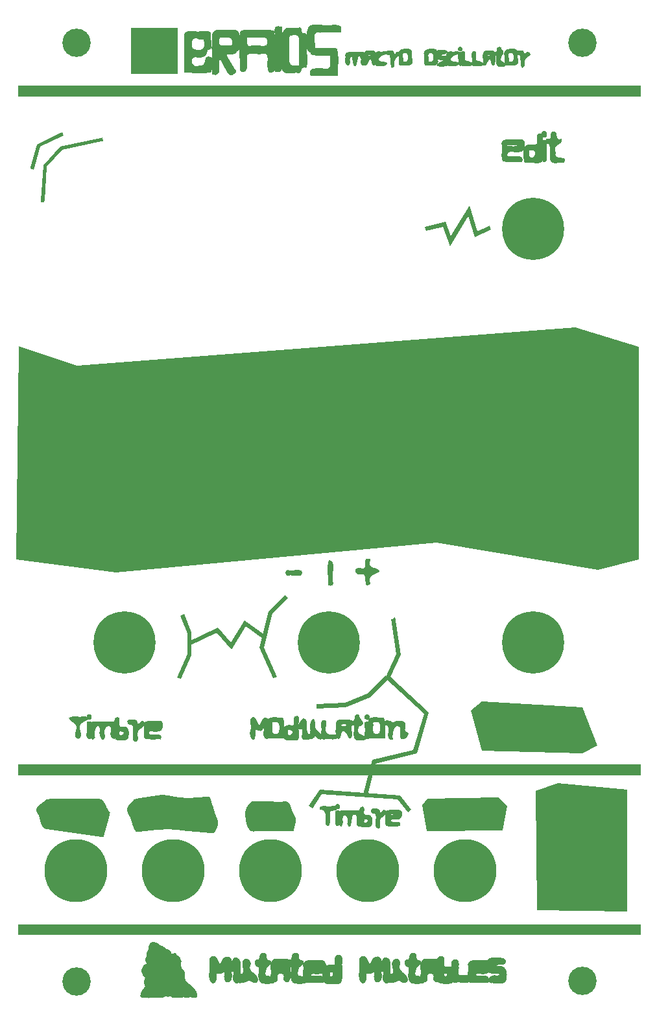
<source format=gbr>
G04 #@! TF.FileFunction,Soldermask,Top*
%FSLAX46Y46*%
G04 Gerber Fmt 4.6, Leading zero omitted, Abs format (unit mm)*
G04 Created by KiCad (PCBNEW 4.0.1-stable) date Donnerstag, 28. April 2016 'u16' 11:16:15*
%MOMM*%
G01*
G04 APERTURE LIST*
%ADD10C,0.150000*%
%ADD11C,8.200000*%
%ADD12C,8.100000*%
%ADD13C,3.700000*%
G04 APERTURE END LIST*
D10*
G36*
X98314347Y-152507315D02*
X101382410Y-155223698D01*
X101391034Y-155231473D01*
X101385426Y-155236514D01*
X101378310Y-155235148D01*
X101382410Y-155223698D01*
X98314347Y-152507315D01*
X97856839Y-156096823D01*
X97860216Y-156123264D01*
X97862231Y-156141587D01*
X97862642Y-156150363D01*
X97861212Y-156148159D01*
X97857702Y-156133546D01*
X97851872Y-156105092D01*
X97856839Y-156096823D01*
X98314347Y-152507315D01*
X98288692Y-152511401D01*
X98263723Y-152516957D01*
X98239432Y-152523925D01*
X98215808Y-152532249D01*
X98192843Y-152541872D01*
X98170528Y-152552737D01*
X98148853Y-152564786D01*
X98127808Y-152577963D01*
X98107385Y-152592211D01*
X98087575Y-152607472D01*
X98068368Y-152623690D01*
X98049754Y-152640807D01*
X98031725Y-152658767D01*
X98014272Y-152677513D01*
X97997384Y-152696987D01*
X97981053Y-152717133D01*
X97965270Y-152737893D01*
X97950025Y-152759211D01*
X97935308Y-152781030D01*
X97921112Y-152803292D01*
X97907426Y-152825941D01*
X97894241Y-152848919D01*
X97881549Y-152872170D01*
X97869338Y-152895636D01*
X97857602Y-152919261D01*
X97846329Y-152942987D01*
X97835511Y-152966758D01*
X97825139Y-152990516D01*
X97815203Y-153014205D01*
X97805695Y-153037767D01*
X97796604Y-153061146D01*
X97787922Y-153084284D01*
X97779639Y-153107124D01*
X97771746Y-153129610D01*
X97764234Y-153151685D01*
X97771273Y-153174874D01*
X97776831Y-153197689D01*
X97780969Y-153220149D01*
X97783754Y-153242274D01*
X97785249Y-153264082D01*
X97785519Y-153285591D01*
X97784628Y-153306822D01*
X97782639Y-153327793D01*
X97779619Y-153348522D01*
X97775631Y-153369029D01*
X97770739Y-153389334D01*
X97765007Y-153409454D01*
X97758501Y-153429409D01*
X97751283Y-153449217D01*
X97743420Y-153468898D01*
X97734974Y-153488471D01*
X97726011Y-153507955D01*
X97716594Y-153527368D01*
X97706788Y-153546730D01*
X97696658Y-153566059D01*
X97686267Y-153585375D01*
X97675680Y-153604696D01*
X97664962Y-153624042D01*
X97654176Y-153643431D01*
X97643387Y-153662883D01*
X97632660Y-153682415D01*
X97622058Y-153702048D01*
X97611646Y-153721801D01*
X97601488Y-153741691D01*
X97591649Y-153761739D01*
X97582193Y-153781963D01*
X97573185Y-153802382D01*
X97564688Y-153823015D01*
X97556766Y-153843881D01*
X97549486Y-153864999D01*
X97542910Y-153886388D01*
X97537102Y-153908067D01*
X97532129Y-153930055D01*
X97528052Y-153952371D01*
X97524938Y-153975034D01*
X97522850Y-153998062D01*
X97521853Y-154021476D01*
X97522011Y-154045292D01*
X97523388Y-154069532D01*
X97526049Y-154094213D01*
X97530057Y-154119355D01*
X97535478Y-154144977D01*
X97535765Y-154165271D01*
X97535103Y-154185641D01*
X97533546Y-154206083D01*
X97531153Y-154226593D01*
X97527977Y-154247169D01*
X97524075Y-154267806D01*
X97519503Y-154288501D01*
X97514317Y-154309250D01*
X97508573Y-154330051D01*
X97502325Y-154350899D01*
X97495632Y-154371792D01*
X97488547Y-154392725D01*
X97481128Y-154413695D01*
X97473429Y-154434699D01*
X97465507Y-154455734D01*
X97457418Y-154476795D01*
X97449218Y-154497880D01*
X97440962Y-154518984D01*
X97432706Y-154540105D01*
X97424506Y-154561239D01*
X97416418Y-154582382D01*
X97408498Y-154603532D01*
X97400802Y-154624684D01*
X97393385Y-154645834D01*
X97386304Y-154666981D01*
X97379614Y-154688119D01*
X97373372Y-154709247D01*
X97367632Y-154730359D01*
X97362451Y-154751453D01*
X97357886Y-154772525D01*
X97353990Y-154793572D01*
X97350822Y-154814590D01*
X97348435Y-154835577D01*
X97346887Y-154856527D01*
X97346233Y-154877438D01*
X97346529Y-154898307D01*
X97347831Y-154919129D01*
X97350195Y-154939902D01*
X97353676Y-154960622D01*
X97358331Y-154981285D01*
X97364215Y-155001889D01*
X97371384Y-155022429D01*
X97379894Y-155042902D01*
X97389801Y-155063305D01*
X97401161Y-155083633D01*
X97414030Y-155103885D01*
X97428463Y-155124056D01*
X97444516Y-155144142D01*
X97462246Y-155164141D01*
X97481708Y-155184048D01*
X97502958Y-155203861D01*
X97506393Y-155230034D01*
X97507504Y-155253884D01*
X97506424Y-155275557D01*
X97503282Y-155295198D01*
X97498211Y-155312953D01*
X97491341Y-155328969D01*
X97482804Y-155343390D01*
X97472730Y-155356363D01*
X97461252Y-155368033D01*
X97448501Y-155378547D01*
X97434607Y-155388049D01*
X97419701Y-155396687D01*
X97403917Y-155404605D01*
X97387383Y-155411949D01*
X97370232Y-155418866D01*
X97352595Y-155425500D01*
X97334603Y-155431998D01*
X97316388Y-155438506D01*
X97298080Y-155445170D01*
X97279811Y-155452134D01*
X97261712Y-155459546D01*
X97243914Y-155467550D01*
X97226549Y-155476293D01*
X97209748Y-155485920D01*
X97193642Y-155496577D01*
X97178362Y-155508411D01*
X97164040Y-155521566D01*
X97150806Y-155536188D01*
X97138792Y-155552424D01*
X97128130Y-155570419D01*
X97120501Y-155594569D01*
X97112034Y-155618460D01*
X97102800Y-155642117D01*
X97092868Y-155665561D01*
X97082310Y-155688816D01*
X97071195Y-155711906D01*
X97059595Y-155734852D01*
X97047580Y-155757679D01*
X97035220Y-155780410D01*
X97022585Y-155803066D01*
X97009747Y-155825673D01*
X96996775Y-155848252D01*
X96983741Y-155870827D01*
X96970714Y-155893421D01*
X96957765Y-155916057D01*
X96944964Y-155938757D01*
X96932382Y-155961546D01*
X96920090Y-155984447D01*
X96908158Y-156007481D01*
X96896656Y-156030673D01*
X96885654Y-156054046D01*
X96875224Y-156077622D01*
X96865436Y-156101425D01*
X96856360Y-156125478D01*
X96848066Y-156149803D01*
X96840626Y-156174425D01*
X96834109Y-156199365D01*
X96828586Y-156224648D01*
X96824128Y-156250296D01*
X96820804Y-156276333D01*
X96818687Y-156302781D01*
X96817844Y-156329663D01*
X96818349Y-156357004D01*
X96819093Y-156380770D01*
X96822815Y-156403098D01*
X96829144Y-156424152D01*
X96837710Y-156444094D01*
X96848141Y-156463088D01*
X96860068Y-156481297D01*
X96873120Y-156498883D01*
X96886926Y-156516009D01*
X96901115Y-156532840D01*
X96915318Y-156549537D01*
X96929164Y-156566264D01*
X96942281Y-156583184D01*
X96954300Y-156600460D01*
X96964849Y-156618256D01*
X96973559Y-156636733D01*
X96980059Y-156656056D01*
X96983978Y-156676386D01*
X96984946Y-156697889D01*
X96982592Y-156720725D01*
X96976546Y-156745059D01*
X96975591Y-156771937D01*
X96976984Y-156797120D01*
X96980569Y-156820723D01*
X96986191Y-156842860D01*
X96993695Y-156863646D01*
X97002927Y-156883196D01*
X97013732Y-156901624D01*
X97025954Y-156919045D01*
X97039440Y-156935575D01*
X97054033Y-156951327D01*
X97069580Y-156966417D01*
X97085925Y-156980959D01*
X97102914Y-156995068D01*
X97120391Y-157008859D01*
X97138202Y-157022446D01*
X97156192Y-157035945D01*
X97174207Y-157049469D01*
X97192090Y-157063134D01*
X97209688Y-157077055D01*
X97226846Y-157091346D01*
X97243408Y-157106122D01*
X97259220Y-157121497D01*
X97274127Y-157137587D01*
X97287974Y-157154506D01*
X97300606Y-157172369D01*
X97311869Y-157191291D01*
X97321607Y-157211386D01*
X97309001Y-157234971D01*
X97297006Y-157258852D01*
X97285625Y-157283015D01*
X97274858Y-157307444D01*
X97264708Y-157332124D01*
X97255174Y-157357039D01*
X97246259Y-157382175D01*
X97237965Y-157407516D01*
X97230291Y-157433046D01*
X97223240Y-157458751D01*
X97216813Y-157484615D01*
X97211011Y-157510622D01*
X97205836Y-157536758D01*
X97201288Y-157563008D01*
X97197370Y-157589355D01*
X97194082Y-157615785D01*
X97191427Y-157642282D01*
X97189404Y-157668831D01*
X97188016Y-157695417D01*
X97187264Y-157722024D01*
X97187149Y-157748638D01*
X97187673Y-157775242D01*
X97188836Y-157801822D01*
X97190641Y-157828362D01*
X97193088Y-157854847D01*
X97196179Y-157881262D01*
X97199915Y-157907591D01*
X97204298Y-157933819D01*
X97209328Y-157959931D01*
X97215008Y-157985911D01*
X97221338Y-158011745D01*
X97228319Y-158037416D01*
X97235954Y-158062910D01*
X97244244Y-158088211D01*
X97253189Y-158113304D01*
X97262791Y-158138174D01*
X97273052Y-158162805D01*
X97283973Y-158187182D01*
X97295554Y-158211291D01*
X97307798Y-158235114D01*
X97320706Y-158258638D01*
X97334279Y-158281847D01*
X97318991Y-158304082D01*
X97303426Y-158326199D01*
X97287612Y-158348211D01*
X97271573Y-158370132D01*
X97255339Y-158391976D01*
X97238934Y-158413754D01*
X97222386Y-158435482D01*
X97205722Y-158457172D01*
X97188968Y-158478837D01*
X97172152Y-158500491D01*
X97155298Y-158522148D01*
X97138436Y-158543820D01*
X97121591Y-158565521D01*
X97104789Y-158587264D01*
X97088059Y-158609063D01*
X97071425Y-158630931D01*
X97054916Y-158652881D01*
X97038558Y-158674927D01*
X97022377Y-158697083D01*
X97006401Y-158719360D01*
X96990656Y-158741774D01*
X96975168Y-158764336D01*
X96959965Y-158787061D01*
X96945073Y-158809962D01*
X96930519Y-158833053D01*
X96916330Y-158856346D01*
X96902532Y-158879854D01*
X96889152Y-158903592D01*
X96876217Y-158927573D01*
X96863754Y-158951810D01*
X96851789Y-158976316D01*
X96840349Y-159001105D01*
X96829461Y-159026190D01*
X96819151Y-159051584D01*
X96809447Y-159077301D01*
X96800374Y-159103354D01*
X96791961Y-159129757D01*
X96784232Y-159156523D01*
X96777216Y-159183665D01*
X96770938Y-159211196D01*
X96768302Y-159224333D01*
X96764281Y-159239798D01*
X96759148Y-159257391D01*
X96753175Y-159276907D01*
X96746632Y-159298144D01*
X96739792Y-159320899D01*
X96732926Y-159344969D01*
X96726305Y-159370151D01*
X96720202Y-159396243D01*
X96714887Y-159423041D01*
X96710633Y-159450342D01*
X96707711Y-159477944D01*
X96706392Y-159505644D01*
X96706948Y-159533239D01*
X96709651Y-159560526D01*
X96714772Y-159587302D01*
X96722583Y-159613364D01*
X96733355Y-159638509D01*
X96747361Y-159662535D01*
X96764871Y-159685239D01*
X96781509Y-159707155D01*
X96799312Y-159726915D01*
X96818206Y-159744618D01*
X96838118Y-159760362D01*
X96858974Y-159774247D01*
X96880700Y-159786371D01*
X96903222Y-159796834D01*
X96926467Y-159805733D01*
X96950361Y-159813168D01*
X96974829Y-159819238D01*
X96999799Y-159824042D01*
X97025197Y-159827678D01*
X97050949Y-159830245D01*
X97076981Y-159831843D01*
X97103219Y-159832569D01*
X97129590Y-159832523D01*
X97156020Y-159831804D01*
X97182435Y-159830511D01*
X97208762Y-159828741D01*
X97234926Y-159826595D01*
X97260855Y-159824171D01*
X97286474Y-159821568D01*
X97311709Y-159818885D01*
X97336487Y-159816220D01*
X97360735Y-159813673D01*
X97379593Y-159796510D01*
X97398367Y-159782815D01*
X97417082Y-159772328D01*
X97435764Y-159764792D01*
X97454438Y-159759945D01*
X97473130Y-159757529D01*
X97491865Y-159757284D01*
X97510669Y-159758952D01*
X97529568Y-159762272D01*
X97548587Y-159766986D01*
X97567751Y-159772833D01*
X97587086Y-159779556D01*
X97606618Y-159786893D01*
X97626372Y-159794587D01*
X97646375Y-159802378D01*
X97666650Y-159810005D01*
X97687224Y-159817211D01*
X97708123Y-159823736D01*
X97729372Y-159829320D01*
X97750997Y-159833704D01*
X97773022Y-159836628D01*
X97795475Y-159837834D01*
X97818379Y-159837062D01*
X97841762Y-159834052D01*
X97865647Y-159828546D01*
X97890523Y-159829086D01*
X97915857Y-159829691D01*
X97941549Y-159830228D01*
X97967502Y-159830562D01*
X97993616Y-159830563D01*
X98019794Y-159830095D01*
X98045935Y-159829026D01*
X98071943Y-159827223D01*
X98097717Y-159824553D01*
X98123160Y-159820883D01*
X98148172Y-159816079D01*
X98172655Y-159810008D01*
X98196511Y-159802538D01*
X98219641Y-159793535D01*
X98241945Y-159782866D01*
X98263326Y-159770398D01*
X98283685Y-159755997D01*
X98302923Y-159739531D01*
X98320941Y-159720867D01*
X98337641Y-159699872D01*
X98352924Y-159676411D01*
X98369175Y-159698521D01*
X98386364Y-159718501D01*
X98404441Y-159736453D01*
X98423359Y-159752480D01*
X98443068Y-159766685D01*
X98463520Y-159779169D01*
X98484666Y-159790034D01*
X98506457Y-159799384D01*
X98528846Y-159807320D01*
X98551783Y-159813944D01*
X98575220Y-159819360D01*
X98599107Y-159823668D01*
X98623397Y-159826972D01*
X98648041Y-159829374D01*
X98672990Y-159830975D01*
X98698195Y-159831879D01*
X98723608Y-159832187D01*
X98749181Y-159832002D01*
X98774863Y-159831426D01*
X98800608Y-159830562D01*
X98826366Y-159829511D01*
X98852089Y-159828376D01*
X98877728Y-159827260D01*
X98903234Y-159826264D01*
X98928558Y-159825490D01*
X98953653Y-159825042D01*
X98978469Y-159825021D01*
X99002958Y-159825530D01*
X99027072Y-159826671D01*
X99050760Y-159828546D01*
X99077465Y-159826518D01*
X99104341Y-159825231D01*
X99131367Y-159824590D01*
X99158523Y-159824498D01*
X99185788Y-159824863D01*
X99213139Y-159825587D01*
X99240556Y-159826578D01*
X99268018Y-159827739D01*
X99295503Y-159828976D01*
X99322991Y-159830193D01*
X99350460Y-159831296D01*
X99377889Y-159832190D01*
X99405257Y-159832780D01*
X99432542Y-159832971D01*
X99459725Y-159832667D01*
X99486782Y-159831775D01*
X99513694Y-159830198D01*
X99540438Y-159827843D01*
X99566995Y-159824614D01*
X99593342Y-159820416D01*
X99619458Y-159815154D01*
X99645323Y-159808733D01*
X99670915Y-159801059D01*
X99696213Y-159792036D01*
X99721196Y-159781569D01*
X99745843Y-159769564D01*
X99759750Y-159748518D01*
X99774530Y-159729824D01*
X99790142Y-159713358D01*
X99806549Y-159698999D01*
X99823710Y-159686624D01*
X99841587Y-159676111D01*
X99860141Y-159667338D01*
X99879331Y-159660182D01*
X99899119Y-159654521D01*
X99919466Y-159650232D01*
X99940332Y-159647194D01*
X99961679Y-159645285D01*
X99983466Y-159644381D01*
X100005656Y-159644360D01*
X100028208Y-159645101D01*
X100051083Y-159646480D01*
X100074243Y-159648377D01*
X100097648Y-159650667D01*
X100121258Y-159653229D01*
X100145036Y-159655941D01*
X100168940Y-159658681D01*
X100192933Y-159661325D01*
X100216974Y-159663753D01*
X100241025Y-159665840D01*
X100265047Y-159667466D01*
X100289000Y-159668508D01*
X100312846Y-159668843D01*
X100336544Y-159668349D01*
X100360056Y-159666904D01*
X100383342Y-159664386D01*
X100406364Y-159660672D01*
X100429082Y-159655640D01*
X100451456Y-159649168D01*
X100473448Y-159641133D01*
X100495339Y-159626823D01*
X100516054Y-159615177D01*
X100535668Y-159606059D01*
X100554253Y-159599332D01*
X100571882Y-159594858D01*
X100588627Y-159592502D01*
X100604561Y-159592124D01*
X100619757Y-159593589D01*
X100634287Y-159596759D01*
X100648226Y-159601498D01*
X100661644Y-159607667D01*
X100674615Y-159615130D01*
X100687213Y-159623750D01*
X100699508Y-159633390D01*
X100711575Y-159643912D01*
X100723487Y-159655180D01*
X100735315Y-159667056D01*
X100747132Y-159679403D01*
X100759012Y-159692084D01*
X100771027Y-159704963D01*
X100783250Y-159717901D01*
X100795753Y-159730762D01*
X100808610Y-159743409D01*
X100821894Y-159755704D01*
X100835676Y-159767511D01*
X100850029Y-159778692D01*
X100865028Y-159789111D01*
X100880743Y-159798629D01*
X100897249Y-159807111D01*
X100914617Y-159814419D01*
X100932921Y-159820415D01*
X100952233Y-159824963D01*
X100972626Y-159827925D01*
X100994173Y-159829165D01*
X101016946Y-159828546D01*
X101043280Y-159827078D01*
X101069765Y-159826381D01*
X101096376Y-159826308D01*
X101123085Y-159826712D01*
X101149864Y-159827446D01*
X101176687Y-159828363D01*
X101203526Y-159829315D01*
X101230353Y-159830156D01*
X101257141Y-159830737D01*
X101283864Y-159830914D01*
X101310493Y-159830537D01*
X101337002Y-159829460D01*
X101363364Y-159827536D01*
X101389549Y-159824617D01*
X101415533Y-159820557D01*
X101441287Y-159815209D01*
X101466784Y-159808425D01*
X101491996Y-159800057D01*
X101516897Y-159789960D01*
X101542745Y-159798472D01*
X101568833Y-159805841D01*
X101595143Y-159812138D01*
X101621657Y-159817434D01*
X101648357Y-159821799D01*
X101675225Y-159825304D01*
X101702244Y-159828021D01*
X101729395Y-159830019D01*
X101756660Y-159831370D01*
X101784022Y-159832144D01*
X101811462Y-159832412D01*
X101838962Y-159832245D01*
X101866505Y-159831714D01*
X101894073Y-159830889D01*
X101921647Y-159829841D01*
X101949210Y-159828641D01*
X101976744Y-159827360D01*
X102004230Y-159826069D01*
X102031651Y-159824838D01*
X102058989Y-159823737D01*
X102086225Y-159822839D01*
X102113343Y-159822213D01*
X102140323Y-159821931D01*
X102168313Y-159806429D01*
X102194165Y-159791754D01*
X102218122Y-159778057D01*
X102240423Y-159765488D01*
X102261307Y-159754195D01*
X102281015Y-159744331D01*
X102299787Y-159736043D01*
X102317863Y-159729483D01*
X102335483Y-159724801D01*
X102352887Y-159722145D01*
X102370314Y-159721667D01*
X102388006Y-159723517D01*
X102406202Y-159727843D01*
X102425142Y-159734797D01*
X102445066Y-159744529D01*
X102466214Y-159757187D01*
X102488826Y-159772923D01*
X102513142Y-159791886D01*
X102539402Y-159814226D01*
X102566069Y-159816491D01*
X102592955Y-159818846D01*
X102620032Y-159821221D01*
X102647270Y-159823545D01*
X102674640Y-159825747D01*
X102702112Y-159827758D01*
X102729658Y-159829508D01*
X102757248Y-159830926D01*
X102784852Y-159831942D01*
X102812442Y-159832485D01*
X102839989Y-159832487D01*
X102867462Y-159831875D01*
X102894833Y-159830581D01*
X102922072Y-159828534D01*
X102949151Y-159825663D01*
X102976039Y-159821899D01*
X103002708Y-159817171D01*
X103029128Y-159811409D01*
X103055271Y-159804543D01*
X103081106Y-159796502D01*
X103106604Y-159787217D01*
X103127498Y-159768170D01*
X103146382Y-159749699D01*
X103163452Y-159731997D01*
X103178904Y-159715256D01*
X103192935Y-159699670D01*
X103205742Y-159685431D01*
X103217520Y-159672732D01*
X103228465Y-159661765D01*
X103238776Y-159652725D01*
X103248647Y-159645803D01*
X103258275Y-159641191D01*
X103267857Y-159639084D01*
X103277589Y-159639674D01*
X103287668Y-159643153D01*
X103298289Y-159649715D01*
X103309649Y-159659552D01*
X103321946Y-159672857D01*
X103335374Y-159689822D01*
X103350131Y-159710641D01*
X103366412Y-159735507D01*
X103384415Y-159764611D01*
X103407386Y-159777507D01*
X103430980Y-159788878D01*
X103455143Y-159798790D01*
X103479821Y-159807309D01*
X103504957Y-159814499D01*
X103530497Y-159820426D01*
X103556385Y-159825155D01*
X103582568Y-159828751D01*
X103608989Y-159831280D01*
X103635593Y-159832806D01*
X103662326Y-159833395D01*
X103689133Y-159833112D01*
X103715957Y-159832022D01*
X103742746Y-159830192D01*
X103769442Y-159827684D01*
X103795991Y-159824566D01*
X103822339Y-159820902D01*
X103848429Y-159816758D01*
X103874208Y-159812198D01*
X103899619Y-159807288D01*
X103924608Y-159802093D01*
X103949327Y-159790561D01*
X103972177Y-159777804D01*
X103993212Y-159763880D01*
X104012488Y-159748849D01*
X104030061Y-159732770D01*
X104045985Y-159715702D01*
X104060316Y-159697704D01*
X104073108Y-159678834D01*
X104084417Y-159659153D01*
X104094298Y-159638720D01*
X104102806Y-159617592D01*
X104109997Y-159595830D01*
X104115924Y-159573493D01*
X104120645Y-159550639D01*
X104124213Y-159527328D01*
X104126684Y-159503619D01*
X104128113Y-159479571D01*
X104128555Y-159455243D01*
X104128066Y-159430694D01*
X104126700Y-159405983D01*
X104124513Y-159381170D01*
X104121559Y-159356313D01*
X104117895Y-159331471D01*
X104113574Y-159306705D01*
X104108653Y-159282071D01*
X104103186Y-159257631D01*
X104097229Y-159233443D01*
X104090836Y-159209565D01*
X104084063Y-159186058D01*
X104076965Y-159162980D01*
X104069598Y-159140390D01*
X104062015Y-159118348D01*
X104054273Y-159096912D01*
X104046427Y-159076141D01*
X104035441Y-159050630D01*
X104024089Y-159025364D01*
X104012377Y-159000340D01*
X104000310Y-158975555D01*
X103987896Y-158951006D01*
X103975140Y-158926690D01*
X103962049Y-158902604D01*
X103948628Y-158878746D01*
X103934883Y-158855111D01*
X103920821Y-158831698D01*
X103906448Y-158808503D01*
X103891770Y-158785524D01*
X103876793Y-158762757D01*
X103861523Y-158740200D01*
X103845966Y-158717849D01*
X103830129Y-158695702D01*
X103814017Y-158673755D01*
X103797636Y-158652006D01*
X103780994Y-158630452D01*
X103764095Y-158609090D01*
X103746946Y-158587917D01*
X103729553Y-158566930D01*
X103711922Y-158546126D01*
X103694059Y-158525501D01*
X103675971Y-158505054D01*
X103657663Y-158484781D01*
X103639142Y-158464680D01*
X103620414Y-158444746D01*
X103601484Y-158424978D01*
X103582359Y-158405372D01*
X103563046Y-158385926D01*
X103543549Y-158366636D01*
X103523876Y-158347500D01*
X103504032Y-158328514D01*
X103484024Y-158309676D01*
X103463857Y-158290983D01*
X103443538Y-158272431D01*
X103423073Y-158254019D01*
X103402467Y-158235742D01*
X103381728Y-158217598D01*
X103360861Y-158199584D01*
X103339872Y-158181697D01*
X103318768Y-158163934D01*
X103297554Y-158146292D01*
X103276237Y-158128769D01*
X103254822Y-158111360D01*
X103233316Y-158094064D01*
X103211726Y-158076878D01*
X103190056Y-158059797D01*
X103168314Y-158042821D01*
X103146504Y-158025944D01*
X103124635Y-158009166D01*
X103102710Y-157992481D01*
X103080738Y-157975889D01*
X103058723Y-157959385D01*
X103036672Y-157942967D01*
X103014591Y-157926632D01*
X102992486Y-157910377D01*
X102970363Y-157894199D01*
X102948229Y-157878095D01*
X102926088Y-157862061D01*
X102903949Y-157846096D01*
X102881816Y-157830196D01*
X102859696Y-157814359D01*
X102837595Y-157798580D01*
X102815518Y-157782858D01*
X102793473Y-157767189D01*
X102771465Y-157751571D01*
X102754004Y-157731911D01*
X102737204Y-157711686D01*
X102721059Y-157690918D01*
X102705561Y-157669629D01*
X102690703Y-157647841D01*
X102676478Y-157625576D01*
X102662877Y-157602857D01*
X102649894Y-157579705D01*
X102637521Y-157556143D01*
X102625751Y-157532192D01*
X102614576Y-157507876D01*
X102603989Y-157483215D01*
X102593983Y-157458233D01*
X102584550Y-157432950D01*
X102575683Y-157407390D01*
X102567374Y-157381575D01*
X102559617Y-157355526D01*
X102552403Y-157329266D01*
X102545725Y-157302816D01*
X102539576Y-157276200D01*
X102533948Y-157249438D01*
X102528834Y-157222554D01*
X102524227Y-157195569D01*
X102520120Y-157168505D01*
X102516504Y-157141385D01*
X102513372Y-157114231D01*
X102510717Y-157087064D01*
X102508533Y-157059907D01*
X102506810Y-157032782D01*
X102505542Y-157005711D01*
X102504722Y-156978717D01*
X102504341Y-156951821D01*
X102504393Y-156925045D01*
X102504871Y-156898412D01*
X102505766Y-156871944D01*
X102507072Y-156845662D01*
X102508781Y-156819589D01*
X102510885Y-156793748D01*
X102513378Y-156768160D01*
X102516252Y-156742847D01*
X102518460Y-156714134D01*
X102519338Y-156685656D01*
X102518933Y-156657417D01*
X102517294Y-156629422D01*
X102514467Y-156601677D01*
X102510501Y-156574187D01*
X102505444Y-156546958D01*
X102499344Y-156519995D01*
X102492248Y-156493302D01*
X102484204Y-156466886D01*
X102475260Y-156440752D01*
X102465464Y-156414904D01*
X102454865Y-156389349D01*
X102443508Y-156364092D01*
X102431444Y-156339137D01*
X102418719Y-156314491D01*
X102405381Y-156290158D01*
X102391478Y-156266144D01*
X102377058Y-156242455D01*
X102362169Y-156219095D01*
X102346859Y-156196069D01*
X102331175Y-156173384D01*
X102315165Y-156151044D01*
X102298878Y-156129055D01*
X102282361Y-156107422D01*
X102265662Y-156086150D01*
X102248829Y-156065245D01*
X102231909Y-156044712D01*
X102214951Y-156024556D01*
X102198002Y-156004783D01*
X102181111Y-155985398D01*
X102164325Y-155966406D01*
X102147691Y-155947812D01*
X102131259Y-155929622D01*
X102115075Y-155911842D01*
X102099187Y-155894476D01*
X102083644Y-155877529D01*
X102068493Y-155861008D01*
X102053783Y-155844917D01*
X102053675Y-155819475D01*
X102052442Y-155794247D01*
X102050201Y-155769223D01*
X102047071Y-155744393D01*
X102043169Y-155719749D01*
X102038614Y-155695280D01*
X102033523Y-155670978D01*
X102028016Y-155646832D01*
X102022209Y-155622834D01*
X102016221Y-155598973D01*
X102010169Y-155575240D01*
X102004173Y-155551626D01*
X101998349Y-155528122D01*
X101992816Y-155504717D01*
X101987693Y-155481402D01*
X101983096Y-155458168D01*
X101979144Y-155435006D01*
X101975955Y-155411905D01*
X101973648Y-155388857D01*
X101972339Y-155365851D01*
X101972148Y-155342879D01*
X101973192Y-155319931D01*
X101975589Y-155296997D01*
X101979458Y-155274067D01*
X101984916Y-155251134D01*
X101992081Y-155228186D01*
X102001072Y-155205214D01*
X102012006Y-155182210D01*
X102025001Y-155159163D01*
X102040176Y-155136064D01*
X102057649Y-155112903D01*
X102067336Y-155087454D01*
X102072754Y-155061840D01*
X102074314Y-155036180D01*
X102072428Y-155010589D01*
X102067508Y-154985186D01*
X102059965Y-154960088D01*
X102050210Y-154935412D01*
X102038655Y-154911275D01*
X102025712Y-154887795D01*
X102011793Y-154865089D01*
X101997308Y-154843275D01*
X101982670Y-154822469D01*
X101968290Y-154802789D01*
X101954579Y-154784353D01*
X101941950Y-154767277D01*
X101930813Y-154751680D01*
X101921581Y-154737677D01*
X101914665Y-154725387D01*
X101910476Y-154714928D01*
X101914408Y-154687982D01*
X101916056Y-154661859D01*
X101915519Y-154636564D01*
X101912897Y-154612101D01*
X101908289Y-154588474D01*
X101901794Y-154565686D01*
X101893511Y-154543743D01*
X101883540Y-154522647D01*
X101871980Y-154502404D01*
X101858929Y-154483018D01*
X101844488Y-154464492D01*
X101828756Y-154446831D01*
X101811831Y-154430039D01*
X101793814Y-154414120D01*
X101774803Y-154399078D01*
X101754897Y-154384917D01*
X101734196Y-154371642D01*
X101712800Y-154359257D01*
X101690806Y-154347765D01*
X101668315Y-154337171D01*
X101645426Y-154327479D01*
X101622239Y-154318693D01*
X101598851Y-154310818D01*
X101575363Y-154303857D01*
X101551874Y-154297815D01*
X101528482Y-154292695D01*
X101519906Y-154288348D01*
X101511365Y-154280686D01*
X101502769Y-154270056D01*
X101494027Y-154256805D01*
X101485048Y-154241279D01*
X101475741Y-154223826D01*
X101466014Y-154204793D01*
X101455777Y-154184527D01*
X101444938Y-154163375D01*
X101433406Y-154141685D01*
X101421091Y-154119802D01*
X101407901Y-154098075D01*
X101393745Y-154076850D01*
X101378532Y-154056474D01*
X101362170Y-154037295D01*
X101344569Y-154019659D01*
X101325638Y-154003914D01*
X101305286Y-153990407D01*
X101283421Y-153979484D01*
X101259952Y-153971494D01*
X101234788Y-153966782D01*
X101207839Y-153965695D01*
X101179012Y-153968582D01*
X101152357Y-153968468D01*
X101126182Y-153970381D01*
X101100444Y-153974129D01*
X101075099Y-153979523D01*
X101050104Y-153986373D01*
X101025417Y-153994490D01*
X101000993Y-154003682D01*
X100976790Y-154013761D01*
X100952763Y-154024536D01*
X100928871Y-154035817D01*
X100905069Y-154047414D01*
X100881315Y-154059138D01*
X100857565Y-154070797D01*
X100833776Y-154082203D01*
X100809904Y-154093165D01*
X100785907Y-154103494D01*
X100761741Y-154112998D01*
X100763406Y-154084774D01*
X100763738Y-154057109D01*
X100762773Y-154030006D01*
X100760546Y-154003468D01*
X100757095Y-153977497D01*
X100752454Y-153952096D01*
X100746660Y-153927267D01*
X100739749Y-153903014D01*
X100731757Y-153879338D01*
X100722720Y-153856242D01*
X100712674Y-153833728D01*
X100701654Y-153811800D01*
X100689698Y-153790460D01*
X100676840Y-153769710D01*
X100663117Y-153749553D01*
X100648566Y-153729992D01*
X100633221Y-153711029D01*
X100617119Y-153692666D01*
X100600296Y-153674907D01*
X100582787Y-153657753D01*
X100564630Y-153641207D01*
X100545860Y-153625273D01*
X100526512Y-153609952D01*
X100506624Y-153595247D01*
X100486230Y-153581160D01*
X100465368Y-153567695D01*
X100444072Y-153554853D01*
X100422379Y-153542638D01*
X100400326Y-153531051D01*
X100377947Y-153520096D01*
X100355279Y-153509774D01*
X100332358Y-153500090D01*
X100309220Y-153491044D01*
X100285901Y-153482640D01*
X100262437Y-153474880D01*
X100238864Y-153467767D01*
X100215218Y-153461303D01*
X100191534Y-153455492D01*
X100167850Y-153450334D01*
X100144201Y-153445834D01*
X100120623Y-153441993D01*
X100097151Y-153438815D01*
X100073823Y-153436301D01*
X100050674Y-153434454D01*
X100034781Y-153411024D01*
X100018311Y-153388335D01*
X100001283Y-153366367D01*
X99983714Y-153345099D01*
X99965622Y-153324512D01*
X99947026Y-153304583D01*
X99927944Y-153285294D01*
X99908394Y-153266622D01*
X99888394Y-153248548D01*
X99867962Y-153231051D01*
X99847117Y-153214111D01*
X99825876Y-153197706D01*
X99804258Y-153181817D01*
X99782281Y-153166422D01*
X99759964Y-153151502D01*
X99737323Y-153137035D01*
X99714378Y-153123000D01*
X99691146Y-153109379D01*
X99667647Y-153096149D01*
X99643897Y-153083290D01*
X99619915Y-153070782D01*
X99595719Y-153058604D01*
X99571328Y-153046735D01*
X99546759Y-153035156D01*
X99522032Y-153023844D01*
X99497162Y-153012781D01*
X99472170Y-153001944D01*
X99447073Y-152991315D01*
X99421890Y-152980871D01*
X99396638Y-152970592D01*
X99371335Y-152960459D01*
X99346001Y-152950450D01*
X99320652Y-152940544D01*
X99295307Y-152930722D01*
X99269985Y-152920962D01*
X99244703Y-152911244D01*
X99219480Y-152901548D01*
X99194334Y-152891852D01*
X99169282Y-152882137D01*
X99155318Y-152860430D01*
X99140460Y-152839560D01*
X99124742Y-152819509D01*
X99108195Y-152800261D01*
X99090854Y-152781799D01*
X99072752Y-152764108D01*
X99053921Y-152747169D01*
X99034395Y-152730968D01*
X99014206Y-152715487D01*
X98993388Y-152700710D01*
X98971974Y-152686620D01*
X98949998Y-152673201D01*
X98927491Y-152660436D01*
X98904487Y-152648308D01*
X98881019Y-152636802D01*
X98857121Y-152625900D01*
X98832825Y-152615586D01*
X98808165Y-152605843D01*
X98783173Y-152596656D01*
X98757882Y-152588006D01*
X98732327Y-152579879D01*
X98706539Y-152572257D01*
X98680552Y-152565123D01*
X98654399Y-152558462D01*
X98628113Y-152552257D01*
X98601727Y-152546490D01*
X98575274Y-152541146D01*
X98548787Y-152536208D01*
X98522300Y-152531660D01*
X98495845Y-152527485D01*
X98469456Y-152523665D01*
X98443165Y-152520186D01*
X98417005Y-152517030D01*
X98391011Y-152514181D01*
X98365214Y-152511622D01*
X98339649Y-152509337D01*
X98314347Y-152507309D01*
X98314347Y-152507315D01*
X98314347Y-152507315D01*
G37*
G36*
X87473045Y-133812850D02*
X87444984Y-133812790D01*
X87416922Y-133812735D01*
X87388860Y-133812684D01*
X87360799Y-133812638D01*
X87332737Y-133812597D01*
X87304675Y-133812561D01*
X87276614Y-133812530D01*
X87248553Y-133812505D01*
X87220491Y-133812484D01*
X87192430Y-133812469D01*
X87164369Y-133812460D01*
X87136308Y-133812456D01*
X87108246Y-133812458D01*
X87080185Y-133812466D01*
X87052124Y-133812480D01*
X87024064Y-133812500D01*
X86996003Y-133812526D01*
X86967942Y-133812559D01*
X86939881Y-133812598D01*
X86911821Y-133812643D01*
X86883760Y-133812695D01*
X86855700Y-133812754D01*
X86827639Y-133812819D01*
X86799579Y-133812892D01*
X86771519Y-133812971D01*
X86743459Y-133813058D01*
X86715399Y-133813152D01*
X86687339Y-133813253D01*
X86659279Y-133813362D01*
X86631219Y-133813478D01*
X86603159Y-133813602D01*
X86575100Y-133813734D01*
X86547040Y-133813874D01*
X86518981Y-133814022D01*
X86490922Y-133814178D01*
X86462862Y-133814342D01*
X86434803Y-133814514D01*
X86406744Y-133814695D01*
X86378685Y-133814885D01*
X86350627Y-133815083D01*
X86322568Y-133815290D01*
X86294509Y-133815506D01*
X86266451Y-133815730D01*
X86238392Y-133815964D01*
X86210334Y-133816207D01*
X86182276Y-133816460D01*
X86154218Y-133816722D01*
X86126160Y-133816993D01*
X86098102Y-133817274D01*
X86070045Y-133817565D01*
X86041987Y-133817865D01*
X86013930Y-133818176D01*
X85985872Y-133818497D01*
X85957815Y-133818827D01*
X85929758Y-133819168D01*
X85901701Y-133819520D01*
X85873644Y-133819882D01*
X85845587Y-133820254D01*
X85817531Y-133820638D01*
X85789474Y-133821032D01*
X85761418Y-133821437D01*
X85733362Y-133821853D01*
X85705306Y-133822280D01*
X85677250Y-133822719D01*
X85649194Y-133823168D01*
X85621139Y-133823630D01*
X85593083Y-133824103D01*
X85565028Y-133824587D01*
X85536973Y-133825084D01*
X85508918Y-133825592D01*
X85480863Y-133826112D01*
X85452808Y-133826644D01*
X85424754Y-133827189D01*
X85396699Y-133827746D01*
X85368645Y-133828315D01*
X85340591Y-133828897D01*
X85312537Y-133829492D01*
X85284483Y-133830099D01*
X85256429Y-133830719D01*
X85228376Y-133831352D01*
X85200323Y-133831999D01*
X85172270Y-133832658D01*
X85144217Y-133833331D01*
X85116164Y-133834017D01*
X85088111Y-133834717D01*
X85060059Y-133835430D01*
X85032006Y-133836157D01*
X85003954Y-133836898D01*
X84975902Y-133837653D01*
X84947851Y-133838421D01*
X84919799Y-133839204D01*
X84891748Y-133840002D01*
X84863696Y-133840813D01*
X84835645Y-133841640D01*
X84807594Y-133842480D01*
X84779544Y-133843336D01*
X84751493Y-133844206D01*
X84723443Y-133845091D01*
X84695393Y-133845991D01*
X84667343Y-133846907D01*
X84639293Y-133847837D01*
X84611244Y-133848783D01*
X84583194Y-133849745D01*
X84555145Y-133850722D01*
X84527096Y-133851714D01*
X84499047Y-133852723D01*
X84470999Y-133853747D01*
X84442950Y-133854787D01*
X84414902Y-133855844D01*
X84399760Y-133876710D01*
X84384209Y-133897216D01*
X84368263Y-133917375D01*
X84351936Y-133937199D01*
X84335243Y-133956700D01*
X84318197Y-133975889D01*
X84300812Y-133994780D01*
X84283104Y-134013384D01*
X84265086Y-134031714D01*
X84246771Y-134049781D01*
X84228176Y-134067598D01*
X84209313Y-134085178D01*
X84190196Y-134102531D01*
X84170841Y-134119671D01*
X84151260Y-134136609D01*
X84131469Y-134153358D01*
X84111482Y-134169930D01*
X84091312Y-134186337D01*
X84070974Y-134202591D01*
X84050482Y-134218705D01*
X84029850Y-134234690D01*
X84009093Y-134250559D01*
X83988224Y-134266323D01*
X83967258Y-134281996D01*
X83946208Y-134297589D01*
X83925090Y-134313114D01*
X83903917Y-134328584D01*
X83882704Y-134344011D01*
X83861464Y-134359406D01*
X83840212Y-134374783D01*
X83818962Y-134390153D01*
X83797728Y-134405528D01*
X83776524Y-134420920D01*
X83755365Y-134436343D01*
X83734264Y-134451807D01*
X83713237Y-134467326D01*
X83692296Y-134482910D01*
X83671457Y-134498573D01*
X83650732Y-134514327D01*
X83630138Y-134530183D01*
X83609687Y-134546154D01*
X83589394Y-134562253D01*
X83569274Y-134578490D01*
X83549339Y-134594879D01*
X83529605Y-134611432D01*
X83510086Y-134628160D01*
X83490795Y-134645076D01*
X83471748Y-134662192D01*
X83452957Y-134679521D01*
X83434438Y-134697074D01*
X83416205Y-134714863D01*
X83398271Y-134732901D01*
X83380651Y-134751201D01*
X83363359Y-134769773D01*
X83346409Y-134788630D01*
X83329816Y-134807785D01*
X83313593Y-134827250D01*
X83297755Y-134847036D01*
X83282316Y-134867156D01*
X83267290Y-134887623D01*
X83252692Y-134908447D01*
X83238535Y-134929642D01*
X83224833Y-134951220D01*
X83211601Y-134973192D01*
X83198854Y-134995571D01*
X83186604Y-135018370D01*
X83174867Y-135041599D01*
X83163656Y-135065273D01*
X83152986Y-135089401D01*
X83142871Y-135113998D01*
X83133325Y-135139074D01*
X83129469Y-135164766D01*
X83126744Y-135190147D01*
X83125110Y-135215229D01*
X83124529Y-135240025D01*
X83124961Y-135264545D01*
X83126366Y-135288802D01*
X83128704Y-135312807D01*
X83131935Y-135336572D01*
X83136021Y-135360109D01*
X83140921Y-135383430D01*
X83146596Y-135406545D01*
X83153006Y-135429468D01*
X83160111Y-135452209D01*
X83167872Y-135474781D01*
X83176249Y-135497195D01*
X83185203Y-135519462D01*
X83194694Y-135541596D01*
X83204682Y-135563606D01*
X83215127Y-135585506D01*
X83225990Y-135607307D01*
X83237232Y-135629020D01*
X83248812Y-135650657D01*
X83260691Y-135672231D01*
X83272829Y-135693752D01*
X83285187Y-135715233D01*
X83297725Y-135736685D01*
X83310403Y-135758119D01*
X83323182Y-135779549D01*
X83336023Y-135800985D01*
X83348884Y-135822439D01*
X83361727Y-135843923D01*
X83374513Y-135865449D01*
X83387201Y-135887028D01*
X83399751Y-135908672D01*
X83412125Y-135930393D01*
X83424282Y-135952203D01*
X83436184Y-135974113D01*
X83447789Y-135996135D01*
X83459059Y-136018281D01*
X83469954Y-136040562D01*
X83480434Y-136062990D01*
X83490460Y-136085578D01*
X83499992Y-136108336D01*
X83508990Y-136131277D01*
X83517415Y-136154411D01*
X83525227Y-136177752D01*
X83532386Y-136201310D01*
X83538853Y-136225098D01*
X83544588Y-136249127D01*
X83549552Y-136273409D01*
X83553704Y-136297955D01*
X83557005Y-136322778D01*
X83559416Y-136347888D01*
X83567000Y-136372239D01*
X83574415Y-136396807D01*
X83581678Y-136421580D01*
X83588806Y-136446544D01*
X83595812Y-136471685D01*
X83602715Y-136496990D01*
X83609529Y-136522443D01*
X83616271Y-136548032D01*
X83622957Y-136573744D01*
X83629603Y-136599563D01*
X83636224Y-136625476D01*
X83642836Y-136651470D01*
X83649456Y-136677531D01*
X83656100Y-136703644D01*
X83662783Y-136729796D01*
X83669522Y-136755974D01*
X83676333Y-136782164D01*
X83683230Y-136808350D01*
X83690232Y-136834521D01*
X83697352Y-136860662D01*
X83704608Y-136886760D01*
X83712016Y-136912800D01*
X83719590Y-136938768D01*
X83727348Y-136964652D01*
X83735306Y-136990437D01*
X83743478Y-137016109D01*
X83751882Y-137041654D01*
X83760533Y-137067060D01*
X83769447Y-137092311D01*
X83778641Y-137117395D01*
X83788129Y-137142297D01*
X83797929Y-137167004D01*
X83808056Y-137191501D01*
X83818526Y-137215775D01*
X83829354Y-137239813D01*
X83840558Y-137263600D01*
X83852153Y-137287123D01*
X83864155Y-137310368D01*
X83876580Y-137333320D01*
X83889444Y-137355967D01*
X83902762Y-137378295D01*
X83916552Y-137400289D01*
X83930828Y-137421936D01*
X83945607Y-137443222D01*
X83960905Y-137464134D01*
X83976738Y-137484657D01*
X83993122Y-137504777D01*
X84010072Y-137524482D01*
X84027605Y-137543757D01*
X84045737Y-137562588D01*
X84064483Y-137580961D01*
X84083860Y-137598864D01*
X84103883Y-137616281D01*
X84124569Y-137633200D01*
X84145934Y-137649605D01*
X84167993Y-137665485D01*
X84190763Y-137680824D01*
X84214259Y-137695610D01*
X84240474Y-137704605D01*
X84266791Y-137713209D01*
X84293207Y-137721435D01*
X84319718Y-137729298D01*
X84346321Y-137736809D01*
X84373011Y-137743985D01*
X84399786Y-137750838D01*
X84426642Y-137757383D01*
X84453575Y-137763633D01*
X84480581Y-137769602D01*
X84507657Y-137775304D01*
X84534798Y-137780753D01*
X84562003Y-137785963D01*
X84589266Y-137790948D01*
X84616585Y-137795721D01*
X84643955Y-137800296D01*
X84671373Y-137804688D01*
X84698836Y-137808910D01*
X84726339Y-137812976D01*
X84753879Y-137816899D01*
X84781453Y-137820694D01*
X84809056Y-137824375D01*
X84836686Y-137827956D01*
X84864338Y-137831449D01*
X84892009Y-137834870D01*
X84919695Y-137838232D01*
X84947393Y-137841549D01*
X84975099Y-137844834D01*
X85002810Y-137848102D01*
X85030521Y-137851367D01*
X85058229Y-137854642D01*
X85085930Y-137857941D01*
X85113622Y-137861279D01*
X85141299Y-137864668D01*
X85168960Y-137868123D01*
X85196599Y-137871658D01*
X85224213Y-137875287D01*
X85251799Y-137879022D01*
X85279353Y-137882880D01*
X85306872Y-137886872D01*
X85334351Y-137891014D01*
X85361787Y-137895318D01*
X85389177Y-137899799D01*
X85416517Y-137904471D01*
X85443803Y-137909347D01*
X85471031Y-137914442D01*
X85498871Y-137918419D01*
X85526711Y-137922397D01*
X85554551Y-137926374D01*
X85582391Y-137930352D01*
X85610231Y-137934329D01*
X85638071Y-137938307D01*
X85665911Y-137942284D01*
X85693751Y-137946262D01*
X85721591Y-137950239D01*
X85749431Y-137954217D01*
X85777271Y-137958194D01*
X85805111Y-137962172D01*
X85832951Y-137966149D01*
X85860791Y-137970127D01*
X85888631Y-137974104D01*
X85916471Y-137978082D01*
X85944311Y-137982060D01*
X85972151Y-137986037D01*
X85999991Y-137990015D01*
X86027831Y-137993992D01*
X86055671Y-137997970D01*
X86083511Y-138001948D01*
X86111351Y-138005925D01*
X86139191Y-138009903D01*
X86167031Y-138013881D01*
X86194871Y-138017858D01*
X86222711Y-138021836D01*
X86250551Y-138025814D01*
X86278390Y-138029791D01*
X86306230Y-138033769D01*
X86334070Y-138037747D01*
X86361910Y-138041724D01*
X86389750Y-138045702D01*
X86417590Y-138049680D01*
X86445430Y-138053658D01*
X86473270Y-138057635D01*
X86501110Y-138061613D01*
X86528950Y-138065591D01*
X86556790Y-138069569D01*
X86584630Y-138073546D01*
X86612470Y-138077524D01*
X86640310Y-138081502D01*
X86668150Y-138085480D01*
X86695990Y-138089457D01*
X86723830Y-138093435D01*
X86751670Y-138097413D01*
X86779510Y-138101391D01*
X86807350Y-138105369D01*
X86835190Y-138109347D01*
X86863030Y-138113324D01*
X86890870Y-138117302D01*
X86918709Y-138121280D01*
X86946549Y-138125258D01*
X86974389Y-138129236D01*
X87002229Y-138133214D01*
X87030069Y-138137191D01*
X87057909Y-138141169D01*
X87085749Y-138145147D01*
X87113589Y-138149125D01*
X87141429Y-138153103D01*
X87169269Y-138157081D01*
X87197109Y-138161059D01*
X87224949Y-138165037D01*
X87252789Y-138169015D01*
X87280629Y-138172993D01*
X87308469Y-138176970D01*
X87336309Y-138180948D01*
X87364149Y-138184926D01*
X87391989Y-138188904D01*
X87419829Y-138192882D01*
X87447668Y-138196860D01*
X87475508Y-138200838D01*
X87503348Y-138204816D01*
X87531188Y-138208794D01*
X87559028Y-138212772D01*
X87586868Y-138216750D01*
X87614708Y-138220728D01*
X87642548Y-138224706D01*
X87670388Y-138228684D01*
X87698228Y-138232662D01*
X87726068Y-138236640D01*
X87753908Y-138240618D01*
X87781748Y-138244596D01*
X87809588Y-138248574D01*
X87837428Y-138252552D01*
X87865268Y-138256530D01*
X87893108Y-138260508D01*
X87920947Y-138264486D01*
X87948787Y-138268464D01*
X87976627Y-138272442D01*
X88004467Y-138276420D01*
X88032307Y-138280398D01*
X88060147Y-138284376D01*
X88087987Y-138288354D01*
X88115827Y-138292332D01*
X88143667Y-138296310D01*
X88171507Y-138300288D01*
X88199347Y-138304266D01*
X88227187Y-138308244D01*
X88255027Y-138312222D01*
X88282867Y-138316200D01*
X88310707Y-138320178D01*
X88338547Y-138324156D01*
X88366387Y-138328134D01*
X88394226Y-138332112D01*
X88422066Y-138336090D01*
X88449906Y-138340068D01*
X88477746Y-138344046D01*
X88505586Y-138348024D01*
X88533426Y-138352002D01*
X88561266Y-138355980D01*
X88589106Y-138359958D01*
X88616946Y-138363936D01*
X88644786Y-138367914D01*
X88672626Y-138371892D01*
X88700466Y-138375870D01*
X88728306Y-138379848D01*
X88756146Y-138383826D01*
X88783986Y-138387804D01*
X88811826Y-138391782D01*
X88839666Y-138395760D01*
X88867505Y-138399738D01*
X88895345Y-138403716D01*
X88923185Y-138407694D01*
X88951025Y-138411672D01*
X88978865Y-138415650D01*
X89006705Y-138419628D01*
X89034545Y-138423606D01*
X89062385Y-138427584D01*
X89090225Y-138431562D01*
X89118065Y-138435540D01*
X89145905Y-138439518D01*
X89173745Y-138443496D01*
X89201585Y-138447474D01*
X89229425Y-138451452D01*
X89257265Y-138455430D01*
X89285105Y-138459408D01*
X89312944Y-138463386D01*
X89340784Y-138467364D01*
X89368624Y-138471342D01*
X89396464Y-138475320D01*
X89424304Y-138479298D01*
X89452144Y-138483276D01*
X89479984Y-138487254D01*
X89507824Y-138491232D01*
X89535664Y-138495210D01*
X89563504Y-138499188D01*
X89591344Y-138503166D01*
X89619184Y-138507144D01*
X89647024Y-138511122D01*
X89674864Y-138515100D01*
X89702704Y-138519078D01*
X89730544Y-138523056D01*
X89758384Y-138527034D01*
X89786224Y-138531012D01*
X89814063Y-138534990D01*
X89841903Y-138538968D01*
X89869743Y-138542946D01*
X89897583Y-138546924D01*
X89925423Y-138550901D01*
X89953263Y-138554879D01*
X89981103Y-138558857D01*
X90008943Y-138562835D01*
X90036783Y-138566813D01*
X90064623Y-138570791D01*
X90092463Y-138574769D01*
X90120303Y-138578747D01*
X90148143Y-138582725D01*
X90175983Y-138586703D01*
X90203823Y-138590680D01*
X90231663Y-138594658D01*
X90259503Y-138598636D01*
X90287343Y-138602614D01*
X90315182Y-138606592D01*
X90343022Y-138610570D01*
X90370862Y-138614548D01*
X90398702Y-138618525D01*
X90426542Y-138622503D01*
X90454382Y-138626481D01*
X90482222Y-138630459D01*
X90510062Y-138634437D01*
X90537902Y-138638415D01*
X90565742Y-138642392D01*
X90593582Y-138646370D01*
X90621422Y-138650348D01*
X90649262Y-138654326D01*
X90677102Y-138658304D01*
X90704942Y-138662281D01*
X90732782Y-138666259D01*
X90760622Y-138670237D01*
X90788462Y-138674215D01*
X90816302Y-138678192D01*
X90844142Y-138682170D01*
X90871982Y-138686148D01*
X90899821Y-138690126D01*
X90927661Y-138694103D01*
X90955501Y-138698081D01*
X90983341Y-138702059D01*
X91011181Y-138706036D01*
X91039021Y-138710014D01*
X91066861Y-138713992D01*
X91094701Y-138717969D01*
X91122541Y-138721947D01*
X91150381Y-138725925D01*
X91178221Y-138729902D01*
X91206061Y-138733880D01*
X91233901Y-138737858D01*
X91261741Y-138741835D01*
X91289581Y-138745813D01*
X91317421Y-138749790D01*
X91345261Y-138753768D01*
X91373101Y-138757746D01*
X91400941Y-138761723D01*
X91428781Y-138765701D01*
X91456621Y-138769678D01*
X91484461Y-138773656D01*
X91512301Y-138777633D01*
X91540141Y-138781611D01*
X91567981Y-138785588D01*
X91595821Y-138789566D01*
X91623661Y-138793543D01*
X91651500Y-138797521D01*
X91679340Y-138801498D01*
X91707180Y-138805476D01*
X91735020Y-138809453D01*
X91762860Y-138813431D01*
X91790700Y-138817408D01*
X91818540Y-138821386D01*
X91846380Y-138825363D01*
X91874220Y-138829340D01*
X91902060Y-138833318D01*
X91908612Y-138806036D01*
X91915218Y-138778767D01*
X91921879Y-138751512D01*
X91928591Y-138724270D01*
X91935355Y-138697040D01*
X91942169Y-138669822D01*
X91949032Y-138642617D01*
X91955942Y-138615423D01*
X91962899Y-138588241D01*
X91969901Y-138561070D01*
X91976947Y-138533910D01*
X91984035Y-138506760D01*
X91991166Y-138479620D01*
X91998337Y-138452491D01*
X92005547Y-138425371D01*
X92012795Y-138398260D01*
X92020080Y-138371159D01*
X92027400Y-138344067D01*
X92034755Y-138316982D01*
X92042143Y-138289907D01*
X92049563Y-138262839D01*
X92057013Y-138235778D01*
X92064494Y-138208725D01*
X92072002Y-138181679D01*
X92079538Y-138154640D01*
X92087100Y-138127607D01*
X92094687Y-138100580D01*
X92102297Y-138073559D01*
X92109929Y-138046544D01*
X92117583Y-138019534D01*
X92125256Y-137992529D01*
X92132948Y-137965529D01*
X92140658Y-137938533D01*
X92148384Y-137911541D01*
X92156125Y-137884552D01*
X92163881Y-137857568D01*
X92171648Y-137830586D01*
X92179428Y-137803608D01*
X92187217Y-137776632D01*
X92195016Y-137749658D01*
X92202823Y-137722687D01*
X92210636Y-137695717D01*
X92218455Y-137668748D01*
X92226278Y-137641781D01*
X92234104Y-137614815D01*
X92241932Y-137587849D01*
X92249761Y-137560883D01*
X92257589Y-137533918D01*
X92265416Y-137506952D01*
X92273240Y-137479985D01*
X92281059Y-137453018D01*
X92288873Y-137426049D01*
X92296680Y-137399079D01*
X92304480Y-137372107D01*
X92312271Y-137345133D01*
X92320052Y-137318156D01*
X92327821Y-137291177D01*
X92335578Y-137264195D01*
X92343321Y-137237210D01*
X92351048Y-137210221D01*
X92358760Y-137183228D01*
X92366455Y-137156231D01*
X92374130Y-137129230D01*
X92381786Y-137102223D01*
X92389421Y-137075212D01*
X92397034Y-137048196D01*
X92404623Y-137021174D01*
X92412188Y-136994146D01*
X92419727Y-136967112D01*
X92427239Y-136940071D01*
X92434723Y-136913023D01*
X92442177Y-136885969D01*
X92449601Y-136858907D01*
X92456992Y-136831837D01*
X92464351Y-136804760D01*
X92471676Y-136777674D01*
X92478965Y-136750579D01*
X92486217Y-136723476D01*
X92493432Y-136696363D01*
X92500607Y-136669242D01*
X92507743Y-136642110D01*
X92514836Y-136614968D01*
X92521887Y-136587816D01*
X92528895Y-136560654D01*
X92535857Y-136533480D01*
X92542773Y-136506296D01*
X92549641Y-136479099D01*
X92556461Y-136451891D01*
X92563230Y-136424671D01*
X92569949Y-136397439D01*
X92576615Y-136370194D01*
X92583228Y-136342936D01*
X92589786Y-136315664D01*
X92596289Y-136288379D01*
X92602734Y-136261081D01*
X92609121Y-136233768D01*
X92615448Y-136206440D01*
X92621714Y-136179098D01*
X92627919Y-136151741D01*
X92634061Y-136124369D01*
X92640138Y-136096981D01*
X92646149Y-136069577D01*
X92652094Y-136042156D01*
X92657971Y-136014720D01*
X92663779Y-135987266D01*
X92669516Y-135959796D01*
X92675182Y-135932308D01*
X92680775Y-135904802D01*
X92686294Y-135877279D01*
X92691737Y-135849737D01*
X92697105Y-135822176D01*
X92702395Y-135794597D01*
X92707606Y-135766999D01*
X92712737Y-135739381D01*
X92717787Y-135711743D01*
X92722754Y-135684086D01*
X92727638Y-135656408D01*
X92732437Y-135628709D01*
X92737150Y-135600990D01*
X92718944Y-135582308D01*
X92701149Y-135563324D01*
X92683754Y-135544048D01*
X92666746Y-135524489D01*
X92650114Y-135504655D01*
X92633846Y-135484556D01*
X92617929Y-135464200D01*
X92602351Y-135443597D01*
X92587101Y-135422756D01*
X92572166Y-135401685D01*
X92557535Y-135380394D01*
X92543195Y-135358891D01*
X92529135Y-135337185D01*
X92515342Y-135315286D01*
X92501804Y-135293203D01*
X92488510Y-135270944D01*
X92475447Y-135248518D01*
X92462603Y-135225935D01*
X92449966Y-135203203D01*
X92437525Y-135180331D01*
X92425267Y-135157329D01*
X92413181Y-135134205D01*
X92401253Y-135110969D01*
X92389473Y-135087629D01*
X92377827Y-135064194D01*
X92366305Y-135040673D01*
X92354894Y-135017076D01*
X92343583Y-134993411D01*
X92332358Y-134969687D01*
X92321208Y-134945913D01*
X92310121Y-134922099D01*
X92299086Y-134898253D01*
X92288089Y-134874383D01*
X92277120Y-134850500D01*
X92266165Y-134826613D01*
X92255213Y-134802729D01*
X92244252Y-134778858D01*
X92233271Y-134755010D01*
X92222256Y-134731192D01*
X92211196Y-134707415D01*
X92200078Y-134683686D01*
X92188892Y-134660016D01*
X92177624Y-134636413D01*
X92166264Y-134612885D01*
X92154798Y-134589443D01*
X92143214Y-134566094D01*
X92131502Y-134542849D01*
X92119648Y-134519715D01*
X92107641Y-134496703D01*
X92095469Y-134473820D01*
X92083119Y-134451076D01*
X92070580Y-134428480D01*
X92057839Y-134406041D01*
X92044886Y-134383767D01*
X92031706Y-134361669D01*
X92018290Y-134339754D01*
X92004623Y-134318032D01*
X91990696Y-134296512D01*
X91976495Y-134275202D01*
X91962008Y-134254113D01*
X91947224Y-134233252D01*
X91932130Y-134212628D01*
X91916715Y-134192252D01*
X91900966Y-134172131D01*
X91884872Y-134152275D01*
X91868420Y-134132692D01*
X91851598Y-134113392D01*
X91834395Y-134094383D01*
X91816798Y-134075676D01*
X91798795Y-134057277D01*
X91780374Y-134039198D01*
X91761524Y-134021446D01*
X91742232Y-134004030D01*
X91722486Y-133986960D01*
X91702275Y-133970244D01*
X91681586Y-133953892D01*
X91660406Y-133937912D01*
X91638725Y-133922314D01*
X91616530Y-133907106D01*
X91591809Y-133895676D01*
X91566912Y-133885177D01*
X91541844Y-133875574D01*
X91516613Y-133866831D01*
X91491226Y-133858913D01*
X91465690Y-133851785D01*
X91440011Y-133845410D01*
X91414198Y-133839754D01*
X91388255Y-133834780D01*
X91362192Y-133830454D01*
X91336013Y-133826740D01*
X91309727Y-133823602D01*
X91283341Y-133821005D01*
X91256860Y-133818914D01*
X91230293Y-133817293D01*
X91203646Y-133816106D01*
X91176925Y-133815318D01*
X91150139Y-133814894D01*
X91123293Y-133814798D01*
X91096396Y-133814995D01*
X91069453Y-133815448D01*
X91042471Y-133816124D01*
X91015458Y-133816985D01*
X90988420Y-133817997D01*
X90961365Y-133819124D01*
X90934300Y-133820331D01*
X90907230Y-133821583D01*
X90880164Y-133822843D01*
X90853107Y-133824076D01*
X90826068Y-133825247D01*
X90799052Y-133826320D01*
X90772068Y-133827260D01*
X90745121Y-133828032D01*
X90718219Y-133828599D01*
X90691369Y-133828927D01*
X90664577Y-133828979D01*
X90637851Y-133828721D01*
X90611197Y-133828117D01*
X90584622Y-133827131D01*
X90558134Y-133825729D01*
X90531739Y-133823873D01*
X90503680Y-133823950D01*
X90475621Y-133824019D01*
X90447562Y-133824081D01*
X90419504Y-133824136D01*
X90391444Y-133824185D01*
X90363385Y-133824226D01*
X90335326Y-133824261D01*
X90307267Y-133824289D01*
X90279208Y-133824311D01*
X90251148Y-133824327D01*
X90223088Y-133824336D01*
X90195029Y-133824340D01*
X90166969Y-133824337D01*
X90138909Y-133824328D01*
X90110849Y-133824314D01*
X90082790Y-133824294D01*
X90054730Y-133824269D01*
X90026669Y-133824238D01*
X89998609Y-133824201D01*
X89970549Y-133824160D01*
X89942489Y-133824113D01*
X89914428Y-133824062D01*
X89886368Y-133824005D01*
X89858307Y-133823944D01*
X89830247Y-133823878D01*
X89802186Y-133823807D01*
X89774125Y-133823732D01*
X89746065Y-133823653D01*
X89718004Y-133823569D01*
X89689943Y-133823482D01*
X89661882Y-133823390D01*
X89633821Y-133823294D01*
X89605760Y-133823195D01*
X89577699Y-133823092D01*
X89549638Y-133822985D01*
X89521576Y-133822875D01*
X89493515Y-133822762D01*
X89465454Y-133822645D01*
X89437392Y-133822525D01*
X89409331Y-133822402D01*
X89381269Y-133822276D01*
X89353208Y-133822147D01*
X89325146Y-133822016D01*
X89297085Y-133821882D01*
X89269023Y-133821745D01*
X89240961Y-133821607D01*
X89212900Y-133821465D01*
X89184838Y-133821322D01*
X89156776Y-133821177D01*
X89128714Y-133821030D01*
X89100652Y-133820880D01*
X89072590Y-133820730D01*
X89044528Y-133820577D01*
X89016466Y-133820423D01*
X88988404Y-133820268D01*
X88960342Y-133820111D01*
X88932280Y-133819953D01*
X88904218Y-133819795D01*
X88876156Y-133819635D01*
X88848094Y-133819474D01*
X88820032Y-133819313D01*
X88791970Y-133819151D01*
X88763907Y-133818988D01*
X88735845Y-133818825D01*
X88707783Y-133818662D01*
X88679721Y-133818498D01*
X88651658Y-133818335D01*
X88623596Y-133818171D01*
X88595534Y-133818008D01*
X88567472Y-133817845D01*
X88539409Y-133817682D01*
X88511347Y-133817519D01*
X88483285Y-133817358D01*
X88455222Y-133817197D01*
X88427160Y-133817036D01*
X88399097Y-133816877D01*
X88371035Y-133816719D01*
X88342973Y-133816561D01*
X88314910Y-133816405D01*
X88286848Y-133816251D01*
X88258786Y-133816097D01*
X88230723Y-133815946D01*
X88202661Y-133815796D01*
X88174599Y-133815648D01*
X88146536Y-133815501D01*
X88118474Y-133815357D01*
X88090412Y-133815215D01*
X88062349Y-133815075D01*
X88034287Y-133814937D01*
X88006225Y-133814802D01*
X87978162Y-133814669D01*
X87950100Y-133814539D01*
X87922038Y-133814411D01*
X87893976Y-133814287D01*
X87865914Y-133814165D01*
X87837851Y-133814047D01*
X87809789Y-133813932D01*
X87781727Y-133813820D01*
X87753665Y-133813711D01*
X87725603Y-133813607D01*
X87697541Y-133813505D01*
X87669479Y-133813408D01*
X87641417Y-133813314D01*
X87613355Y-133813224D01*
X87585293Y-133813138D01*
X87557231Y-133813057D01*
X87529169Y-133812980D01*
X87501107Y-133812907D01*
X87473045Y-133812839D01*
X87473045Y-133812850D01*
X87473045Y-133812850D01*
G37*
G36*
X99572220Y-133274864D02*
X99544454Y-133279637D01*
X99516683Y-133284378D01*
X99488906Y-133289088D01*
X99461124Y-133293766D01*
X99433338Y-133298415D01*
X99405546Y-133303033D01*
X99377749Y-133307623D01*
X99349947Y-133312184D01*
X99322141Y-133316717D01*
X99294329Y-133321223D01*
X99266514Y-133325703D01*
X99238694Y-133330157D01*
X99210870Y-133334585D01*
X99183042Y-133338989D01*
X99155209Y-133343370D01*
X99127373Y-133347727D01*
X99099533Y-133352061D01*
X99071689Y-133356374D01*
X99043842Y-133360665D01*
X99015991Y-133364935D01*
X98988137Y-133369186D01*
X98960279Y-133373417D01*
X98932418Y-133377630D01*
X98904554Y-133381824D01*
X98876688Y-133386001D01*
X98848818Y-133390161D01*
X98820946Y-133394305D01*
X98793071Y-133398434D01*
X98765194Y-133402548D01*
X98737314Y-133406647D01*
X98709432Y-133410733D01*
X98681548Y-133414806D01*
X98653661Y-133418867D01*
X98625773Y-133422917D01*
X98597883Y-133426955D01*
X98569991Y-133430983D01*
X98542098Y-133435001D01*
X98514203Y-133439011D01*
X98486307Y-133443012D01*
X98458409Y-133447005D01*
X98430511Y-133450991D01*
X98402611Y-133454971D01*
X98374710Y-133458945D01*
X98346808Y-133462913D01*
X98318906Y-133466878D01*
X98291003Y-133470838D01*
X98263100Y-133474795D01*
X98235196Y-133478750D01*
X98207291Y-133482703D01*
X98179387Y-133486654D01*
X98151483Y-133490605D01*
X98123578Y-133494556D01*
X98095674Y-133498508D01*
X98067770Y-133502461D01*
X98039866Y-133506416D01*
X98011963Y-133510373D01*
X97984061Y-133514334D01*
X97956159Y-133518299D01*
X97928258Y-133522268D01*
X97900358Y-133526242D01*
X97872459Y-133530223D01*
X97844561Y-133534210D01*
X97816664Y-133538204D01*
X97788769Y-133542205D01*
X97760875Y-133546215D01*
X97732983Y-133550235D01*
X97705092Y-133554264D01*
X97677203Y-133558303D01*
X97649317Y-133562353D01*
X97621432Y-133566415D01*
X97593549Y-133570490D01*
X97565669Y-133574577D01*
X97537790Y-133578678D01*
X97509915Y-133582793D01*
X97482042Y-133586923D01*
X97454172Y-133591069D01*
X97426304Y-133595230D01*
X97398439Y-133599409D01*
X97370578Y-133603605D01*
X97342719Y-133607819D01*
X97314864Y-133612052D01*
X97287012Y-133616305D01*
X97259164Y-133620577D01*
X97231319Y-133624870D01*
X97203478Y-133629185D01*
X97175640Y-133633521D01*
X97147807Y-133637881D01*
X97119977Y-133642263D01*
X97092152Y-133646670D01*
X97064331Y-133651101D01*
X97036514Y-133655557D01*
X97008702Y-133660039D01*
X96980894Y-133664548D01*
X96953091Y-133669084D01*
X96925292Y-133673647D01*
X96897499Y-133678239D01*
X96869710Y-133682861D01*
X96841927Y-133687512D01*
X96814149Y-133692193D01*
X96786376Y-133696906D01*
X96758609Y-133701650D01*
X96730847Y-133706427D01*
X96703091Y-133711236D01*
X96675341Y-133716079D01*
X96647597Y-133720957D01*
X96619858Y-133725869D01*
X96592126Y-133730817D01*
X96564400Y-133735801D01*
X96536680Y-133740822D01*
X96508967Y-133745881D01*
X96481260Y-133750978D01*
X96453560Y-133756113D01*
X96425867Y-133761288D01*
X96398180Y-133766504D01*
X96370501Y-133771759D01*
X96342828Y-133777057D01*
X96315163Y-133782396D01*
X96287505Y-133787778D01*
X96259855Y-133793203D01*
X96232212Y-133798673D01*
X96204577Y-133804187D01*
X96176950Y-133809746D01*
X96149330Y-133815351D01*
X96121718Y-133821003D01*
X96094115Y-133826702D01*
X96066520Y-133832449D01*
X96038933Y-133838244D01*
X96011354Y-133844088D01*
X95983784Y-133849983D01*
X95956223Y-133855927D01*
X95928670Y-133861923D01*
X95901127Y-133867971D01*
X95885140Y-133887567D01*
X95868871Y-133907097D01*
X95852338Y-133926565D01*
X95835555Y-133945978D01*
X95818538Y-133965341D01*
X95801304Y-133984661D01*
X95783868Y-134003943D01*
X95766247Y-134023193D01*
X95748456Y-134042417D01*
X95730511Y-134061621D01*
X95712429Y-134080809D01*
X95694225Y-134099990D01*
X95675916Y-134119167D01*
X95657517Y-134138347D01*
X95639045Y-134157535D01*
X95620514Y-134176738D01*
X95601942Y-134195962D01*
X95583345Y-134215212D01*
X95564737Y-134234493D01*
X95546136Y-134253813D01*
X95527557Y-134273176D01*
X95509017Y-134292588D01*
X95490530Y-134312055D01*
X95472114Y-134331584D01*
X95453784Y-134351180D01*
X95435556Y-134370848D01*
X95417446Y-134390594D01*
X95399470Y-134410425D01*
X95381645Y-134430346D01*
X95363985Y-134450363D01*
X95346508Y-134470482D01*
X95329229Y-134490709D01*
X95312163Y-134511048D01*
X95295328Y-134531507D01*
X95278739Y-134552091D01*
X95262412Y-134572806D01*
X95246363Y-134593658D01*
X95230607Y-134614652D01*
X95215162Y-134635794D01*
X95200043Y-134657090D01*
X95185265Y-134678547D01*
X95170846Y-134700169D01*
X95156800Y-134721962D01*
X95143145Y-134743933D01*
X95129895Y-134766087D01*
X95117067Y-134788431D01*
X95104676Y-134810969D01*
X95092740Y-134833707D01*
X95081273Y-134856653D01*
X95070293Y-134879810D01*
X95059814Y-134903185D01*
X95049852Y-134926785D01*
X95040425Y-134950614D01*
X95031547Y-134974679D01*
X95023235Y-134998985D01*
X95015504Y-135023538D01*
X95008371Y-135048345D01*
X95001852Y-135073410D01*
X94995963Y-135098739D01*
X94990719Y-135124340D01*
X94986136Y-135150216D01*
X94982232Y-135176375D01*
X94979020Y-135202821D01*
X94976519Y-135229561D01*
X94974743Y-135256601D01*
X94973708Y-135283946D01*
X94973431Y-135311602D01*
X94979217Y-135337892D01*
X94985507Y-135363994D01*
X94992281Y-135389917D01*
X94999519Y-135415668D01*
X95007203Y-135441255D01*
X95015312Y-135466686D01*
X95023828Y-135491967D01*
X95032732Y-135517107D01*
X95042003Y-135542113D01*
X95051623Y-135566993D01*
X95061572Y-135591754D01*
X95071830Y-135616405D01*
X95082380Y-135640952D01*
X95093200Y-135665403D01*
X95104272Y-135689767D01*
X95115577Y-135714049D01*
X95127094Y-135738259D01*
X95138806Y-135762404D01*
X95150692Y-135786491D01*
X95162732Y-135810527D01*
X95174909Y-135834522D01*
X95187202Y-135858481D01*
X95199592Y-135882414D01*
X95212059Y-135906327D01*
X95224585Y-135930227D01*
X95237150Y-135954124D01*
X95249734Y-135978023D01*
X95262318Y-136001934D01*
X95274884Y-136025863D01*
X95287411Y-136049817D01*
X95299880Y-136073806D01*
X95312272Y-136097836D01*
X95324567Y-136121915D01*
X95336747Y-136146050D01*
X95348791Y-136170249D01*
X95360681Y-136194520D01*
X95372397Y-136218871D01*
X95383920Y-136243308D01*
X95395230Y-136267840D01*
X95406308Y-136292475D01*
X95417135Y-136317218D01*
X95427691Y-136342080D01*
X95437957Y-136367066D01*
X95447914Y-136392185D01*
X95457542Y-136417444D01*
X95466822Y-136442851D01*
X95475734Y-136468414D01*
X95484260Y-136494140D01*
X95492380Y-136520036D01*
X95500074Y-136546110D01*
X95507324Y-136572371D01*
X95514109Y-136598825D01*
X95520411Y-136625480D01*
X95526210Y-136652344D01*
X95531486Y-136679424D01*
X95536222Y-136706728D01*
X95544809Y-136732570D01*
X95553331Y-136758480D01*
X95561795Y-136784452D01*
X95570208Y-136810483D01*
X95578581Y-136836565D01*
X95586920Y-136862695D01*
X95595234Y-136888866D01*
X95603531Y-136915073D01*
X95611820Y-136941312D01*
X95620108Y-136967576D01*
X95628404Y-136993860D01*
X95636717Y-137020160D01*
X95645054Y-137046469D01*
X95653423Y-137072783D01*
X95661833Y-137099095D01*
X95670292Y-137125402D01*
X95678809Y-137151697D01*
X95687391Y-137177975D01*
X95696047Y-137204231D01*
X95704785Y-137230459D01*
X95713613Y-137256655D01*
X95722540Y-137282813D01*
X95731573Y-137308927D01*
X95740721Y-137334992D01*
X95749993Y-137361003D01*
X95759396Y-137386955D01*
X95768938Y-137412842D01*
X95778628Y-137438659D01*
X95788475Y-137464400D01*
X95798486Y-137490061D01*
X95808669Y-137515636D01*
X95819033Y-137541120D01*
X95829586Y-137566507D01*
X95840337Y-137591792D01*
X95851293Y-137616970D01*
X95862462Y-137642035D01*
X95873854Y-137666982D01*
X95885476Y-137691806D01*
X95897336Y-137716502D01*
X95909443Y-137741063D01*
X95921805Y-137765486D01*
X95934430Y-137789764D01*
X95947327Y-137813892D01*
X95960503Y-137837865D01*
X95973967Y-137861678D01*
X95987727Y-137885325D01*
X96001791Y-137908800D01*
X96016168Y-137932100D01*
X96030866Y-137955217D01*
X96045892Y-137978148D01*
X96061256Y-138000886D01*
X96076965Y-138023426D01*
X96093029Y-138045764D01*
X96109454Y-138067893D01*
X96126249Y-138089809D01*
X96143422Y-138111505D01*
X96160983Y-138132978D01*
X96178938Y-138154221D01*
X96206629Y-138151269D01*
X96234324Y-138148303D01*
X96262023Y-138145324D01*
X96289726Y-138142331D01*
X96317433Y-138139327D01*
X96345143Y-138136310D01*
X96372857Y-138133281D01*
X96400574Y-138130241D01*
X96428295Y-138127191D01*
X96456020Y-138124131D01*
X96483748Y-138121060D01*
X96511480Y-138117981D01*
X96539215Y-138114892D01*
X96566954Y-138111796D01*
X96594696Y-138108691D01*
X96622441Y-138105579D01*
X96650190Y-138102460D01*
X96677942Y-138099334D01*
X96705697Y-138096203D01*
X96733456Y-138093066D01*
X96761218Y-138089923D01*
X96788982Y-138086776D01*
X96816751Y-138083625D01*
X96844522Y-138080470D01*
X96872296Y-138077312D01*
X96900073Y-138074151D01*
X96927853Y-138070988D01*
X96955637Y-138067823D01*
X96983423Y-138064656D01*
X97011212Y-138061489D01*
X97039004Y-138058321D01*
X97066799Y-138055153D01*
X97094596Y-138051985D01*
X97122397Y-138048819D01*
X97150200Y-138045653D01*
X97178006Y-138042490D01*
X97205814Y-138039329D01*
X97233626Y-138036171D01*
X97261439Y-138033015D01*
X97289256Y-138029864D01*
X97317075Y-138026717D01*
X97344896Y-138023574D01*
X97372720Y-138020436D01*
X97400547Y-138017304D01*
X97428375Y-138014178D01*
X97456206Y-138011059D01*
X97484040Y-138007946D01*
X97511876Y-138004841D01*
X97539714Y-138001743D01*
X97567554Y-137998654D01*
X97595397Y-137995574D01*
X97623242Y-137992503D01*
X97651089Y-137989441D01*
X97678938Y-137986390D01*
X97706789Y-137983350D01*
X97734642Y-137980320D01*
X97762497Y-137977302D01*
X97790354Y-137974296D01*
X97818213Y-137971303D01*
X97846075Y-137968323D01*
X97873937Y-137965356D01*
X97901802Y-137962403D01*
X97929669Y-137959464D01*
X97957537Y-137956540D01*
X97985408Y-137953631D01*
X98013279Y-137950738D01*
X98041153Y-137947862D01*
X98069028Y-137945002D01*
X98096905Y-137942159D01*
X98124784Y-137939333D01*
X98152664Y-137936526D01*
X98180545Y-137933737D01*
X98208428Y-137930967D01*
X98236313Y-137928217D01*
X98264199Y-137925487D01*
X98292086Y-137922776D01*
X98319975Y-137920087D01*
X98347865Y-137917419D01*
X98375756Y-137914773D01*
X98403649Y-137912149D01*
X98431542Y-137909548D01*
X98459437Y-137906970D01*
X98487334Y-137904415D01*
X98515231Y-137901885D01*
X98543129Y-137899379D01*
X98571029Y-137896898D01*
X98598929Y-137894443D01*
X98626831Y-137892013D01*
X98654733Y-137889610D01*
X98682637Y-137887234D01*
X98710541Y-137884885D01*
X98738446Y-137882564D01*
X98766352Y-137880271D01*
X98794259Y-137878007D01*
X98822167Y-137875772D01*
X98850075Y-137873566D01*
X98877984Y-137871391D01*
X98905894Y-137869246D01*
X98933804Y-137867132D01*
X98961715Y-137865050D01*
X98989626Y-137863000D01*
X99017538Y-137860982D01*
X99045451Y-137858997D01*
X99073364Y-137857046D01*
X99101277Y-137855128D01*
X99129191Y-137853244D01*
X99157106Y-137851396D01*
X99185020Y-137849582D01*
X99212935Y-137847804D01*
X99240850Y-137846062D01*
X99268766Y-137844357D01*
X99296681Y-137842689D01*
X99324597Y-137841058D01*
X99352513Y-137839466D01*
X99380429Y-137837912D01*
X99408345Y-137836396D01*
X99436261Y-137834920D01*
X99464178Y-137833484D01*
X99492094Y-137832088D01*
X99520010Y-137830733D01*
X99547926Y-137829420D01*
X99575842Y-137828147D01*
X99603758Y-137826917D01*
X99631673Y-137825730D01*
X99659589Y-137824586D01*
X99687504Y-137823485D01*
X99715419Y-137822428D01*
X99743333Y-137821416D01*
X99771247Y-137820449D01*
X99799161Y-137819527D01*
X99827074Y-137818650D01*
X99854987Y-137817821D01*
X99882900Y-137817038D01*
X99910812Y-137816302D01*
X99938723Y-137815614D01*
X99966634Y-137814974D01*
X99994544Y-137814383D01*
X100022454Y-137813841D01*
X100050363Y-137813348D01*
X100078271Y-137812905D01*
X100106178Y-137812513D01*
X100134085Y-137812172D01*
X100161991Y-137811883D01*
X100189896Y-137811645D01*
X100217800Y-137811459D01*
X100245703Y-137811327D01*
X100273605Y-137811247D01*
X100301506Y-137811222D01*
X100329407Y-137811250D01*
X100357306Y-137811333D01*
X100385204Y-137811472D01*
X100413101Y-137811666D01*
X100440997Y-137811916D01*
X100468892Y-137812222D01*
X100496785Y-137812586D01*
X100524678Y-137813006D01*
X100552569Y-137813485D01*
X100580458Y-137814022D01*
X100608347Y-137814618D01*
X100636234Y-137815274D01*
X100664119Y-137815989D01*
X100692004Y-137816764D01*
X100719886Y-137817600D01*
X100747768Y-137818497D01*
X100775647Y-137819456D01*
X100803525Y-137820477D01*
X100831402Y-137821560D01*
X100859277Y-137822706D01*
X100887150Y-137823916D01*
X100915022Y-137825190D01*
X100942891Y-137826528D01*
X100970759Y-137827931D01*
X100998626Y-137829399D01*
X101026490Y-137830933D01*
X101054353Y-137832534D01*
X101082213Y-137834201D01*
X101110072Y-137835935D01*
X101137929Y-137837737D01*
X101165783Y-137839607D01*
X101193636Y-137841545D01*
X101221487Y-137843553D01*
X101249335Y-137845630D01*
X101277182Y-137847777D01*
X101305026Y-137849994D01*
X101332868Y-137852282D01*
X101360708Y-137854642D01*
X101388546Y-137857074D01*
X101416381Y-137859577D01*
X101444214Y-137862154D01*
X101472045Y-137864803D01*
X101499873Y-137867527D01*
X101527699Y-137870324D01*
X101555522Y-137873196D01*
X101583343Y-137876143D01*
X101611161Y-137879166D01*
X101638977Y-137882264D01*
X101666791Y-137885439D01*
X101694601Y-137888691D01*
X101722409Y-137892020D01*
X101750214Y-137895427D01*
X101778017Y-137898913D01*
X101805817Y-137902477D01*
X101833614Y-137906120D01*
X101861408Y-137909843D01*
X101889199Y-137913646D01*
X101916988Y-137917530D01*
X101944773Y-137921495D01*
X101972556Y-137925541D01*
X102000336Y-137929670D01*
X102028112Y-137933881D01*
X102055886Y-137938174D01*
X102083656Y-137942552D01*
X102111424Y-137947013D01*
X102139188Y-137951558D01*
X102166949Y-137956188D01*
X102194707Y-137960904D01*
X102222461Y-137965705D01*
X102250391Y-137968122D01*
X102278321Y-137970540D01*
X102306251Y-137972957D01*
X102334181Y-137975374D01*
X102362111Y-137977791D01*
X102390042Y-137980208D01*
X102417972Y-137982625D01*
X102445902Y-137985041D01*
X102473832Y-137987458D01*
X102501763Y-137989874D01*
X102529693Y-137992290D01*
X102557623Y-137994706D01*
X102585554Y-137997122D01*
X102613484Y-137999537D01*
X102641415Y-138001953D01*
X102669345Y-138004368D01*
X102697276Y-138006783D01*
X102725207Y-138009198D01*
X102753137Y-138011613D01*
X102781068Y-138014028D01*
X102808999Y-138016442D01*
X102836929Y-138018857D01*
X102864860Y-138021271D01*
X102892791Y-138023686D01*
X102920722Y-138026100D01*
X102948653Y-138028514D01*
X102976584Y-138030928D01*
X103004514Y-138033342D01*
X103032445Y-138035756D01*
X103060376Y-138038170D01*
X103088307Y-138040583D01*
X103116238Y-138042997D01*
X103144169Y-138045410D01*
X103172101Y-138047824D01*
X103200032Y-138050237D01*
X103227963Y-138052650D01*
X103255894Y-138055064D01*
X103283825Y-138057477D01*
X103311756Y-138059890D01*
X103339687Y-138062303D01*
X103367619Y-138064716D01*
X103395550Y-138067129D01*
X103423481Y-138069542D01*
X103451412Y-138071954D01*
X103479344Y-138074367D01*
X103507275Y-138076780D01*
X103535206Y-138079193D01*
X103563138Y-138081606D01*
X103591069Y-138084018D01*
X103619000Y-138086431D01*
X103646932Y-138088844D01*
X103674863Y-138091256D01*
X103702794Y-138093669D01*
X103730726Y-138096082D01*
X103758657Y-138098494D01*
X103786589Y-138100907D01*
X103814520Y-138103320D01*
X103842451Y-138105732D01*
X103870383Y-138108145D01*
X103898314Y-138110558D01*
X103926246Y-138112970D01*
X103954177Y-138115383D01*
X103982108Y-138117796D01*
X104010040Y-138120208D01*
X104037971Y-138122621D01*
X104065903Y-138125034D01*
X104093834Y-138127447D01*
X104121766Y-138129860D01*
X104149697Y-138132273D01*
X104177628Y-138134686D01*
X104205560Y-138137099D01*
X104233491Y-138139512D01*
X104261423Y-138141925D01*
X104289354Y-138144339D01*
X104317285Y-138146752D01*
X104345217Y-138149165D01*
X104373148Y-138151579D01*
X104401080Y-138153992D01*
X104429011Y-138156406D01*
X104456942Y-138158820D01*
X104484874Y-138161233D01*
X104512805Y-138163647D01*
X104540736Y-138166061D01*
X104568668Y-138168475D01*
X104596599Y-138170889D01*
X104624530Y-138173304D01*
X104652461Y-138175718D01*
X104680393Y-138178133D01*
X104708324Y-138180547D01*
X104736255Y-138182962D01*
X104764186Y-138185377D01*
X104792117Y-138187792D01*
X104820049Y-138190207D01*
X104847980Y-138192622D01*
X104875911Y-138195037D01*
X104903842Y-138197453D01*
X104931773Y-138199869D01*
X104959704Y-138202284D01*
X104987635Y-138204700D01*
X105015566Y-138207117D01*
X105043497Y-138209533D01*
X105071428Y-138211949D01*
X105099359Y-138214366D01*
X105127290Y-138216783D01*
X105155221Y-138219199D01*
X105183151Y-138221617D01*
X105211082Y-138224034D01*
X105239013Y-138226451D01*
X105266944Y-138228869D01*
X105294874Y-138231287D01*
X105322805Y-138233705D01*
X105350736Y-138236123D01*
X105378666Y-138238541D01*
X105406597Y-138240960D01*
X105434527Y-138243379D01*
X105462458Y-138245798D01*
X105490388Y-138248217D01*
X105518319Y-138250636D01*
X105546249Y-138253056D01*
X105574179Y-138255476D01*
X105602110Y-138257896D01*
X105630040Y-138260317D01*
X105657970Y-138262737D01*
X105685900Y-138265158D01*
X105713831Y-138267579D01*
X105741761Y-138270000D01*
X105769691Y-138272422D01*
X105797621Y-138274844D01*
X105825551Y-138277266D01*
X105853481Y-138279688D01*
X105881410Y-138282110D01*
X105909340Y-138284533D01*
X105937270Y-138286956D01*
X105965200Y-138289380D01*
X105993129Y-138291803D01*
X106021059Y-138294227D01*
X106048989Y-138296652D01*
X106076918Y-138299076D01*
X106104848Y-138301501D01*
X106132777Y-138303926D01*
X106160706Y-138306351D01*
X106188636Y-138308777D01*
X106216565Y-138311203D01*
X106244494Y-138313629D01*
X106272423Y-138316056D01*
X106300352Y-138318482D01*
X106315414Y-138297879D01*
X106330426Y-138277095D01*
X106345379Y-138256133D01*
X106360266Y-138234997D01*
X106375079Y-138213689D01*
X106389811Y-138192214D01*
X106404454Y-138170573D01*
X106419000Y-138148771D01*
X106433441Y-138126811D01*
X106447770Y-138104695D01*
X106461979Y-138082427D01*
X106476060Y-138060011D01*
X106490006Y-138037449D01*
X106503809Y-138014744D01*
X106517461Y-137991900D01*
X106530954Y-137968920D01*
X106544281Y-137945807D01*
X106557434Y-137922565D01*
X106570406Y-137899196D01*
X106583188Y-137875703D01*
X106595773Y-137852091D01*
X106608154Y-137828361D01*
X106620321Y-137804518D01*
X106632269Y-137780565D01*
X106643989Y-137756504D01*
X106655473Y-137732339D01*
X106666714Y-137708073D01*
X106677704Y-137683710D01*
X106688435Y-137659252D01*
X106698900Y-137634702D01*
X106709090Y-137610065D01*
X106718999Y-137585343D01*
X106728618Y-137560538D01*
X106737940Y-137535656D01*
X106746957Y-137510698D01*
X106755661Y-137485667D01*
X106764045Y-137460568D01*
X106772101Y-137435403D01*
X106779821Y-137410176D01*
X106787197Y-137384889D01*
X106794223Y-137359546D01*
X106800889Y-137334150D01*
X106807189Y-137308705D01*
X106813114Y-137283212D01*
X106818658Y-137257677D01*
X106823811Y-137232101D01*
X106828568Y-137206488D01*
X106832919Y-137180841D01*
X106836857Y-137155164D01*
X106840374Y-137129460D01*
X106843464Y-137103731D01*
X106846117Y-137077981D01*
X106848326Y-137052213D01*
X106850085Y-137026431D01*
X106851384Y-137000637D01*
X106852216Y-136974835D01*
X106852574Y-136949029D01*
X106852449Y-136923220D01*
X106851835Y-136897412D01*
X106850723Y-136871610D01*
X106849105Y-136845815D01*
X106846975Y-136820030D01*
X106844323Y-136794261D01*
X106841144Y-136768508D01*
X106837428Y-136742776D01*
X106833168Y-136717068D01*
X106828356Y-136691386D01*
X106822986Y-136665735D01*
X106817048Y-136640117D01*
X106810535Y-136614536D01*
X106803441Y-136588994D01*
X106795756Y-136563495D01*
X106787473Y-136538042D01*
X106778584Y-136512639D01*
X106769083Y-136487288D01*
X106758960Y-136461993D01*
X106748209Y-136436757D01*
X106736821Y-136411583D01*
X106724789Y-136386474D01*
X106712194Y-136361559D01*
X106699832Y-136336546D01*
X106687698Y-136311435D01*
X106675786Y-136286230D01*
X106664089Y-136260933D01*
X106652603Y-136235547D01*
X106641321Y-136210074D01*
X106630238Y-136184516D01*
X106619348Y-136158876D01*
X106608644Y-136133156D01*
X106598122Y-136107359D01*
X106587776Y-136081488D01*
X106577599Y-136055544D01*
X106567586Y-136029530D01*
X106557732Y-136003449D01*
X106548030Y-135977303D01*
X106538474Y-135951095D01*
X106529059Y-135924827D01*
X106519779Y-135898501D01*
X106510629Y-135872120D01*
X106501602Y-135845686D01*
X106492692Y-135819203D01*
X106483895Y-135792671D01*
X106475203Y-135766094D01*
X106466612Y-135739475D01*
X106458115Y-135712815D01*
X106449708Y-135686117D01*
X106441383Y-135659384D01*
X106433135Y-135632618D01*
X106424959Y-135605821D01*
X106416848Y-135578996D01*
X106408798Y-135552146D01*
X106400801Y-135525272D01*
X106392852Y-135498378D01*
X106384947Y-135471465D01*
X106377077Y-135444537D01*
X106369239Y-135417595D01*
X106361426Y-135390643D01*
X106353632Y-135363682D01*
X106345852Y-135336715D01*
X106338080Y-135309744D01*
X106330309Y-135282773D01*
X106322535Y-135255803D01*
X106314752Y-135228836D01*
X106306953Y-135201876D01*
X106299133Y-135174925D01*
X106291286Y-135147985D01*
X106283406Y-135121059D01*
X106275488Y-135094149D01*
X106267525Y-135067257D01*
X106259513Y-135040387D01*
X106251445Y-135013539D01*
X106243315Y-134986718D01*
X106235118Y-134959926D01*
X106226847Y-134933164D01*
X106218498Y-134906435D01*
X106210064Y-134879742D01*
X106201540Y-134853088D01*
X106192919Y-134826474D01*
X106184196Y-134799903D01*
X106175365Y-134773378D01*
X106166421Y-134746901D01*
X106157357Y-134720475D01*
X106148168Y-134694101D01*
X106138848Y-134667783D01*
X106128529Y-134644447D01*
X106118577Y-134620562D01*
X106108972Y-134596160D01*
X106099690Y-134571274D01*
X106090711Y-134545936D01*
X106082013Y-134520178D01*
X106073573Y-134494034D01*
X106065370Y-134467535D01*
X106057383Y-134440716D01*
X106049589Y-134413607D01*
X106041967Y-134386242D01*
X106034495Y-134358653D01*
X106027151Y-134330873D01*
X106019914Y-134302934D01*
X106012762Y-134274869D01*
X106005672Y-134246711D01*
X105998624Y-134218492D01*
X105991595Y-134190245D01*
X105984564Y-134162002D01*
X105977509Y-134133797D01*
X105970408Y-134105660D01*
X105963239Y-134077626D01*
X105955981Y-134049727D01*
X105948612Y-134021994D01*
X105941110Y-133994462D01*
X105933454Y-133967162D01*
X105925621Y-133940127D01*
X105917591Y-133913390D01*
X105909340Y-133886983D01*
X105900848Y-133860939D01*
X105892092Y-133835290D01*
X105883051Y-133810069D01*
X105873703Y-133785308D01*
X105864027Y-133761041D01*
X105854000Y-133737300D01*
X105843601Y-133714117D01*
X105832808Y-133691524D01*
X105821600Y-133669555D01*
X105809953Y-133648243D01*
X105797848Y-133627619D01*
X105785262Y-133607716D01*
X105772173Y-133588567D01*
X105758560Y-133570204D01*
X105744400Y-133552661D01*
X105729672Y-133535969D01*
X105714355Y-133520161D01*
X105698426Y-133505270D01*
X105670808Y-133507976D01*
X105643183Y-133510686D01*
X105615550Y-133513399D01*
X105587910Y-133516114D01*
X105560261Y-133518830D01*
X105532606Y-133521547D01*
X105504943Y-133524265D01*
X105477273Y-133526982D01*
X105449596Y-133529698D01*
X105421911Y-133532413D01*
X105394220Y-133535125D01*
X105366522Y-133537834D01*
X105338818Y-133540539D01*
X105311107Y-133543240D01*
X105283390Y-133545936D01*
X105255666Y-133548627D01*
X105227936Y-133551311D01*
X105200200Y-133553989D01*
X105172458Y-133556659D01*
X105144710Y-133559321D01*
X105116956Y-133561974D01*
X105089197Y-133564617D01*
X105061432Y-133567251D01*
X105033662Y-133569874D01*
X105005886Y-133572485D01*
X104978105Y-133575084D01*
X104950319Y-133577671D01*
X104922528Y-133580244D01*
X104894732Y-133582803D01*
X104866932Y-133585348D01*
X104839126Y-133587877D01*
X104811316Y-133590390D01*
X104783502Y-133592887D01*
X104755683Y-133595366D01*
X104727861Y-133597828D01*
X104700034Y-133600271D01*
X104672203Y-133602695D01*
X104644368Y-133605099D01*
X104616529Y-133607483D01*
X104588687Y-133609845D01*
X104560841Y-133612186D01*
X104532992Y-133614504D01*
X104505139Y-133616799D01*
X104477283Y-133619071D01*
X104449424Y-133621318D01*
X104421562Y-133623540D01*
X104393697Y-133625737D01*
X104365830Y-133627907D01*
X104337959Y-133630050D01*
X104310086Y-133632166D01*
X104282211Y-133634253D01*
X104254333Y-133636312D01*
X104226453Y-133638341D01*
X104198571Y-133640340D01*
X104170687Y-133642308D01*
X104142801Y-133644244D01*
X104114913Y-133646149D01*
X104087024Y-133648021D01*
X104059132Y-133649859D01*
X104031240Y-133651663D01*
X104003346Y-133653432D01*
X103975451Y-133655166D01*
X103947555Y-133656865D01*
X103919657Y-133658526D01*
X103891759Y-133660150D01*
X103863860Y-133661736D01*
X103835960Y-133663284D01*
X103808060Y-133664792D01*
X103780159Y-133666260D01*
X103752258Y-133667688D01*
X103724357Y-133669075D01*
X103696455Y-133670420D01*
X103668554Y-133671722D01*
X103640653Y-133672981D01*
X103612751Y-133674197D01*
X103584850Y-133675368D01*
X103556950Y-133676494D01*
X103529050Y-133677574D01*
X103501150Y-133678608D01*
X103473252Y-133679595D01*
X103445354Y-133680534D01*
X103417457Y-133681425D01*
X103389561Y-133682267D01*
X103361667Y-133683059D01*
X103333774Y-133683801D01*
X103305882Y-133684492D01*
X103277992Y-133685132D01*
X103250103Y-133685719D01*
X103222216Y-133686254D01*
X103194331Y-133686735D01*
X103166448Y-133687162D01*
X103138566Y-133687534D01*
X103110688Y-133687851D01*
X103082811Y-133688111D01*
X103054937Y-133688315D01*
X103027065Y-133688462D01*
X102999196Y-133688550D01*
X102971330Y-133688580D01*
X102943466Y-133688550D01*
X102915605Y-133688461D01*
X102887748Y-133688311D01*
X102859894Y-133688100D01*
X102832043Y-133687826D01*
X102804195Y-133687491D01*
X102776351Y-133687092D01*
X102748510Y-133686629D01*
X102720673Y-133686101D01*
X102692840Y-133685509D01*
X102665011Y-133684851D01*
X102637186Y-133684126D01*
X102609365Y-133683334D01*
X102581549Y-133682474D01*
X102553737Y-133681547D01*
X102525929Y-133680550D01*
X102498126Y-133679483D01*
X102470328Y-133678346D01*
X102442534Y-133677138D01*
X102414746Y-133675859D01*
X102386962Y-133674507D01*
X102359184Y-133673082D01*
X102331411Y-133671584D01*
X102303643Y-133670011D01*
X102275881Y-133668364D01*
X102248124Y-133666641D01*
X102220373Y-133664842D01*
X102192628Y-133662966D01*
X102164889Y-133661013D01*
X102137156Y-133658981D01*
X102109429Y-133656871D01*
X102081708Y-133654682D01*
X102053994Y-133652412D01*
X102026286Y-133650062D01*
X101998584Y-133647630D01*
X101970890Y-133645117D01*
X101943202Y-133642521D01*
X101915521Y-133639841D01*
X101887847Y-133637078D01*
X101860181Y-133634230D01*
X101832521Y-133631297D01*
X101804869Y-133628278D01*
X101777225Y-133625172D01*
X101749588Y-133621980D01*
X101721959Y-133618699D01*
X101694337Y-133615330D01*
X101666724Y-133611872D01*
X101639118Y-133608325D01*
X101611521Y-133604686D01*
X101583932Y-133600957D01*
X101556351Y-133597136D01*
X101528778Y-133593223D01*
X101501215Y-133589217D01*
X101473660Y-133585117D01*
X101446113Y-133580923D01*
X101418576Y-133576634D01*
X101391048Y-133572249D01*
X101363529Y-133567768D01*
X101336019Y-133563190D01*
X101308518Y-133558515D01*
X101281027Y-133553742D01*
X101253546Y-133548869D01*
X101226074Y-133543898D01*
X101198612Y-133538826D01*
X101171159Y-133533653D01*
X101143717Y-133528379D01*
X101116285Y-133523003D01*
X101088863Y-133517525D01*
X101061452Y-133511943D01*
X101034051Y-133506256D01*
X101006661Y-133500466D01*
X100979281Y-133494570D01*
X100951912Y-133488568D01*
X100924554Y-133482459D01*
X100897207Y-133476244D01*
X100869871Y-133469920D01*
X100842546Y-133463488D01*
X100815233Y-133456947D01*
X100787931Y-133450295D01*
X100760640Y-133443534D01*
X100732997Y-133439653D01*
X100705360Y-133435728D01*
X100677729Y-133431762D01*
X100650102Y-133427757D01*
X100622481Y-133423718D01*
X100594863Y-133419646D01*
X100567250Y-133415546D01*
X100539640Y-133411420D01*
X100512032Y-133407271D01*
X100484428Y-133403103D01*
X100456826Y-133398919D01*
X100429226Y-133394721D01*
X100401627Y-133390513D01*
X100374028Y-133386297D01*
X100346431Y-133382078D01*
X100318834Y-133377858D01*
X100291236Y-133373640D01*
X100263637Y-133369427D01*
X100236038Y-133365222D01*
X100208437Y-133361029D01*
X100180834Y-133356850D01*
X100153228Y-133352689D01*
X100125620Y-133348549D01*
X100098008Y-133344433D01*
X100070393Y-133340343D01*
X100042774Y-133336284D01*
X100015150Y-133332257D01*
X99987522Y-133328267D01*
X99959888Y-133324316D01*
X99932248Y-133320408D01*
X99904602Y-133316545D01*
X99876950Y-133312730D01*
X99849290Y-133308967D01*
X99821623Y-133305259D01*
X99793949Y-133301609D01*
X99766266Y-133298020D01*
X99738574Y-133294495D01*
X99710874Y-133291037D01*
X99683164Y-133287650D01*
X99655444Y-133284335D01*
X99627713Y-133281098D01*
X99599972Y-133277939D01*
X99572220Y-133274864D01*
X99572220Y-133274864D01*
G37*
G36*
X115609828Y-134139720D02*
X115582281Y-134139791D01*
X115554668Y-134140695D01*
X115527023Y-134142379D01*
X115499377Y-134144789D01*
X115471762Y-134147871D01*
X115444213Y-134151572D01*
X115416760Y-134155839D01*
X115389437Y-134160617D01*
X115362277Y-134165854D01*
X115335310Y-134171496D01*
X115308571Y-134177490D01*
X115282091Y-134183781D01*
X115255904Y-134190317D01*
X115230041Y-134197045D01*
X115201889Y-134197236D01*
X115173736Y-134197389D01*
X115145583Y-134197503D01*
X115117429Y-134197579D01*
X115089276Y-134197619D01*
X115061122Y-134197622D01*
X115032969Y-134197590D01*
X115004815Y-134197523D01*
X114976661Y-134197423D01*
X114948506Y-134197289D01*
X114920352Y-134197122D01*
X114892197Y-134196925D01*
X114864042Y-134196696D01*
X114835887Y-134196436D01*
X114807732Y-134196148D01*
X114779577Y-134195830D01*
X114751422Y-134195485D01*
X114723266Y-134195113D01*
X114695111Y-134194713D01*
X114666955Y-134194289D01*
X114638799Y-134193839D01*
X114610643Y-134193364D01*
X114582487Y-134192867D01*
X114554331Y-134192346D01*
X114526175Y-134191804D01*
X114498019Y-134191240D01*
X114469862Y-134190655D01*
X114441706Y-134190051D01*
X114413549Y-134189428D01*
X114385392Y-134188786D01*
X114357236Y-134188126D01*
X114329079Y-134187450D01*
X114300922Y-134186758D01*
X114272765Y-134186050D01*
X114244608Y-134185328D01*
X114216452Y-134184592D01*
X114188295Y-134183842D01*
X114160138Y-134183080D01*
X114131981Y-134182307D01*
X114103823Y-134181522D01*
X114075666Y-134180728D01*
X114047509Y-134179924D01*
X114019352Y-134179111D01*
X113991195Y-134178290D01*
X113963038Y-134177462D01*
X113934881Y-134176628D01*
X113906724Y-134175788D01*
X113878567Y-134174943D01*
X113850410Y-134174093D01*
X113822253Y-134173240D01*
X113794096Y-134172385D01*
X113765939Y-134171527D01*
X113737782Y-134170668D01*
X113709626Y-134169808D01*
X113681469Y-134168949D01*
X113653312Y-134168091D01*
X113625156Y-134167234D01*
X113596999Y-134166380D01*
X113568843Y-134165529D01*
X113540686Y-134164681D01*
X113512530Y-134163839D01*
X113484374Y-134163002D01*
X113456218Y-134162171D01*
X113428062Y-134161347D01*
X113399906Y-134160530D01*
X113371750Y-134159722D01*
X113343594Y-134158923D01*
X113315439Y-134158134D01*
X113287283Y-134157355D01*
X113259128Y-134156588D01*
X113230973Y-134155832D01*
X113202818Y-134155090D01*
X113174663Y-134154361D01*
X113146508Y-134153646D01*
X113118353Y-134152947D01*
X113090199Y-134152263D01*
X113062045Y-134151596D01*
X113033891Y-134150946D01*
X113005737Y-134150314D01*
X112977583Y-134149701D01*
X112949429Y-134149107D01*
X112921276Y-134148533D01*
X112893123Y-134147981D01*
X112864970Y-134147450D01*
X112836817Y-134146942D01*
X112808664Y-134146457D01*
X112780512Y-134145995D01*
X112752360Y-134145559D01*
X112724208Y-134145148D01*
X112696056Y-134144763D01*
X112667905Y-134144405D01*
X112639754Y-134144074D01*
X112611603Y-134143772D01*
X112583452Y-134143499D01*
X112555302Y-134143256D01*
X112527151Y-134143044D01*
X112499001Y-134142863D01*
X112470852Y-134142714D01*
X112442702Y-134142598D01*
X112414553Y-134142515D01*
X112386404Y-134142467D01*
X112358256Y-134142454D01*
X112330108Y-134142477D01*
X112301960Y-134142536D01*
X112273812Y-134142633D01*
X112245665Y-134142767D01*
X112217518Y-134142940D01*
X112189371Y-134143153D01*
X112161225Y-134143406D01*
X112133079Y-134143701D01*
X112104933Y-134144037D01*
X112076787Y-134144415D01*
X112048642Y-134144836D01*
X112020498Y-134145302D01*
X111992353Y-134145812D01*
X111964209Y-134146368D01*
X111936066Y-134146970D01*
X111907923Y-134147619D01*
X111879780Y-134148315D01*
X111851637Y-134149060D01*
X111823495Y-134149855D01*
X111795353Y-134150699D01*
X111767212Y-134151593D01*
X111739071Y-134152539D01*
X111710931Y-134153538D01*
X111682790Y-134154589D01*
X111654651Y-134155693D01*
X111626511Y-134156852D01*
X111598373Y-134158067D01*
X111570234Y-134159337D01*
X111542096Y-134160663D01*
X111513958Y-134162047D01*
X111485821Y-134163489D01*
X111457685Y-134164990D01*
X111429548Y-134166550D01*
X111401413Y-134168171D01*
X111373277Y-134169853D01*
X111345142Y-134171596D01*
X111317008Y-134173402D01*
X111288874Y-134175271D01*
X111260741Y-134177204D01*
X111239083Y-134192857D01*
X111217601Y-134208782D01*
X111196297Y-134224979D01*
X111175177Y-134241443D01*
X111154244Y-134258171D01*
X111133502Y-134275160D01*
X111112956Y-134292408D01*
X111092610Y-134309910D01*
X111072468Y-134327664D01*
X111052534Y-134345666D01*
X111032812Y-134363915D01*
X111013306Y-134382405D01*
X110994021Y-134401135D01*
X110974960Y-134420101D01*
X110956128Y-134439299D01*
X110937529Y-134458728D01*
X110919167Y-134478383D01*
X110901046Y-134498262D01*
X110883171Y-134518361D01*
X110865544Y-134538678D01*
X110848172Y-134559208D01*
X110831057Y-134579950D01*
X110814204Y-134600900D01*
X110797616Y-134622054D01*
X110781299Y-134643410D01*
X110765256Y-134664964D01*
X110749492Y-134686714D01*
X110734010Y-134708656D01*
X110718814Y-134730787D01*
X110703910Y-134753104D01*
X110689300Y-134775603D01*
X110674989Y-134798283D01*
X110660982Y-134821139D01*
X110647282Y-134844168D01*
X110633893Y-134867368D01*
X110620820Y-134890734D01*
X110608066Y-134914265D01*
X110595637Y-134937957D01*
X110583535Y-134961806D01*
X110571766Y-134985810D01*
X110560333Y-135009965D01*
X110549240Y-135034269D01*
X110538492Y-135058718D01*
X110528093Y-135083309D01*
X110518046Y-135108039D01*
X110508357Y-135132904D01*
X110499028Y-135157903D01*
X110490065Y-135183031D01*
X110481471Y-135208285D01*
X110473250Y-135233662D01*
X110465408Y-135259160D01*
X110457947Y-135284774D01*
X110450872Y-135310503D01*
X110444187Y-135336342D01*
X110437896Y-135362289D01*
X110432003Y-135388340D01*
X110426513Y-135414492D01*
X110421430Y-135440743D01*
X110416757Y-135467089D01*
X110412499Y-135493526D01*
X110408660Y-135520053D01*
X110405245Y-135546664D01*
X110402256Y-135573359D01*
X110399700Y-135600133D01*
X110397578Y-135626983D01*
X110395896Y-135653906D01*
X110394659Y-135680899D01*
X110393869Y-135707959D01*
X110393531Y-135735083D01*
X110393649Y-135762267D01*
X110394228Y-135789509D01*
X110395056Y-135816779D01*
X110396183Y-135844012D01*
X110397588Y-135871211D01*
X110399250Y-135898378D01*
X110401148Y-135925516D01*
X110403261Y-135952628D01*
X110405569Y-135979717D01*
X110408049Y-136006784D01*
X110410683Y-136033833D01*
X110413447Y-136060866D01*
X110416323Y-136087886D01*
X110419288Y-136114895D01*
X110422321Y-136141896D01*
X110425403Y-136168892D01*
X110428511Y-136195886D01*
X110431626Y-136222879D01*
X110434725Y-136249876D01*
X110437788Y-136276877D01*
X110440795Y-136303886D01*
X110443724Y-136330906D01*
X110446554Y-136357939D01*
X110449264Y-136384988D01*
X110451834Y-136412055D01*
X110454243Y-136439143D01*
X110456469Y-136466255D01*
X110458491Y-136493394D01*
X110460290Y-136520561D01*
X110461843Y-136547760D01*
X110463130Y-136574993D01*
X110467154Y-136601554D01*
X110471326Y-136628175D01*
X110475652Y-136654849D01*
X110480135Y-136681569D01*
X110484783Y-136708326D01*
X110489599Y-136735114D01*
X110494591Y-136761926D01*
X110499762Y-136788753D01*
X110505119Y-136815589D01*
X110510667Y-136842425D01*
X110516411Y-136869255D01*
X110522356Y-136896071D01*
X110528509Y-136922866D01*
X110534874Y-136949631D01*
X110541457Y-136976361D01*
X110548263Y-137003047D01*
X110555297Y-137029681D01*
X110562566Y-137056258D01*
X110570073Y-137082768D01*
X110577826Y-137109205D01*
X110585829Y-137135561D01*
X110594087Y-137161829D01*
X110602606Y-137188001D01*
X110611392Y-137214071D01*
X110620449Y-137240029D01*
X110629783Y-137265870D01*
X110639400Y-137291585D01*
X110649305Y-137317168D01*
X110659503Y-137342610D01*
X110669999Y-137367905D01*
X110680800Y-137393045D01*
X110691910Y-137418022D01*
X110703335Y-137442829D01*
X110715080Y-137467459D01*
X110727151Y-137491904D01*
X110739553Y-137516157D01*
X110752291Y-137540210D01*
X110765371Y-137564056D01*
X110778798Y-137587688D01*
X110792578Y-137611097D01*
X110806716Y-137634278D01*
X110821217Y-137657221D01*
X110836087Y-137679921D01*
X110851331Y-137702369D01*
X110866955Y-137724557D01*
X110882964Y-137746480D01*
X110899362Y-137768128D01*
X110916157Y-137789495D01*
X110933353Y-137810573D01*
X110950955Y-137831355D01*
X110968969Y-137851833D01*
X110987401Y-137872001D01*
X111006255Y-137891850D01*
X111025537Y-137911373D01*
X111045253Y-137930562D01*
X111065407Y-137949411D01*
X111086006Y-137967912D01*
X111107163Y-137984717D01*
X111128793Y-137999833D01*
X111150873Y-138013338D01*
X111173380Y-138025312D01*
X111196292Y-138035836D01*
X111219585Y-138044989D01*
X111243238Y-138052851D01*
X111267228Y-138059502D01*
X111291531Y-138065021D01*
X111316126Y-138069489D01*
X111340989Y-138072984D01*
X111366099Y-138075587D01*
X111391431Y-138077378D01*
X111416965Y-138078437D01*
X111442676Y-138078842D01*
X111468542Y-138078675D01*
X111494542Y-138078014D01*
X111520651Y-138076940D01*
X111546847Y-138075533D01*
X111573108Y-138073871D01*
X111599411Y-138072036D01*
X111625734Y-138070106D01*
X111652053Y-138068162D01*
X111678346Y-138066283D01*
X111704590Y-138064549D01*
X111730763Y-138063040D01*
X111756842Y-138061836D01*
X111782804Y-138061017D01*
X111808627Y-138060661D01*
X111834288Y-138060850D01*
X111859764Y-138061663D01*
X111885033Y-138063179D01*
X111910072Y-138065479D01*
X111938239Y-138065077D01*
X111966406Y-138064676D01*
X111994573Y-138064275D01*
X112022739Y-138063873D01*
X112050906Y-138063472D01*
X112079073Y-138063071D01*
X112107240Y-138062669D01*
X112135407Y-138062268D01*
X112163574Y-138061867D01*
X112191741Y-138061465D01*
X112219908Y-138061064D01*
X112248075Y-138060663D01*
X112276241Y-138060262D01*
X112304408Y-138059861D01*
X112332575Y-138059459D01*
X112360742Y-138059058D01*
X112388909Y-138058657D01*
X112417076Y-138058256D01*
X112445243Y-138057855D01*
X112473410Y-138057454D01*
X112501577Y-138057053D01*
X112529744Y-138056652D01*
X112557911Y-138056250D01*
X112586078Y-138055849D01*
X112614245Y-138055448D01*
X112642412Y-138055047D01*
X112670579Y-138054646D01*
X112698747Y-138054245D01*
X112726914Y-138053844D01*
X112755081Y-138053443D01*
X112783248Y-138053042D01*
X112811415Y-138052641D01*
X112839582Y-138052240D01*
X112867749Y-138051839D01*
X112895916Y-138051438D01*
X112924083Y-138051037D01*
X112952250Y-138050636D01*
X112980418Y-138050235D01*
X113008585Y-138049834D01*
X113036752Y-138049433D01*
X113064919Y-138049032D01*
X113093086Y-138048631D01*
X113121253Y-138048230D01*
X113149420Y-138047829D01*
X113177588Y-138047428D01*
X113205755Y-138047027D01*
X113233922Y-138046626D01*
X113262089Y-138046225D01*
X113290256Y-138045824D01*
X113318423Y-138045423D01*
X113346591Y-138045022D01*
X113374758Y-138044621D01*
X113402925Y-138044220D01*
X113431092Y-138043819D01*
X113459259Y-138043418D01*
X113487427Y-138043017D01*
X113515594Y-138042616D01*
X113543761Y-138042215D01*
X113571928Y-138041814D01*
X113600096Y-138041413D01*
X113628263Y-138041011D01*
X113656430Y-138040610D01*
X113684597Y-138040209D01*
X113712764Y-138039808D01*
X113740932Y-138039407D01*
X113769099Y-138039006D01*
X113797266Y-138038605D01*
X113825433Y-138038204D01*
X113853601Y-138037802D01*
X113881768Y-138037401D01*
X113909935Y-138037000D01*
X113938102Y-138036599D01*
X113966270Y-138036198D01*
X113994437Y-138035796D01*
X114022604Y-138035395D01*
X114050771Y-138034994D01*
X114078939Y-138034592D01*
X114107106Y-138034191D01*
X114135273Y-138033790D01*
X114163440Y-138033388D01*
X114191608Y-138032987D01*
X114219775Y-138032586D01*
X114247942Y-138032184D01*
X114276110Y-138031783D01*
X114304277Y-138031381D01*
X114332444Y-138030980D01*
X114360611Y-138030578D01*
X114388779Y-138030177D01*
X114416946Y-138029775D01*
X114445113Y-138029374D01*
X114473280Y-138028972D01*
X114501448Y-138028570D01*
X114529615Y-138028169D01*
X114557782Y-138027767D01*
X114585949Y-138027365D01*
X114614117Y-138026964D01*
X114642284Y-138026562D01*
X114670451Y-138026160D01*
X114698618Y-138025758D01*
X114726785Y-138025357D01*
X114754953Y-138024955D01*
X114783120Y-138024553D01*
X114811287Y-138024151D01*
X114839454Y-138023749D01*
X114867622Y-138023347D01*
X114895789Y-138022945D01*
X114923956Y-138022543D01*
X114952123Y-138022141D01*
X114980290Y-138021739D01*
X115008458Y-138021337D01*
X115036625Y-138020934D01*
X115064792Y-138020532D01*
X115092959Y-138020130D01*
X115121126Y-138019728D01*
X115149294Y-138019325D01*
X115177461Y-138018923D01*
X115205628Y-138018520D01*
X115233795Y-138018118D01*
X115261962Y-138017716D01*
X115290129Y-138017313D01*
X115318297Y-138016911D01*
X115346464Y-138016508D01*
X115374631Y-138016105D01*
X115402798Y-138015703D01*
X115430965Y-138015300D01*
X115459132Y-138014897D01*
X115487299Y-138014494D01*
X115515466Y-138014092D01*
X115543633Y-138013689D01*
X115571801Y-138013286D01*
X115599968Y-138012883D01*
X115628135Y-138012480D01*
X115656302Y-138012077D01*
X115684469Y-138011674D01*
X115712636Y-138011270D01*
X115740803Y-138010867D01*
X115768970Y-138010464D01*
X115797137Y-138010061D01*
X115825304Y-138009657D01*
X115853471Y-138009254D01*
X115881638Y-138008851D01*
X115909805Y-138008447D01*
X115937972Y-138008043D01*
X115966139Y-138007640D01*
X115994306Y-138007236D01*
X116022473Y-138006833D01*
X116050640Y-138006429D01*
X116078807Y-138006025D01*
X116106974Y-138005621D01*
X116135141Y-138005217D01*
X116163308Y-138004813D01*
X116191475Y-138004409D01*
X116219642Y-138004005D01*
X116247808Y-138003601D01*
X116275975Y-138003197D01*
X116304142Y-138002793D01*
X116332309Y-138002388D01*
X116360476Y-138001984D01*
X116388643Y-138001580D01*
X116416810Y-138001175D01*
X116444976Y-138000771D01*
X116473143Y-138000366D01*
X116501310Y-137999961D01*
X116529477Y-137999557D01*
X116557644Y-137999152D01*
X116585810Y-137998747D01*
X116613977Y-137998342D01*
X116642144Y-137997937D01*
X116670311Y-137997532D01*
X116698477Y-137997127D01*
X116704776Y-137971399D01*
X116711242Y-137945637D01*
X116717863Y-137919841D01*
X116724630Y-137894012D01*
X116731529Y-137868152D01*
X116738550Y-137842259D01*
X116745681Y-137816336D01*
X116752911Y-137790382D01*
X116760228Y-137764399D01*
X116767621Y-137738386D01*
X116775078Y-137712345D01*
X116782589Y-137686276D01*
X116790140Y-137660180D01*
X116797723Y-137634057D01*
X116805323Y-137607908D01*
X116812932Y-137581734D01*
X116820536Y-137555535D01*
X116828124Y-137529311D01*
X116835685Y-137503064D01*
X116843208Y-137476794D01*
X116850681Y-137450502D01*
X116858093Y-137424188D01*
X116865432Y-137397853D01*
X116872687Y-137371497D01*
X116879846Y-137345122D01*
X116886899Y-137318727D01*
X116893832Y-137292314D01*
X116900636Y-137265882D01*
X116907299Y-137239433D01*
X116913809Y-137212968D01*
X116920154Y-137186486D01*
X116926324Y-137159988D01*
X116932307Y-137133476D01*
X116938092Y-137106949D01*
X116943666Y-137080408D01*
X116949019Y-137053855D01*
X116954140Y-137027289D01*
X116959016Y-137000711D01*
X116963637Y-136974121D01*
X116967990Y-136947521D01*
X116972065Y-136920911D01*
X116975850Y-136894292D01*
X116979334Y-136867664D01*
X116982505Y-136841027D01*
X116985351Y-136814383D01*
X116987862Y-136787733D01*
X116990026Y-136761075D01*
X116991832Y-136734412D01*
X116993267Y-136707744D01*
X116994321Y-136681072D01*
X116994983Y-136654395D01*
X116995240Y-136627715D01*
X116995081Y-136601033D01*
X116994495Y-136574349D01*
X116993471Y-136547663D01*
X116991997Y-136520976D01*
X116990061Y-136494289D01*
X116987652Y-136467603D01*
X116984760Y-136440917D01*
X116981371Y-136414234D01*
X116977476Y-136387552D01*
X116973061Y-136360874D01*
X116968117Y-136334199D01*
X116962632Y-136307528D01*
X116956593Y-136280862D01*
X116949990Y-136254201D01*
X116942812Y-136227546D01*
X116935046Y-136200898D01*
X116926682Y-136174257D01*
X116917809Y-136148386D01*
X116908186Y-136122902D01*
X116897869Y-136097779D01*
X116886913Y-136072987D01*
X116875373Y-136048497D01*
X116863305Y-136024282D01*
X116850762Y-136000312D01*
X116837801Y-135976559D01*
X116824476Y-135952995D01*
X116810842Y-135929591D01*
X116796954Y-135906319D01*
X116782869Y-135883149D01*
X116768639Y-135860055D01*
X116754322Y-135837006D01*
X116739971Y-135813975D01*
X116725641Y-135790933D01*
X116711389Y-135767852D01*
X116697268Y-135744702D01*
X116683334Y-135721456D01*
X116669643Y-135698086D01*
X116656248Y-135674561D01*
X116643205Y-135650855D01*
X116630570Y-135626938D01*
X116618397Y-135602782D01*
X116606741Y-135578359D01*
X116595658Y-135553639D01*
X116585202Y-135528595D01*
X116575428Y-135503198D01*
X116566392Y-135477420D01*
X116558149Y-135451231D01*
X116550754Y-135424604D01*
X116541066Y-135399959D01*
X116531587Y-135375127D01*
X116522295Y-135350124D01*
X116513172Y-135324963D01*
X116504200Y-135299657D01*
X116495359Y-135274222D01*
X116486631Y-135248670D01*
X116477995Y-135223015D01*
X116469434Y-135197272D01*
X116460928Y-135171455D01*
X116452458Y-135145576D01*
X116444006Y-135119651D01*
X116435552Y-135093693D01*
X116427077Y-135067715D01*
X116418563Y-135041732D01*
X116409989Y-135015758D01*
X116401338Y-134989807D01*
X116392590Y-134963892D01*
X116383727Y-134938027D01*
X116374729Y-134912226D01*
X116365577Y-134886504D01*
X116356252Y-134860873D01*
X116346735Y-134835349D01*
X116337008Y-134809944D01*
X116327051Y-134784673D01*
X116316846Y-134759549D01*
X116306372Y-134734587D01*
X116295612Y-134709800D01*
X116284546Y-134685202D01*
X116273156Y-134660808D01*
X116261422Y-134636630D01*
X116249325Y-134612684D01*
X116236846Y-134588982D01*
X116223967Y-134565539D01*
X116210668Y-134542368D01*
X116196930Y-134519484D01*
X116182734Y-134496900D01*
X116168062Y-134474630D01*
X116152894Y-134452689D01*
X116137212Y-134431089D01*
X116120995Y-134409846D01*
X116104226Y-134388972D01*
X116086885Y-134368481D01*
X116068954Y-134348389D01*
X116050413Y-134328708D01*
X116031243Y-134309452D01*
X116011425Y-134290635D01*
X115990941Y-134272272D01*
X115969771Y-134254375D01*
X115946708Y-134237383D01*
X115923098Y-134221961D01*
X115898976Y-134208054D01*
X115874377Y-134195609D01*
X115849336Y-134184572D01*
X115823888Y-134174890D01*
X115798068Y-134166507D01*
X115771910Y-134159372D01*
X115745450Y-134153429D01*
X115718721Y-134148625D01*
X115691760Y-134144906D01*
X115664601Y-134142219D01*
X115637278Y-134140509D01*
X115609828Y-134139722D01*
X115609828Y-134139720D01*
X115609828Y-134139720D01*
G37*
G36*
X134154915Y-133786183D02*
X133465898Y-134626787D01*
X134113575Y-138002981D01*
X143966548Y-137975407D01*
X144614226Y-134750798D01*
X143373992Y-133620806D01*
X134154915Y-133786183D01*
X134154915Y-133786183D01*
G37*
G36*
X102428616Y-109689462D02*
X101904411Y-109898925D01*
X102819429Y-112187572D01*
X102819429Y-114958531D01*
X101518009Y-117944462D01*
X102035049Y-118170463D01*
X103383873Y-115075939D01*
X103383873Y-112078431D01*
X102428616Y-109689462D01*
X102428616Y-109689462D01*
G37*
G36*
X110268002Y-110478254D02*
X108515687Y-113373786D01*
X106838338Y-111477605D01*
X102905970Y-113279529D01*
X103141337Y-113792711D01*
X106692819Y-112164972D01*
X108601127Y-114322428D01*
X110434468Y-111292950D01*
X112681222Y-112908009D01*
X113010849Y-112449398D01*
X110268002Y-110478254D01*
X110268002Y-110478254D01*
G37*
G36*
X120109398Y-132653645D02*
X118692775Y-134736685D01*
X119159655Y-135054185D01*
X120393824Y-133239033D01*
X130318457Y-133920887D01*
X131644681Y-135614771D01*
X132088961Y-135266955D01*
X130608395Y-133375185D01*
X120109398Y-132653645D01*
X120109398Y-132653645D01*
G37*
G36*
X129963475Y-109988223D02*
X129684007Y-110310684D01*
X129439267Y-110310684D01*
X130094113Y-114896795D01*
X128640005Y-118047541D01*
X133728824Y-122744997D01*
X132343621Y-127410484D01*
X126957698Y-128737258D01*
X125824398Y-133188873D01*
X126371754Y-133327780D01*
X127421268Y-129204689D01*
X132792863Y-127881222D01*
X134369889Y-122568609D01*
X129324617Y-117911392D01*
X130676746Y-114981682D01*
X129963475Y-109988223D01*
X129963475Y-109988223D01*
G37*
G36*
X128786078Y-117698621D02*
X126330414Y-120077667D01*
X123386373Y-121285378D01*
X119694334Y-121439169D01*
X119717476Y-122003061D01*
X123508734Y-121845414D01*
X126645148Y-120558326D01*
X129178536Y-118104316D01*
X128786069Y-117698621D01*
X128786078Y-117698621D01*
X128786078Y-117698621D01*
G37*
G36*
X115608727Y-107178128D02*
X113449064Y-109337788D01*
X112236942Y-114106350D01*
X113990908Y-118093292D01*
X114507397Y-117865640D01*
X112831703Y-114057294D01*
X113957837Y-109627176D01*
X116007806Y-107577207D01*
X115608727Y-107178128D01*
X115608727Y-107178128D01*
G37*
G36*
X141331338Y-121079505D02*
X139822657Y-122260227D01*
X141260071Y-127528783D01*
X154395255Y-127879574D01*
X156383070Y-126866176D01*
X154395255Y-121877144D01*
X141331338Y-121079505D01*
X141331338Y-121079505D01*
G37*
G36*
X80723413Y-40683925D02*
X80723413Y-42107163D01*
X81435034Y-42107163D01*
X161301715Y-42107163D01*
X162013336Y-42107163D01*
X162013336Y-40683925D01*
X161301715Y-40683925D01*
X81435034Y-40683925D01*
X80723413Y-40683925D01*
X80723413Y-40683925D01*
G37*
G36*
X126881628Y-129301703D02*
X126881628Y-130724941D01*
X127593248Y-130724941D01*
X161301715Y-130724941D01*
X162013336Y-130724941D01*
X162013336Y-129301703D01*
X161301715Y-129301703D01*
X127593248Y-129301703D01*
X126881628Y-129301703D01*
X126881628Y-129301703D01*
G37*
G36*
X80723413Y-129301703D02*
X80723413Y-130724941D01*
X81435034Y-130724941D01*
X126454990Y-130724941D01*
X127166607Y-130724941D01*
X127166607Y-129301703D01*
X126454990Y-129301703D01*
X81435034Y-129301703D01*
X80723413Y-129301703D01*
X80723413Y-129301703D01*
G37*
G36*
X80723413Y-150186147D02*
X80723413Y-151609385D01*
X81435034Y-151609385D01*
X161301715Y-151609385D01*
X162013336Y-151609385D01*
X162013336Y-150186147D01*
X161301715Y-150186147D01*
X81435034Y-150186147D01*
X80723413Y-150186147D01*
X80723413Y-150186147D01*
G37*
G36*
X148353848Y-132751675D02*
X148509756Y-148381373D01*
X160241776Y-148537281D01*
X160241776Y-132595767D01*
X151238134Y-131777254D01*
X148353848Y-132751675D01*
X148353848Y-132751675D01*
G37*
G36*
X91744411Y-47442927D02*
X91509594Y-47493089D01*
X86252654Y-48611505D01*
X84050548Y-51045671D01*
X83713755Y-55647768D01*
X83696116Y-55886993D01*
X84174573Y-55921721D01*
X84192212Y-55682492D01*
X84516878Y-51245211D01*
X86504007Y-49048616D01*
X91609915Y-47962171D01*
X91844182Y-47912562D01*
X91744411Y-47442927D01*
X91744411Y-47442927D01*
G37*
G36*
X86490226Y-46746191D02*
X86274151Y-46850370D01*
X83198922Y-48330933D01*
X82398557Y-51303089D01*
X82336268Y-51535149D01*
X82799290Y-51659725D01*
X82861577Y-51428212D01*
X83604617Y-48667726D01*
X86482510Y-47282523D01*
X86698588Y-47178344D01*
X86490226Y-46746191D01*
X86490226Y-46746191D01*
G37*
G36*
X103247724Y-33577106D02*
X104945990Y-34613381D01*
X104954115Y-34644546D01*
X104961923Y-34675400D01*
X104969414Y-34705943D01*
X104976587Y-34736173D01*
X104983439Y-34766088D01*
X104989969Y-34795686D01*
X104996177Y-34824968D01*
X105002059Y-34853930D01*
X105007616Y-34882572D01*
X105012845Y-34910892D01*
X105017744Y-34938888D01*
X105022314Y-34966560D01*
X105026551Y-34993906D01*
X105030455Y-35020924D01*
X105034024Y-35047612D01*
X105037256Y-35073970D01*
X105040151Y-35099996D01*
X105042706Y-35125689D01*
X105044921Y-35151046D01*
X105046793Y-35176068D01*
X105048322Y-35200751D01*
X105049505Y-35225095D01*
X105050342Y-35249098D01*
X105050830Y-35272759D01*
X105050969Y-35296076D01*
X105050757Y-35319048D01*
X105050192Y-35341674D01*
X105049274Y-35363952D01*
X105047999Y-35385880D01*
X105046368Y-35407457D01*
X105044378Y-35428682D01*
X105042029Y-35449553D01*
X105039318Y-35470068D01*
X105036244Y-35490227D01*
X105032806Y-35510028D01*
X105029003Y-35529469D01*
X105024832Y-35548549D01*
X105020292Y-35567266D01*
X105015382Y-35585620D01*
X105010101Y-35603608D01*
X105004446Y-35621229D01*
X104998417Y-35638482D01*
X104992012Y-35655365D01*
X104985229Y-35671876D01*
X104978068Y-35688015D01*
X104970525Y-35703780D01*
X104962601Y-35719169D01*
X104954294Y-35734181D01*
X104945602Y-35748815D01*
X104936523Y-35763069D01*
X104927057Y-35776941D01*
X104917201Y-35790430D01*
X104906955Y-35803535D01*
X104896316Y-35816255D01*
X104885284Y-35828587D01*
X104873857Y-35840530D01*
X104862033Y-35852083D01*
X104849811Y-35863245D01*
X104837189Y-35874014D01*
X104824167Y-35884388D01*
X104810742Y-35894366D01*
X104796913Y-35903947D01*
X104782679Y-35913129D01*
X104768037Y-35921910D01*
X104752988Y-35930290D01*
X104737528Y-35938267D01*
X104721658Y-35945839D01*
X104705374Y-35953005D01*
X104688677Y-35959764D01*
X104671564Y-35966113D01*
X104654033Y-35972052D01*
X104636084Y-35977579D01*
X104617715Y-35982693D01*
X104598924Y-35987392D01*
X104579710Y-35991675D01*
X104560072Y-35995540D01*
X104540008Y-35998985D01*
X104519516Y-36002011D01*
X104498596Y-36004614D01*
X104477245Y-36006793D01*
X104455462Y-36008548D01*
X104433246Y-36009876D01*
X104410596Y-36010776D01*
X104387509Y-36011247D01*
X104363984Y-36011288D01*
X104340020Y-36010896D01*
X104315615Y-36010070D01*
X104290769Y-36008809D01*
X104265478Y-36007112D01*
X104239743Y-36004976D01*
X104213561Y-36002401D01*
X104186931Y-35999385D01*
X104159852Y-35995927D01*
X104132322Y-35992025D01*
X104104339Y-35987678D01*
X104075903Y-35982883D01*
X104047011Y-35977641D01*
X104017663Y-35971949D01*
X103987856Y-35965806D01*
X103957589Y-35959210D01*
X103926862Y-35952161D01*
X103895671Y-35944655D01*
X103864017Y-35936693D01*
X103831897Y-35928273D01*
X103799309Y-35919393D01*
X103766254Y-35910051D01*
X103751901Y-35906880D01*
X103737836Y-35903105D01*
X103724059Y-35898738D01*
X103710570Y-35893790D01*
X103697370Y-35888274D01*
X103684459Y-35882201D01*
X103671837Y-35875583D01*
X103659505Y-35868432D01*
X103647462Y-35860760D01*
X103635710Y-35852579D01*
X103624249Y-35843901D01*
X103613078Y-35834737D01*
X103602199Y-35825099D01*
X103591611Y-35814999D01*
X103581315Y-35804450D01*
X103571311Y-35793462D01*
X103561599Y-35782048D01*
X103552181Y-35770220D01*
X103543055Y-35757990D01*
X103534223Y-35745368D01*
X103525685Y-35732368D01*
X103517441Y-35719001D01*
X103509491Y-35705279D01*
X103501835Y-35691214D01*
X103494475Y-35676817D01*
X103487410Y-35662101D01*
X103480641Y-35647077D01*
X103474168Y-35631758D01*
X103467991Y-35616154D01*
X103462111Y-35600279D01*
X103456527Y-35584143D01*
X103451241Y-35567759D01*
X103446252Y-35551139D01*
X103441562Y-35534293D01*
X103437169Y-35517236D01*
X103433075Y-35499977D01*
X103429280Y-35482529D01*
X103425784Y-35464904D01*
X103422587Y-35447114D01*
X103419690Y-35429170D01*
X103417094Y-35411085D01*
X103414797Y-35392870D01*
X103412802Y-35374537D01*
X103411107Y-35356098D01*
X103409714Y-35337565D01*
X103408623Y-35318949D01*
X103407834Y-35300263D01*
X103407347Y-35281519D01*
X103407162Y-35262728D01*
X103407281Y-35243902D01*
X103407703Y-35225053D01*
X103408428Y-35206193D01*
X103409458Y-35187333D01*
X103410791Y-35168487D01*
X103412429Y-35149664D01*
X103414372Y-35130878D01*
X103416621Y-35112140D01*
X103419174Y-35093462D01*
X103422034Y-35074856D01*
X103425200Y-35056334D01*
X103428672Y-35037908D01*
X103432451Y-35019588D01*
X103436537Y-35001388D01*
X103440931Y-34983320D01*
X103445632Y-34965394D01*
X103450641Y-34947623D01*
X103455959Y-34930019D01*
X103461585Y-34912594D01*
X103467521Y-34895359D01*
X103473766Y-34878327D01*
X103480320Y-34861508D01*
X103487184Y-34844916D01*
X103494359Y-34828562D01*
X103501844Y-34812457D01*
X103509640Y-34796614D01*
X103517748Y-34781045D01*
X103526167Y-34765760D01*
X103534897Y-34750774D01*
X103543940Y-34736096D01*
X103553296Y-34721739D01*
X103562964Y-34707715D01*
X103572946Y-34694035D01*
X103583241Y-34680712D01*
X103593850Y-34667758D01*
X103604772Y-34655184D01*
X103616010Y-34643001D01*
X103627562Y-34631223D01*
X103639429Y-34619861D01*
X103651611Y-34608926D01*
X103664109Y-34598431D01*
X103676923Y-34588387D01*
X103690054Y-34578806D01*
X103703501Y-34569701D01*
X103717265Y-34561082D01*
X103731346Y-34552963D01*
X103745745Y-34545354D01*
X103760462Y-34538267D01*
X103775497Y-34531715D01*
X103790851Y-34525710D01*
X103806524Y-34520262D01*
X103822515Y-34515384D01*
X103838827Y-34511089D01*
X103855458Y-34507387D01*
X103872409Y-34504290D01*
X103889680Y-34501811D01*
X103907273Y-34499961D01*
X103925186Y-34498753D01*
X103943421Y-34498197D01*
X103961978Y-34498306D01*
X103980857Y-34499092D01*
X104000058Y-34500567D01*
X104019582Y-34502742D01*
X104039429Y-34505629D01*
X104059599Y-34509241D01*
X104080092Y-34513589D01*
X104100910Y-34518684D01*
X104122052Y-34524539D01*
X104143519Y-34531166D01*
X104165310Y-34538576D01*
X104187427Y-34546782D01*
X104209869Y-34555795D01*
X104232638Y-34565626D01*
X104255732Y-34576289D01*
X104279153Y-34587795D01*
X104302901Y-34600155D01*
X104326975Y-34613381D01*
X104355112Y-34613381D01*
X104383250Y-34613381D01*
X104411387Y-34613381D01*
X104439524Y-34613381D01*
X104467661Y-34613381D01*
X104495798Y-34613381D01*
X104523935Y-34613381D01*
X104552072Y-34613381D01*
X104580209Y-34613381D01*
X104608346Y-34613381D01*
X104636483Y-34613381D01*
X104664620Y-34613381D01*
X104692757Y-34613381D01*
X104720894Y-34613381D01*
X104749031Y-34613381D01*
X104777168Y-34613381D01*
X104805305Y-34613381D01*
X104833442Y-34613381D01*
X104861579Y-34613381D01*
X104889716Y-34613381D01*
X104917853Y-34613381D01*
X104945990Y-34613381D01*
X103247724Y-33577106D01*
X103223460Y-33573057D01*
X103199140Y-33569608D01*
X103174787Y-33566762D01*
X103150426Y-33564518D01*
X103126081Y-33562877D01*
X103101776Y-33561839D01*
X103077534Y-33561406D01*
X103053381Y-33561578D01*
X103029340Y-33562355D01*
X103005436Y-33563738D01*
X102981692Y-33565728D01*
X102958133Y-33568324D01*
X102934783Y-33571528D01*
X102911665Y-33575340D01*
X102888805Y-33579761D01*
X102866226Y-33584792D01*
X102843953Y-33590432D01*
X102822009Y-33596683D01*
X102800418Y-33603544D01*
X102779205Y-33611018D01*
X102758395Y-33619103D01*
X102738010Y-33627801D01*
X102718076Y-33637113D01*
X102698616Y-33647038D01*
X102679654Y-33657577D01*
X102661215Y-33668732D01*
X102643322Y-33680502D01*
X102626001Y-33692889D01*
X102609274Y-33705892D01*
X102593167Y-33719512D01*
X102577703Y-33733750D01*
X102562906Y-33748607D01*
X102548801Y-33764082D01*
X102535411Y-33780177D01*
X102522761Y-33796892D01*
X102510875Y-33814228D01*
X102499778Y-33832185D01*
X102489492Y-33850764D01*
X102480043Y-33869965D01*
X102471454Y-33889789D01*
X102463750Y-33910237D01*
X102456954Y-33931309D01*
X102451092Y-33953005D01*
X102446186Y-33975327D01*
X102442262Y-33998274D01*
X102439342Y-34021848D01*
X102437453Y-34046048D01*
X102436616Y-34070876D01*
X102436858Y-34096332D01*
X102438201Y-34122417D01*
X102440670Y-34149131D01*
X102444289Y-34176474D01*
X102449083Y-34204448D01*
X102455074Y-34233053D01*
X102453953Y-34261163D01*
X102452858Y-34289273D01*
X102451789Y-34317384D01*
X102450746Y-34345495D01*
X102449728Y-34373607D01*
X102448736Y-34401719D01*
X102447768Y-34429831D01*
X102446825Y-34457944D01*
X102445907Y-34486057D01*
X102445013Y-34514170D01*
X102444143Y-34542284D01*
X102443297Y-34570398D01*
X102442475Y-34598512D01*
X102441676Y-34626627D01*
X102440900Y-34654742D01*
X102440147Y-34682858D01*
X102439417Y-34710974D01*
X102438709Y-34739090D01*
X102438023Y-34767206D01*
X102437360Y-34795323D01*
X102436718Y-34823440D01*
X102436098Y-34851558D01*
X102435499Y-34879676D01*
X102434921Y-34907794D01*
X102434364Y-34935912D01*
X102433827Y-34964031D01*
X102433311Y-34992150D01*
X102432815Y-35020269D01*
X102432339Y-35048389D01*
X102431883Y-35076508D01*
X102431446Y-35104629D01*
X102431028Y-35132749D01*
X102430629Y-35160870D01*
X102430249Y-35188991D01*
X102429888Y-35217112D01*
X102429544Y-35245233D01*
X102429219Y-35273355D01*
X102428912Y-35301477D01*
X102428622Y-35329599D01*
X102428350Y-35357722D01*
X102428094Y-35385845D01*
X102427856Y-35413968D01*
X102427634Y-35442091D01*
X102427429Y-35470214D01*
X102427240Y-35498338D01*
X102427067Y-35526462D01*
X102426909Y-35554586D01*
X102426768Y-35582710D01*
X102426641Y-35610835D01*
X102426529Y-35638960D01*
X102426433Y-35667085D01*
X102426351Y-35695210D01*
X102426283Y-35723335D01*
X102426229Y-35751461D01*
X102426189Y-35779587D01*
X102426163Y-35807712D01*
X102426150Y-35835839D01*
X102426151Y-35863965D01*
X102426164Y-35892091D01*
X102426190Y-35920218D01*
X102426229Y-35948345D01*
X102426280Y-35976472D01*
X102426343Y-36004599D01*
X102426418Y-36032726D01*
X102426504Y-36060854D01*
X102426601Y-36088981D01*
X102426710Y-36117109D01*
X102426830Y-36145237D01*
X102426960Y-36173365D01*
X102427101Y-36201493D01*
X102427251Y-36229621D01*
X102427412Y-36257749D01*
X102427583Y-36285878D01*
X102427763Y-36314006D01*
X102427952Y-36342135D01*
X102428150Y-36370264D01*
X102428357Y-36398393D01*
X102428573Y-36426522D01*
X102428797Y-36454651D01*
X102429029Y-36482780D01*
X102429268Y-36510910D01*
X102429516Y-36539039D01*
X102429771Y-36567168D01*
X102430033Y-36595298D01*
X102430302Y-36623428D01*
X102430577Y-36651557D01*
X102430859Y-36679687D01*
X102431148Y-36707817D01*
X102431442Y-36735947D01*
X102431742Y-36764077D01*
X102432048Y-36792206D01*
X102432359Y-36820336D01*
X102432675Y-36848467D01*
X102432996Y-36876597D01*
X102433322Y-36904727D01*
X102433652Y-36932857D01*
X102433986Y-36960987D01*
X102434324Y-36989117D01*
X102434665Y-37017247D01*
X102435011Y-37045378D01*
X102435359Y-37073508D01*
X102435710Y-37101638D01*
X102436064Y-37129768D01*
X102436421Y-37157899D01*
X102436780Y-37186029D01*
X102437141Y-37214159D01*
X102437504Y-37242289D01*
X102437868Y-37270419D01*
X102438234Y-37298550D01*
X102438601Y-37326680D01*
X102438969Y-37354810D01*
X102439338Y-37382940D01*
X102439707Y-37411070D01*
X102440076Y-37439200D01*
X102440445Y-37467330D01*
X102440814Y-37495460D01*
X102441183Y-37523590D01*
X102441550Y-37551720D01*
X102441917Y-37579849D01*
X102442283Y-37607979D01*
X102442647Y-37636109D01*
X102443010Y-37664238D01*
X102443371Y-37692368D01*
X102443729Y-37720497D01*
X102444085Y-37748626D01*
X102444439Y-37776755D01*
X102444790Y-37804885D01*
X102445138Y-37833014D01*
X102445483Y-37861143D01*
X102445824Y-37889271D01*
X102446161Y-37917400D01*
X102446495Y-37945529D01*
X102446824Y-37973657D01*
X102447149Y-38001786D01*
X102447469Y-38029914D01*
X102447784Y-38058042D01*
X102448095Y-38086170D01*
X102448399Y-38114298D01*
X102448699Y-38142426D01*
X102448992Y-38170553D01*
X102449280Y-38198681D01*
X102449561Y-38226808D01*
X102449835Y-38254935D01*
X102450103Y-38283062D01*
X102450364Y-38311189D01*
X102450618Y-38339315D01*
X102450864Y-38367442D01*
X102451103Y-38395568D01*
X102451334Y-38423694D01*
X102451556Y-38451820D01*
X102451771Y-38479946D01*
X102451976Y-38508072D01*
X102452173Y-38536197D01*
X102452361Y-38564322D01*
X102452540Y-38592447D01*
X102452709Y-38620572D01*
X102452868Y-38648697D01*
X102453017Y-38676821D01*
X102453156Y-38704945D01*
X102453285Y-38733069D01*
X102453403Y-38761193D01*
X102453510Y-38789316D01*
X102453606Y-38817439D01*
X102453690Y-38845562D01*
X102453763Y-38873685D01*
X102453824Y-38901808D01*
X102453873Y-38929930D01*
X102453910Y-38958052D01*
X102453934Y-38986174D01*
X102453946Y-39014295D01*
X102481165Y-39012743D01*
X102508411Y-39011314D01*
X102535684Y-39010004D01*
X102562983Y-39008812D01*
X102590307Y-39007735D01*
X102617657Y-39006770D01*
X102645031Y-39005914D01*
X102672429Y-39005165D01*
X102699850Y-39004520D01*
X102727294Y-39003977D01*
X102754760Y-39003532D01*
X102782249Y-39003184D01*
X102809758Y-39002929D01*
X102837288Y-39002765D01*
X102864839Y-39002689D01*
X102892409Y-39002698D01*
X102919998Y-39002790D01*
X102947605Y-39002962D01*
X102975231Y-39003212D01*
X103002874Y-39003537D01*
X103030534Y-39003933D01*
X103058210Y-39004400D01*
X103085902Y-39004932D01*
X103113610Y-39005530D01*
X103141332Y-39006188D01*
X103169068Y-39006906D01*
X103196819Y-39007679D01*
X103224582Y-39008506D01*
X103252358Y-39009384D01*
X103280146Y-39010311D01*
X103307946Y-39011282D01*
X103335756Y-39012297D01*
X103363577Y-39013351D01*
X103391409Y-39014444D01*
X103419249Y-39015571D01*
X103447098Y-39016730D01*
X103474956Y-39017918D01*
X103502821Y-39019134D01*
X103530694Y-39020374D01*
X103558573Y-39021635D01*
X103586459Y-39022915D01*
X103614350Y-39024212D01*
X103642246Y-39025522D01*
X103670147Y-39026843D01*
X103698051Y-39028172D01*
X103725960Y-39029506D01*
X103753871Y-39030844D01*
X103781784Y-39032182D01*
X103809700Y-39033517D01*
X103837616Y-39034847D01*
X103865534Y-39036170D01*
X103893452Y-39037482D01*
X103921369Y-39038780D01*
X103949286Y-39040064D01*
X103977201Y-39041328D01*
X104005114Y-39042572D01*
X104033025Y-39043792D01*
X104060933Y-39044985D01*
X104088837Y-39046150D01*
X104116738Y-39047282D01*
X104144633Y-39048381D01*
X104172524Y-39049442D01*
X104200409Y-39050464D01*
X104228287Y-39051443D01*
X104256159Y-39052377D01*
X104284024Y-39053263D01*
X104311881Y-39054099D01*
X104339729Y-39054882D01*
X104367568Y-39055609D01*
X104395398Y-39056278D01*
X104423218Y-39056886D01*
X104451028Y-39057430D01*
X104478826Y-39057907D01*
X104506613Y-39058316D01*
X104534388Y-39058653D01*
X104562150Y-39058916D01*
X104589899Y-39059102D01*
X104617634Y-39059207D01*
X104645355Y-39059231D01*
X104673061Y-39059170D01*
X104700751Y-39059021D01*
X104728426Y-39058781D01*
X104756084Y-39058449D01*
X104783725Y-39058021D01*
X104811349Y-39057494D01*
X104838955Y-39056867D01*
X104866542Y-39056136D01*
X104894110Y-39055299D01*
X104921658Y-39054352D01*
X104949186Y-39053294D01*
X104976693Y-39052122D01*
X105004179Y-39050833D01*
X105031643Y-39049424D01*
X105059085Y-39047893D01*
X105086504Y-39046237D01*
X105113899Y-39044453D01*
X105141271Y-39042539D01*
X105168618Y-39040492D01*
X105195940Y-39038309D01*
X105223236Y-39035988D01*
X105250506Y-39033526D01*
X105277750Y-39030921D01*
X105304966Y-39028169D01*
X105332154Y-39025268D01*
X105359315Y-39022216D01*
X105386446Y-39019010D01*
X105413548Y-39015646D01*
X105440620Y-39012123D01*
X105467662Y-39008438D01*
X105494673Y-39004588D01*
X105521652Y-39000570D01*
X105548599Y-38996382D01*
X105575513Y-38992021D01*
X105602395Y-38987484D01*
X105629243Y-38982770D01*
X105656056Y-38977874D01*
X105682835Y-38972795D01*
X105709578Y-38967529D01*
X105736286Y-38962075D01*
X105762957Y-38956429D01*
X105789592Y-38950589D01*
X105816189Y-38944552D01*
X105842748Y-38938316D01*
X105869268Y-38931877D01*
X105895750Y-38925233D01*
X105922191Y-38918382D01*
X105935197Y-38894788D01*
X105947561Y-38871021D01*
X105959296Y-38847084D01*
X105970418Y-38822982D01*
X105980938Y-38798720D01*
X105990872Y-38774300D01*
X106000232Y-38749728D01*
X106009032Y-38725007D01*
X106017287Y-38700142D01*
X106025010Y-38675136D01*
X106032213Y-38649994D01*
X106038912Y-38624719D01*
X106045120Y-38599317D01*
X106050851Y-38573790D01*
X106056118Y-38548144D01*
X106060934Y-38522381D01*
X106065314Y-38496507D01*
X106069272Y-38470525D01*
X106072821Y-38444440D01*
X106075974Y-38418255D01*
X106078746Y-38391975D01*
X106081150Y-38365603D01*
X106083200Y-38339145D01*
X106084910Y-38312603D01*
X106086292Y-38285982D01*
X106087362Y-38259287D01*
X106088132Y-38232521D01*
X106088616Y-38205688D01*
X106088829Y-38178793D01*
X106088783Y-38151839D01*
X106088493Y-38124831D01*
X106087972Y-38097773D01*
X106087233Y-38070668D01*
X106086291Y-38043522D01*
X106085160Y-38016338D01*
X106083852Y-37989119D01*
X106082381Y-37961871D01*
X106080763Y-37934598D01*
X106079009Y-37907303D01*
X106077133Y-37879990D01*
X106075150Y-37852664D01*
X106073074Y-37825329D01*
X106070917Y-37797989D01*
X106068693Y-37770648D01*
X106066417Y-37743310D01*
X106064101Y-37715979D01*
X106061761Y-37688659D01*
X106059408Y-37661355D01*
X106057057Y-37634070D01*
X106054722Y-37606809D01*
X106052417Y-37579575D01*
X106050154Y-37552374D01*
X106047948Y-37525208D01*
X106045813Y-37498082D01*
X106043762Y-37471000D01*
X106041808Y-37443967D01*
X106039966Y-37416985D01*
X106038250Y-37390061D01*
X106036672Y-37363196D01*
X106035247Y-37336396D01*
X106033988Y-37309665D01*
X106032910Y-37283007D01*
X106032025Y-37256426D01*
X106031347Y-37229925D01*
X106030891Y-37203510D01*
X106030669Y-37177184D01*
X106030696Y-37150951D01*
X106030986Y-37124816D01*
X106031551Y-37098782D01*
X106032405Y-37072853D01*
X106033563Y-37047035D01*
X106035038Y-37021330D01*
X106036844Y-36995743D01*
X106012300Y-36985344D01*
X105988242Y-36975479D01*
X105964667Y-36966140D01*
X105941569Y-36957322D01*
X105918941Y-36949019D01*
X105896778Y-36941225D01*
X105875075Y-36933933D01*
X105853826Y-36927138D01*
X105833025Y-36920833D01*
X105812667Y-36915012D01*
X105792746Y-36909669D01*
X105773257Y-36904798D01*
X105754194Y-36900393D01*
X105735552Y-36896448D01*
X105717324Y-36892957D01*
X105699506Y-36889913D01*
X105682091Y-36887310D01*
X105665075Y-36885143D01*
X105648451Y-36883405D01*
X105632214Y-36882090D01*
X105616358Y-36881192D01*
X105600878Y-36880705D01*
X105585769Y-36880623D01*
X105571024Y-36880940D01*
X105556637Y-36881649D01*
X105542605Y-36882744D01*
X105528920Y-36884220D01*
X105515577Y-36886070D01*
X105502571Y-36888288D01*
X105489896Y-36890868D01*
X105477547Y-36893803D01*
X105465517Y-36897089D01*
X105453802Y-36900718D01*
X105442395Y-36904685D01*
X105431291Y-36908983D01*
X105420485Y-36913607D01*
X105409971Y-36918549D01*
X105399743Y-36923805D01*
X105389796Y-36929368D01*
X105380124Y-36935232D01*
X105370722Y-36941390D01*
X105361583Y-36947837D01*
X105352703Y-36954567D01*
X105344076Y-36961573D01*
X105335696Y-36968849D01*
X105327558Y-36976390D01*
X105319656Y-36984188D01*
X105311984Y-36992239D01*
X105304537Y-37000535D01*
X105297309Y-37009071D01*
X105290295Y-37017841D01*
X105283489Y-37026839D01*
X105276885Y-37036057D01*
X105270479Y-37045491D01*
X105264264Y-37055135D01*
X105258234Y-37064981D01*
X105252385Y-37075024D01*
X105246710Y-37085258D01*
X105241204Y-37095677D01*
X105235861Y-37106275D01*
X105230677Y-37117045D01*
X105225644Y-37127982D01*
X105220758Y-37139078D01*
X105216013Y-37150329D01*
X105211404Y-37161728D01*
X105206924Y-37173269D01*
X105202569Y-37184946D01*
X105198332Y-37196753D01*
X105194208Y-37208683D01*
X105190192Y-37220731D01*
X105186278Y-37232890D01*
X105182460Y-37245154D01*
X105178733Y-37257518D01*
X105175090Y-37269975D01*
X105171528Y-37282518D01*
X105168039Y-37295143D01*
X105164619Y-37307842D01*
X105161261Y-37320610D01*
X105157961Y-37333440D01*
X105154712Y-37346327D01*
X105151509Y-37359264D01*
X105148347Y-37372246D01*
X105145219Y-37385265D01*
X105142121Y-37398316D01*
X105139046Y-37411393D01*
X105135990Y-37424490D01*
X105132946Y-37437601D01*
X105129908Y-37450719D01*
X105126872Y-37463838D01*
X105123832Y-37476953D01*
X105120782Y-37490057D01*
X105117716Y-37503144D01*
X105114629Y-37516207D01*
X105111516Y-37529242D01*
X105108370Y-37542242D01*
X105105187Y-37555200D01*
X105101960Y-37568110D01*
X105098684Y-37580967D01*
X105095354Y-37593764D01*
X105091963Y-37606496D01*
X105088506Y-37619155D01*
X105084978Y-37631737D01*
X105081374Y-37644234D01*
X105077686Y-37656641D01*
X105073911Y-37668952D01*
X105070041Y-37681160D01*
X105066073Y-37693259D01*
X105061999Y-37705244D01*
X105057815Y-37717108D01*
X105053515Y-37728845D01*
X105049094Y-37740449D01*
X105044544Y-37751914D01*
X105039863Y-37763233D01*
X105035042Y-37774401D01*
X105030078Y-37785412D01*
X105024964Y-37796259D01*
X105019695Y-37806936D01*
X105014265Y-37817437D01*
X105008669Y-37827757D01*
X105002900Y-37837888D01*
X104996954Y-37847826D01*
X104990825Y-37857562D01*
X104984507Y-37867093D01*
X104977995Y-37876411D01*
X104971283Y-37885510D01*
X104964366Y-37894385D01*
X104957237Y-37903029D01*
X104949892Y-37911436D01*
X104942324Y-37919600D01*
X104934528Y-37927514D01*
X104926499Y-37935174D01*
X104918231Y-37942572D01*
X104909719Y-37949702D01*
X104900956Y-37956559D01*
X104891937Y-37963136D01*
X104882657Y-37969427D01*
X104873110Y-37975427D01*
X104863290Y-37981128D01*
X104853192Y-37986525D01*
X104842811Y-37991612D01*
X104832140Y-37996382D01*
X104821174Y-38000830D01*
X104809907Y-38004949D01*
X104798335Y-38008734D01*
X104786450Y-38012177D01*
X104774249Y-38015274D01*
X104761724Y-38018017D01*
X104748871Y-38020402D01*
X104735684Y-38022421D01*
X104722158Y-38024069D01*
X104708286Y-38025339D01*
X104694063Y-38026225D01*
X104679484Y-38026722D01*
X104664543Y-38026823D01*
X104649234Y-38026522D01*
X104633552Y-38025813D01*
X104617491Y-38024690D01*
X104601046Y-38023146D01*
X104584211Y-38021176D01*
X104566981Y-38018774D01*
X104549349Y-38015932D01*
X104531311Y-38012647D01*
X104512860Y-38008910D01*
X104493991Y-38004716D01*
X104474699Y-38000059D01*
X104453032Y-38012861D01*
X104431514Y-38024945D01*
X104410148Y-38036321D01*
X104388936Y-38046997D01*
X104367881Y-38056983D01*
X104346986Y-38066289D01*
X104326253Y-38074923D01*
X104305685Y-38082896D01*
X104285283Y-38090215D01*
X104265051Y-38096891D01*
X104244990Y-38102934D01*
X104225105Y-38108351D01*
X104205396Y-38113153D01*
X104185866Y-38117348D01*
X104166519Y-38120947D01*
X104147356Y-38123959D01*
X104128380Y-38126392D01*
X104109593Y-38128256D01*
X104090999Y-38129561D01*
X104072599Y-38130315D01*
X104054395Y-38130528D01*
X104036391Y-38130210D01*
X104018589Y-38129369D01*
X104000992Y-38128015D01*
X103983601Y-38126157D01*
X103966420Y-38123805D01*
X103949451Y-38120968D01*
X103932696Y-38117655D01*
X103916158Y-38113876D01*
X103899840Y-38109639D01*
X103883743Y-38104954D01*
X103867871Y-38099831D01*
X103852226Y-38094279D01*
X103836810Y-38088306D01*
X103821626Y-38081923D01*
X103806677Y-38075139D01*
X103791964Y-38067962D01*
X103777491Y-38060403D01*
X103763259Y-38052470D01*
X103749272Y-38044173D01*
X103735532Y-38035522D01*
X103722041Y-38026525D01*
X103708803Y-38017192D01*
X103695818Y-38007531D01*
X103683091Y-37997554D01*
X103670622Y-37987268D01*
X103658416Y-37976683D01*
X103646474Y-37965808D01*
X103634799Y-37954654D01*
X103623393Y-37943228D01*
X103612259Y-37931540D01*
X103601400Y-37919600D01*
X103590817Y-37907417D01*
X103580514Y-37895000D01*
X103570492Y-37882359D01*
X103560755Y-37869503D01*
X103551305Y-37856440D01*
X103542144Y-37843181D01*
X103533274Y-37829735D01*
X103524700Y-37816111D01*
X103516422Y-37802319D01*
X103508443Y-37788367D01*
X103500766Y-37774265D01*
X103493394Y-37760022D01*
X103486328Y-37745648D01*
X103479572Y-37731152D01*
X103473127Y-37716544D01*
X103466997Y-37701831D01*
X103461183Y-37687025D01*
X103455689Y-37672134D01*
X103450517Y-37657167D01*
X103445669Y-37642134D01*
X103441148Y-37627045D01*
X103436956Y-37611907D01*
X103433096Y-37596732D01*
X103429570Y-37581527D01*
X103426381Y-37566303D01*
X103423531Y-37551068D01*
X103421023Y-37535832D01*
X103418860Y-37520605D01*
X103417043Y-37505395D01*
X103415575Y-37490212D01*
X103414459Y-37475065D01*
X103413698Y-37459964D01*
X103413293Y-37444918D01*
X103413247Y-37429935D01*
X103413563Y-37415027D01*
X103414244Y-37400200D01*
X103415291Y-37385466D01*
X103416708Y-37370834D01*
X103418496Y-37356312D01*
X103420658Y-37341910D01*
X103423198Y-37327637D01*
X103426116Y-37313503D01*
X103429416Y-37299517D01*
X103433101Y-37285688D01*
X103437172Y-37272025D01*
X103441633Y-37258538D01*
X103446485Y-37245237D01*
X103451731Y-37232130D01*
X103457374Y-37219227D01*
X103463417Y-37206537D01*
X103469861Y-37194069D01*
X103476709Y-37181833D01*
X103483964Y-37169838D01*
X103491628Y-37158093D01*
X103499704Y-37146608D01*
X103508195Y-37135392D01*
X103517101Y-37124454D01*
X103526428Y-37113803D01*
X103536175Y-37103450D01*
X103546347Y-37093402D01*
X103556946Y-37083670D01*
X103567974Y-37074263D01*
X103579433Y-37065190D01*
X103591327Y-37056461D01*
X103603658Y-37048084D01*
X103616427Y-37040069D01*
X103629638Y-37032426D01*
X103643294Y-37025163D01*
X103657396Y-37018290D01*
X103671947Y-37011817D01*
X103686950Y-37005752D01*
X103702408Y-37000104D01*
X103718321Y-36994885D01*
X103734694Y-36990101D01*
X103751529Y-36985764D01*
X103768828Y-36981881D01*
X103786593Y-36978463D01*
X103804828Y-36975519D01*
X103823534Y-36973058D01*
X103842715Y-36971089D01*
X103862372Y-36969621D01*
X103882508Y-36968665D01*
X103903126Y-36968229D01*
X103938063Y-36973721D01*
X103972603Y-36978821D01*
X104006747Y-36983530D01*
X104040494Y-36987848D01*
X104073844Y-36991775D01*
X104106797Y-36995311D01*
X104139352Y-36998458D01*
X104171511Y-37001215D01*
X104203272Y-37003583D01*
X104234636Y-37005561D01*
X104265602Y-37007152D01*
X104296171Y-37008354D01*
X104326342Y-37009168D01*
X104356116Y-37009595D01*
X104385491Y-37009634D01*
X104414469Y-37009287D01*
X104443050Y-37008553D01*
X104471232Y-37007433D01*
X104499016Y-37005928D01*
X104526402Y-37004037D01*
X104553389Y-37001761D01*
X104579979Y-36999101D01*
X104606170Y-36996056D01*
X104631962Y-36992628D01*
X104657356Y-36988815D01*
X104682352Y-36984620D01*
X104706948Y-36980041D01*
X104731146Y-36975080D01*
X104754945Y-36969737D01*
X104778346Y-36964013D01*
X104801347Y-36957906D01*
X104823949Y-36951419D01*
X104846152Y-36944551D01*
X104867956Y-36937302D01*
X104889360Y-36929674D01*
X104910365Y-36921666D01*
X104930971Y-36913278D01*
X104951177Y-36904512D01*
X104970984Y-36895367D01*
X104990390Y-36885843D01*
X105009397Y-36875942D01*
X105028004Y-36865663D01*
X105046212Y-36855007D01*
X105064019Y-36843975D01*
X105081426Y-36832565D01*
X105098433Y-36820780D01*
X105115040Y-36808619D01*
X105131246Y-36796083D01*
X105147052Y-36783171D01*
X105162458Y-36769885D01*
X105177463Y-36756224D01*
X105192067Y-36742190D01*
X105206271Y-36727782D01*
X105220074Y-36713000D01*
X105233476Y-36697846D01*
X105246477Y-36682319D01*
X105259077Y-36666420D01*
X105271276Y-36650149D01*
X105283073Y-36633507D01*
X105294470Y-36616493D01*
X105305465Y-36599109D01*
X105316059Y-36581354D01*
X105326251Y-36563230D01*
X105336042Y-36544735D01*
X105345431Y-36525871D01*
X105354419Y-36506638D01*
X105363004Y-36487037D01*
X105371188Y-36467067D01*
X105378970Y-36446729D01*
X105386349Y-36426024D01*
X105393327Y-36404952D01*
X105399903Y-36383512D01*
X105406076Y-36361706D01*
X105411847Y-36339534D01*
X105417215Y-36316997D01*
X105422181Y-36294093D01*
X105426744Y-36270825D01*
X105430905Y-36247192D01*
X105434663Y-36223195D01*
X105438018Y-36198833D01*
X105440971Y-36174108D01*
X105443520Y-36149020D01*
X105445666Y-36123568D01*
X105447410Y-36097754D01*
X105448750Y-36071578D01*
X105449686Y-36045040D01*
X105450220Y-36018140D01*
X105450350Y-35990880D01*
X105474478Y-35993543D01*
X105497931Y-35995529D01*
X105520716Y-35996849D01*
X105542843Y-35997509D01*
X105564319Y-35997520D01*
X105585154Y-35996888D01*
X105605355Y-35995624D01*
X105624933Y-35993736D01*
X105643894Y-35991232D01*
X105662249Y-35988120D01*
X105680005Y-35984411D01*
X105697172Y-35980112D01*
X105713757Y-35975231D01*
X105729770Y-35969778D01*
X105745219Y-35963761D01*
X105760112Y-35957189D01*
X105774459Y-35950070D01*
X105788269Y-35942414D01*
X105801548Y-35934228D01*
X105814307Y-35925521D01*
X105826554Y-35916302D01*
X105838298Y-35906580D01*
X105849547Y-35896363D01*
X105860309Y-35885659D01*
X105870594Y-35874479D01*
X105880410Y-35862829D01*
X105889766Y-35850719D01*
X105898670Y-35838157D01*
X105907131Y-35825152D01*
X105915158Y-35811713D01*
X105922759Y-35797849D01*
X105929943Y-35783567D01*
X105936719Y-35768876D01*
X105943094Y-35753786D01*
X105949078Y-35738305D01*
X105954680Y-35722441D01*
X105959908Y-35706203D01*
X105964771Y-35689599D01*
X105969276Y-35672639D01*
X105973434Y-35655331D01*
X105977252Y-35637684D01*
X105980740Y-35619705D01*
X105983905Y-35601405D01*
X105986757Y-35582791D01*
X105989304Y-35563872D01*
X105991555Y-35544657D01*
X105993518Y-35525154D01*
X105995202Y-35505373D01*
X105996616Y-35485321D01*
X105997768Y-35465007D01*
X105998667Y-35444440D01*
X105999321Y-35423629D01*
X105999740Y-35402581D01*
X105999931Y-35381307D01*
X105999904Y-35359814D01*
X105999667Y-35338111D01*
X105999229Y-35316207D01*
X105998598Y-35294110D01*
X105997782Y-35271830D01*
X105996792Y-35249373D01*
X105995635Y-35226750D01*
X105994319Y-35203969D01*
X105992855Y-35181039D01*
X105991249Y-35157967D01*
X105989511Y-35134763D01*
X105987649Y-35111436D01*
X105985673Y-35087994D01*
X105983590Y-35064445D01*
X105981409Y-35040799D01*
X105979140Y-35017063D01*
X105976790Y-34993247D01*
X105974368Y-34969360D01*
X105971883Y-34945409D01*
X105969343Y-34921404D01*
X105966758Y-34897352D01*
X105964135Y-34873264D01*
X105961483Y-34849147D01*
X105958812Y-34825010D01*
X105956129Y-34800861D01*
X105953444Y-34776710D01*
X105950764Y-34752564D01*
X105948099Y-34728433D01*
X105945457Y-34704326D01*
X105942847Y-34680250D01*
X105940277Y-34656214D01*
X105937756Y-34632228D01*
X105935293Y-34608299D01*
X105932897Y-34584437D01*
X105930575Y-34560649D01*
X105928337Y-34536945D01*
X105926191Y-34513334D01*
X105924146Y-34489823D01*
X105922210Y-34466421D01*
X105920393Y-34443138D01*
X105918702Y-34419982D01*
X105917147Y-34396961D01*
X105915735Y-34374084D01*
X105914476Y-34351359D01*
X105913379Y-34328796D01*
X105912452Y-34306403D01*
X105911703Y-34284188D01*
X105911141Y-34262161D01*
X105910775Y-34240329D01*
X105910613Y-34218702D01*
X105910665Y-34197287D01*
X105910938Y-34176095D01*
X105911442Y-34155133D01*
X105912184Y-34134410D01*
X105913175Y-34113934D01*
X105914421Y-34093715D01*
X105915932Y-34073761D01*
X105917717Y-34054080D01*
X105919784Y-34034681D01*
X105922142Y-34015573D01*
X105924799Y-33996764D01*
X105927764Y-33978264D01*
X105931046Y-33960080D01*
X105934653Y-33942222D01*
X105938594Y-33924697D01*
X105942878Y-33907515D01*
X105947513Y-33890684D01*
X105952508Y-33874213D01*
X105945640Y-33855370D01*
X105938053Y-33837230D01*
X105929759Y-33819779D01*
X105920770Y-33803006D01*
X105911099Y-33786899D01*
X105900757Y-33771447D01*
X105889757Y-33756636D01*
X105878113Y-33742455D01*
X105865835Y-33728892D01*
X105852937Y-33715935D01*
X105839431Y-33703573D01*
X105825329Y-33691792D01*
X105810643Y-33680581D01*
X105795387Y-33669929D01*
X105779572Y-33659822D01*
X105763211Y-33650250D01*
X105746316Y-33641200D01*
X105728900Y-33632659D01*
X105710975Y-33624617D01*
X105692553Y-33617061D01*
X105673647Y-33609980D01*
X105654269Y-33603360D01*
X105634432Y-33597191D01*
X105614148Y-33591459D01*
X105593429Y-33586154D01*
X105572288Y-33581263D01*
X105550737Y-33576775D01*
X105528788Y-33572676D01*
X105506455Y-33568956D01*
X105483749Y-33565602D01*
X105460683Y-33562602D01*
X105437268Y-33559944D01*
X105413519Y-33557617D01*
X105389446Y-33555608D01*
X105365062Y-33553905D01*
X105340380Y-33552497D01*
X105315413Y-33551371D01*
X105290171Y-33550515D01*
X105264669Y-33549918D01*
X105238918Y-33549567D01*
X105212930Y-33549450D01*
X105186719Y-33549555D01*
X105160296Y-33549871D01*
X105133674Y-33550386D01*
X105106865Y-33551086D01*
X105079882Y-33551961D01*
X105052737Y-33552999D01*
X105025442Y-33554187D01*
X104998010Y-33555513D01*
X104970453Y-33556966D01*
X104942784Y-33558533D01*
X104915015Y-33560203D01*
X104887158Y-33561963D01*
X104859226Y-33563802D01*
X104831231Y-33565707D01*
X104803185Y-33567667D01*
X104775102Y-33569669D01*
X104746993Y-33571702D01*
X104718871Y-33573753D01*
X104690747Y-33575811D01*
X104662636Y-33577863D01*
X104634548Y-33579898D01*
X104606497Y-33581904D01*
X104578494Y-33583868D01*
X104550552Y-33585778D01*
X104522684Y-33587624D01*
X104494902Y-33589392D01*
X104467218Y-33591070D01*
X104439644Y-33592647D01*
X104412194Y-33594111D01*
X104384879Y-33595450D01*
X104357712Y-33596651D01*
X104330706Y-33597703D01*
X104303872Y-33598593D01*
X104277222Y-33599310D01*
X104250771Y-33599842D01*
X104224529Y-33600177D01*
X104198509Y-33600302D01*
X104172724Y-33600206D01*
X104147186Y-33599877D01*
X104121908Y-33599303D01*
X104096901Y-33598471D01*
X104072178Y-33597370D01*
X104047752Y-33595988D01*
X104023635Y-33594313D01*
X103999839Y-33592333D01*
X103976377Y-33590035D01*
X103953261Y-33587408D01*
X103930503Y-33584440D01*
X103908117Y-33581119D01*
X103886114Y-33577433D01*
X103864506Y-33573370D01*
X103836464Y-33573145D01*
X103808423Y-33572934D01*
X103780383Y-33572740D01*
X103752343Y-33572568D01*
X103724304Y-33572420D01*
X103696265Y-33572300D01*
X103668227Y-33572212D01*
X103640190Y-33572160D01*
X103612153Y-33572146D01*
X103584116Y-33572174D01*
X103556080Y-33572248D01*
X103528044Y-33572371D01*
X103500008Y-33572548D01*
X103471973Y-33572780D01*
X103443938Y-33573073D01*
X103415903Y-33573429D01*
X103387868Y-33573852D01*
X103359834Y-33574345D01*
X103331799Y-33574913D01*
X103303765Y-33575558D01*
X103275730Y-33576284D01*
X103247696Y-33577095D01*
X103247724Y-33577106D01*
X103247724Y-33577106D01*
G37*
G36*
X108039437Y-33372055D02*
X107513022Y-34399033D01*
X107541545Y-34394813D01*
X107569851Y-34390844D01*
X107597934Y-34387129D01*
X107625790Y-34383673D01*
X107653413Y-34380479D01*
X107680797Y-34377553D01*
X107707939Y-34374899D01*
X107734832Y-34372520D01*
X107761471Y-34370421D01*
X107787852Y-34368607D01*
X107813968Y-34367080D01*
X107839816Y-34365846D01*
X107865389Y-34364909D01*
X107890682Y-34364274D01*
X107915691Y-34363943D01*
X107940410Y-34363922D01*
X107964833Y-34364214D01*
X107988957Y-34364825D01*
X108012775Y-34365757D01*
X108036282Y-34367016D01*
X108059473Y-34368606D01*
X108082344Y-34370530D01*
X108104888Y-34372793D01*
X108127101Y-34375400D01*
X108148977Y-34378354D01*
X108170512Y-34381660D01*
X108191699Y-34385321D01*
X108212535Y-34389343D01*
X108233013Y-34393729D01*
X108253129Y-34398484D01*
X108272877Y-34403612D01*
X108292252Y-34409116D01*
X108311249Y-34415002D01*
X108329863Y-34421273D01*
X108348088Y-34427934D01*
X108365920Y-34434989D01*
X108383353Y-34442442D01*
X108400382Y-34450298D01*
X108417002Y-34458560D01*
X108433207Y-34467233D01*
X108448993Y-34476321D01*
X108464355Y-34485828D01*
X108479286Y-34495758D01*
X108493783Y-34506116D01*
X108507839Y-34516907D01*
X108521449Y-34528133D01*
X108534610Y-34539800D01*
X108547314Y-34551911D01*
X108559557Y-34564471D01*
X108571334Y-34577484D01*
X108582640Y-34590954D01*
X108593469Y-34604886D01*
X108603817Y-34619283D01*
X108613677Y-34634151D01*
X108623046Y-34649492D01*
X108631917Y-34665312D01*
X108640286Y-34681615D01*
X108648147Y-34698404D01*
X108655495Y-34715684D01*
X108662325Y-34733459D01*
X108668632Y-34751734D01*
X108674411Y-34770513D01*
X108679656Y-34789800D01*
X108684362Y-34809598D01*
X108688524Y-34829913D01*
X108692138Y-34850749D01*
X108695197Y-34872109D01*
X108697696Y-34893999D01*
X108699631Y-34916421D01*
X108700996Y-34939382D01*
X108701786Y-34962883D01*
X108701995Y-34986931D01*
X108701619Y-35011529D01*
X108700653Y-35036681D01*
X108699091Y-35062392D01*
X108696928Y-35088666D01*
X108694159Y-35115506D01*
X108690778Y-35142918D01*
X108686781Y-35170905D01*
X108682162Y-35199472D01*
X108676916Y-35228623D01*
X108671039Y-35258362D01*
X108664524Y-35288694D01*
X108657366Y-35319621D01*
X108649561Y-35351150D01*
X108641103Y-35383284D01*
X108631988Y-35416027D01*
X108616059Y-35412749D01*
X108599761Y-35409820D01*
X108583104Y-35407227D01*
X108566101Y-35404959D01*
X108548761Y-35403005D01*
X108531096Y-35401355D01*
X108513117Y-35399996D01*
X108494835Y-35398919D01*
X108476261Y-35398111D01*
X108457407Y-35397562D01*
X108438283Y-35397260D01*
X108418901Y-35397195D01*
X108399271Y-35397355D01*
X108379405Y-35397729D01*
X108359313Y-35398306D01*
X108339008Y-35399074D01*
X108318499Y-35400023D01*
X108297799Y-35401142D01*
X108276918Y-35402419D01*
X108255867Y-35403844D01*
X108234658Y-35405405D01*
X108213301Y-35407090D01*
X108191807Y-35408890D01*
X108170189Y-35410792D01*
X108148456Y-35412786D01*
X108126620Y-35414860D01*
X108104692Y-35417003D01*
X108082683Y-35419205D01*
X108060604Y-35421454D01*
X108038467Y-35423739D01*
X108016281Y-35426048D01*
X107994060Y-35428371D01*
X107971813Y-35430697D01*
X107949551Y-35433014D01*
X107927287Y-35435311D01*
X107905030Y-35437578D01*
X107882792Y-35439802D01*
X107860584Y-35441973D01*
X107838418Y-35444080D01*
X107816303Y-35446112D01*
X107794252Y-35448057D01*
X107772276Y-35449904D01*
X107750385Y-35451642D01*
X107728591Y-35453261D01*
X107706904Y-35454748D01*
X107685336Y-35456094D01*
X107663899Y-35457285D01*
X107642602Y-35458313D01*
X107621457Y-35459164D01*
X107600476Y-35459829D01*
X107579669Y-35460296D01*
X107559047Y-35460554D01*
X107538622Y-35460592D01*
X107518405Y-35460399D01*
X107498406Y-35459963D01*
X107478637Y-35459273D01*
X107459110Y-35458319D01*
X107439834Y-35457089D01*
X107420821Y-35455572D01*
X107402082Y-35453757D01*
X107383629Y-35451633D01*
X107365472Y-35449188D01*
X107347623Y-35446412D01*
X107330093Y-35443293D01*
X107312892Y-35439821D01*
X107296032Y-35435983D01*
X107279523Y-35431770D01*
X107263378Y-35427169D01*
X107247607Y-35422170D01*
X107232221Y-35416762D01*
X107217232Y-35410933D01*
X107202649Y-35404672D01*
X107188486Y-35397968D01*
X107174752Y-35390811D01*
X107161458Y-35383188D01*
X107148617Y-35375089D01*
X107136238Y-35366503D01*
X107124333Y-35357418D01*
X107112914Y-35347823D01*
X107101990Y-35337708D01*
X107091574Y-35327061D01*
X107081677Y-35315871D01*
X107072308Y-35304126D01*
X107063481Y-35291817D01*
X107055205Y-35278930D01*
X107047492Y-35265457D01*
X107040352Y-35251384D01*
X107033798Y-35236702D01*
X107027840Y-35221398D01*
X107022489Y-35205463D01*
X107017756Y-35188884D01*
X107013652Y-35171651D01*
X107010189Y-35153752D01*
X107007378Y-35135177D01*
X107005229Y-35115914D01*
X107003754Y-35095952D01*
X107002964Y-35075280D01*
X107002870Y-35053886D01*
X107003483Y-35031761D01*
X107004814Y-35008891D01*
X107006874Y-34985268D01*
X107009675Y-34960878D01*
X107013227Y-34935712D01*
X107017541Y-34909758D01*
X107022629Y-34883004D01*
X107028503Y-34855440D01*
X107021569Y-34823146D01*
X107015978Y-34792142D01*
X107011711Y-34762412D01*
X107008746Y-34733941D01*
X107007064Y-34706713D01*
X107006646Y-34680712D01*
X107007473Y-34655924D01*
X107009523Y-34632333D01*
X107012779Y-34609922D01*
X107017219Y-34588678D01*
X107022824Y-34568583D01*
X107029575Y-34549623D01*
X107037451Y-34531783D01*
X107046434Y-34515046D01*
X107056503Y-34499397D01*
X107067639Y-34484820D01*
X107079822Y-34471301D01*
X107093033Y-34458824D01*
X107107251Y-34447372D01*
X107122456Y-34436932D01*
X107138631Y-34427486D01*
X107155753Y-34419020D01*
X107173805Y-34411518D01*
X107192765Y-34404964D01*
X107212615Y-34399344D01*
X107233335Y-34394641D01*
X107254905Y-34390840D01*
X107277305Y-34387926D01*
X107300516Y-34385883D01*
X107324517Y-34384695D01*
X107349290Y-34384347D01*
X107374815Y-34384824D01*
X107401071Y-34386110D01*
X107428040Y-34388189D01*
X107455701Y-34391047D01*
X107484035Y-34394667D01*
X107513022Y-34399033D01*
X108039437Y-33372055D01*
X108019976Y-33373977D01*
X108000199Y-33375664D01*
X107980114Y-33377129D01*
X107959732Y-33378380D01*
X107939062Y-33379428D01*
X107918113Y-33380282D01*
X107896895Y-33380954D01*
X107875417Y-33381452D01*
X107853690Y-33381788D01*
X107831721Y-33381971D01*
X107809521Y-33382011D01*
X107787100Y-33381919D01*
X107764466Y-33381704D01*
X107741630Y-33381377D01*
X107718600Y-33380948D01*
X107695387Y-33380427D01*
X107671999Y-33379823D01*
X107648447Y-33379148D01*
X107624739Y-33378411D01*
X107600886Y-33377622D01*
X107576896Y-33376792D01*
X107552779Y-33375930D01*
X107528546Y-33375047D01*
X107504204Y-33374153D01*
X107479764Y-33373257D01*
X107455235Y-33372371D01*
X107430627Y-33371503D01*
X107405949Y-33370665D01*
X107381210Y-33369865D01*
X107356421Y-33369116D01*
X107331591Y-33368425D01*
X107306728Y-33367805D01*
X107281843Y-33367264D01*
X107256945Y-33366812D01*
X107232044Y-33366461D01*
X107207149Y-33366220D01*
X107182269Y-33366099D01*
X107157414Y-33366108D01*
X107132594Y-33366257D01*
X107107818Y-33366557D01*
X107083096Y-33367017D01*
X107058436Y-33367648D01*
X107033849Y-33368460D01*
X107009344Y-33369462D01*
X106984931Y-33370666D01*
X106960618Y-33372080D01*
X106936416Y-33373716D01*
X106912334Y-33375583D01*
X106888381Y-33377691D01*
X106864567Y-33380051D01*
X106840902Y-33382673D01*
X106817395Y-33385566D01*
X106794055Y-33388741D01*
X106770892Y-33392208D01*
X106747915Y-33395977D01*
X106725134Y-33400058D01*
X106702559Y-33404461D01*
X106680198Y-33409197D01*
X106658062Y-33414275D01*
X106636159Y-33419706D01*
X106614500Y-33425499D01*
X106593094Y-33431665D01*
X106571950Y-33438214D01*
X106551078Y-33445156D01*
X106530487Y-33452501D01*
X106510187Y-33460259D01*
X106490188Y-33468441D01*
X106470498Y-33477055D01*
X106451127Y-33486114D01*
X106432085Y-33495626D01*
X106413381Y-33505602D01*
X106395025Y-33516051D01*
X106377026Y-33526984D01*
X106359394Y-33538412D01*
X106342138Y-33550344D01*
X106325268Y-33562789D01*
X106308793Y-33575760D01*
X106292723Y-33589264D01*
X106277067Y-33603314D01*
X106261834Y-33617918D01*
X106247035Y-33633086D01*
X106232678Y-33648830D01*
X106218774Y-33665158D01*
X106205331Y-33682082D01*
X106192359Y-33699611D01*
X106179868Y-33717755D01*
X106167867Y-33736525D01*
X106156365Y-33755930D01*
X106145373Y-33775981D01*
X106134899Y-33796687D01*
X106124953Y-33818059D01*
X106115545Y-33840108D01*
X106106683Y-33862842D01*
X106098379Y-33886272D01*
X106090640Y-33910409D01*
X106083477Y-33935262D01*
X106076898Y-33960842D01*
X106070915Y-33987158D01*
X106065535Y-34014221D01*
X106064185Y-34042357D01*
X106062865Y-34070495D01*
X106061573Y-34098633D01*
X106060311Y-34126772D01*
X106059077Y-34154911D01*
X106057872Y-34183051D01*
X106056695Y-34211192D01*
X106055546Y-34239334D01*
X106054424Y-34267476D01*
X106053330Y-34295619D01*
X106052263Y-34323762D01*
X106051223Y-34351907D01*
X106050210Y-34380051D01*
X106049223Y-34408197D01*
X106048262Y-34436343D01*
X106047327Y-34464490D01*
X106046418Y-34492637D01*
X106045534Y-34520785D01*
X106044676Y-34548933D01*
X106043842Y-34577083D01*
X106043033Y-34605232D01*
X106042249Y-34633383D01*
X106041489Y-34661533D01*
X106040753Y-34689685D01*
X106040040Y-34717837D01*
X106039351Y-34745989D01*
X106038685Y-34774143D01*
X106038042Y-34802296D01*
X106037422Y-34830450D01*
X106036825Y-34858605D01*
X106036249Y-34886760D01*
X106035696Y-34914916D01*
X106035164Y-34943072D01*
X106034654Y-34971229D01*
X106034165Y-34999386D01*
X106033697Y-35027544D01*
X106033249Y-35055702D01*
X106032823Y-35083861D01*
X106032416Y-35112020D01*
X106032029Y-35140180D01*
X106031663Y-35168340D01*
X106031315Y-35196501D01*
X106030987Y-35224662D01*
X106030678Y-35252823D01*
X106030388Y-35280985D01*
X106030116Y-35309147D01*
X106029863Y-35337310D01*
X106029627Y-35365473D01*
X106029410Y-35393637D01*
X106029209Y-35421801D01*
X106029027Y-35449965D01*
X106028861Y-35478130D01*
X106028712Y-35506295D01*
X106028579Y-35534461D01*
X106028463Y-35562626D01*
X106028363Y-35590793D01*
X106028278Y-35618959D01*
X106028209Y-35647126D01*
X106028156Y-35675293D01*
X106028117Y-35703461D01*
X106028093Y-35731629D01*
X106028084Y-35759797D01*
X106028089Y-35787966D01*
X106028109Y-35816135D01*
X106028142Y-35844304D01*
X106028188Y-35872474D01*
X106028248Y-35900643D01*
X106028321Y-35928813D01*
X106028407Y-35956984D01*
X106028505Y-35985154D01*
X106028616Y-36013325D01*
X106028739Y-36041496D01*
X106028874Y-36069668D01*
X106029020Y-36097839D01*
X106029177Y-36126011D01*
X106029346Y-36154184D01*
X106029525Y-36182356D01*
X106029716Y-36210528D01*
X106029916Y-36238701D01*
X106030127Y-36266874D01*
X106030347Y-36295047D01*
X106030577Y-36323221D01*
X106030816Y-36351394D01*
X106031065Y-36379568D01*
X106031322Y-36407742D01*
X106031588Y-36435916D01*
X106031863Y-36464090D01*
X106032145Y-36492265D01*
X106032435Y-36520439D01*
X106032733Y-36548614D01*
X106033039Y-36576789D01*
X106033351Y-36604964D01*
X106033671Y-36633139D01*
X106033997Y-36661314D01*
X106034329Y-36689489D01*
X106034668Y-36717665D01*
X106035012Y-36745840D01*
X106035362Y-36774016D01*
X106035718Y-36802192D01*
X106036079Y-36830367D01*
X106036444Y-36858543D01*
X106036814Y-36886719D01*
X106037189Y-36914895D01*
X106037568Y-36943071D01*
X106037951Y-36971247D01*
X106038337Y-36999423D01*
X106038727Y-37027599D01*
X106039120Y-37055776D01*
X106039516Y-37083952D01*
X106039915Y-37112128D01*
X106040316Y-37140304D01*
X106040719Y-37168480D01*
X106041124Y-37196657D01*
X106041531Y-37224833D01*
X106041939Y-37253009D01*
X106042349Y-37281185D01*
X106042759Y-37309361D01*
X106043171Y-37337537D01*
X106043582Y-37365713D01*
X106043994Y-37393889D01*
X106044406Y-37422065D01*
X106044817Y-37450241D01*
X106045228Y-37478417D01*
X106045639Y-37506592D01*
X106046048Y-37534768D01*
X106046456Y-37562943D01*
X106046862Y-37591119D01*
X106047267Y-37619294D01*
X106047669Y-37647469D01*
X106048070Y-37675644D01*
X106048468Y-37703819D01*
X106048863Y-37731994D01*
X106049255Y-37760169D01*
X106049644Y-37788344D01*
X106050029Y-37816518D01*
X106050410Y-37844692D01*
X106050788Y-37872866D01*
X106051161Y-37901040D01*
X106051530Y-37929214D01*
X106051894Y-37957387D01*
X106052253Y-37985561D01*
X106052607Y-38013734D01*
X106052956Y-38041907D01*
X106053298Y-38070080D01*
X106053635Y-38098252D01*
X106053965Y-38126425D01*
X106054289Y-38154597D01*
X106054607Y-38182769D01*
X106054917Y-38210940D01*
X106055220Y-38239112D01*
X106055516Y-38267283D01*
X106055803Y-38295454D01*
X106056083Y-38323624D01*
X106056355Y-38351795D01*
X106056619Y-38379965D01*
X106056873Y-38408135D01*
X106057119Y-38436304D01*
X106057355Y-38464473D01*
X106057582Y-38492642D01*
X106057800Y-38520811D01*
X106058007Y-38548979D01*
X106058204Y-38577147D01*
X106058391Y-38605314D01*
X106058567Y-38633482D01*
X106058733Y-38661649D01*
X106058887Y-38689815D01*
X106059029Y-38717981D01*
X106059160Y-38746147D01*
X106059279Y-38774313D01*
X106059386Y-38802478D01*
X106059481Y-38830643D01*
X106059562Y-38858807D01*
X106059631Y-38886971D01*
X106059687Y-38915134D01*
X106059729Y-38943298D01*
X106059758Y-38971460D01*
X106059773Y-38999623D01*
X106059774Y-39027784D01*
X106059760Y-39055946D01*
X106059732Y-39084107D01*
X106059688Y-39112267D01*
X106059630Y-39140428D01*
X106059556Y-39168587D01*
X106059467Y-39196746D01*
X106090509Y-39206415D01*
X106120887Y-39215396D01*
X106150609Y-39223697D01*
X106179682Y-39231326D01*
X106208114Y-39238289D01*
X106235910Y-39244594D01*
X106263079Y-39250249D01*
X106289628Y-39255260D01*
X106315564Y-39259636D01*
X106340893Y-39263383D01*
X106365623Y-39266509D01*
X106389762Y-39269021D01*
X106413316Y-39270927D01*
X106436293Y-39272234D01*
X106458699Y-39272949D01*
X106480542Y-39273080D01*
X106501829Y-39272634D01*
X106522567Y-39271618D01*
X106542764Y-39270040D01*
X106562426Y-39267907D01*
X106581561Y-39265227D01*
X106600175Y-39262007D01*
X106618277Y-39258253D01*
X106635872Y-39253975D01*
X106652969Y-39249178D01*
X106669574Y-39243871D01*
X106685695Y-39238061D01*
X106701339Y-39231754D01*
X106716512Y-39224959D01*
X106731222Y-39217683D01*
X106745477Y-39209933D01*
X106759283Y-39201716D01*
X106772647Y-39193040D01*
X106785577Y-39183913D01*
X106798080Y-39174341D01*
X106810163Y-39164332D01*
X106821833Y-39153894D01*
X106833097Y-39143033D01*
X106843963Y-39131757D01*
X106854437Y-39120074D01*
X106864527Y-39107990D01*
X106874240Y-39095514D01*
X106883583Y-39082652D01*
X106892563Y-39069412D01*
X106901188Y-39055801D01*
X106909464Y-39041827D01*
X106917399Y-39027497D01*
X106924999Y-39012818D01*
X106932273Y-38997798D01*
X106939227Y-38982444D01*
X106945868Y-38966763D01*
X106952203Y-38950764D01*
X106958240Y-38934452D01*
X106963986Y-38917836D01*
X106969448Y-38900923D01*
X106974633Y-38883720D01*
X106979548Y-38866235D01*
X106984201Y-38848474D01*
X106988598Y-38830446D01*
X106992746Y-38812158D01*
X106996654Y-38793617D01*
X107000328Y-38774830D01*
X107003774Y-38755805D01*
X107007002Y-38736549D01*
X107010016Y-38717070D01*
X107012825Y-38697375D01*
X107015436Y-38677471D01*
X107017856Y-38657365D01*
X107020092Y-38637066D01*
X107022152Y-38616580D01*
X107024041Y-38595914D01*
X107025769Y-38575077D01*
X107027341Y-38554075D01*
X107028765Y-38532916D01*
X107030048Y-38511607D01*
X107031197Y-38490156D01*
X107032219Y-38468569D01*
X107033122Y-38446855D01*
X107033913Y-38425021D01*
X107034598Y-38403073D01*
X107035186Y-38381020D01*
X107035683Y-38358868D01*
X107036095Y-38336626D01*
X107036432Y-38314300D01*
X107036699Y-38291898D01*
X107036903Y-38269427D01*
X107037053Y-38246894D01*
X107037154Y-38224308D01*
X107037215Y-38201675D01*
X107037242Y-38179002D01*
X107037243Y-38156297D01*
X107037224Y-38133568D01*
X107037194Y-38110822D01*
X107037158Y-38088065D01*
X107037124Y-38065306D01*
X107037100Y-38042552D01*
X107037092Y-38019810D01*
X107037108Y-37997088D01*
X107037155Y-37974392D01*
X107037239Y-37951731D01*
X107037369Y-37929111D01*
X107037550Y-37906541D01*
X107037792Y-37884027D01*
X107038099Y-37861576D01*
X107038481Y-37839197D01*
X107038943Y-37816896D01*
X107039493Y-37794681D01*
X107040139Y-37772559D01*
X107040887Y-37750537D01*
X107041744Y-37728624D01*
X107042718Y-37706826D01*
X107043816Y-37685150D01*
X107042126Y-37655985D01*
X107040719Y-37628051D01*
X107039592Y-37601331D01*
X107038739Y-37575809D01*
X107038159Y-37551470D01*
X107037847Y-37528297D01*
X107037799Y-37506274D01*
X107038012Y-37485385D01*
X107038482Y-37465615D01*
X107039205Y-37446946D01*
X107040178Y-37429364D01*
X107041397Y-37412851D01*
X107042858Y-37397393D01*
X107044557Y-37382973D01*
X107046491Y-37369574D01*
X107048656Y-37357181D01*
X107051048Y-37345778D01*
X107053664Y-37335349D01*
X107056500Y-37325877D01*
X107059552Y-37317347D01*
X107062816Y-37309743D01*
X107066289Y-37303048D01*
X107069967Y-37297246D01*
X107073847Y-37292322D01*
X107077924Y-37288259D01*
X107082195Y-37285042D01*
X107086656Y-37282654D01*
X107091304Y-37281079D01*
X107096135Y-37280302D01*
X107101144Y-37280305D01*
X107106329Y-37281074D01*
X107111686Y-37282592D01*
X107117210Y-37284843D01*
X107122899Y-37287810D01*
X107128749Y-37291479D01*
X107134755Y-37295833D01*
X107140914Y-37300855D01*
X107147223Y-37306530D01*
X107153677Y-37312842D01*
X107160273Y-37319774D01*
X107167008Y-37327312D01*
X107173877Y-37335437D01*
X107180877Y-37344136D01*
X107188004Y-37353390D01*
X107195255Y-37363186D01*
X107202625Y-37373505D01*
X107210111Y-37384333D01*
X107217709Y-37395654D01*
X107225417Y-37407450D01*
X107233229Y-37419707D01*
X107241142Y-37432408D01*
X107249152Y-37445537D01*
X107257257Y-37459078D01*
X107265451Y-37473015D01*
X107273732Y-37487332D01*
X107282095Y-37502013D01*
X107290537Y-37517042D01*
X107299054Y-37532403D01*
X107307643Y-37548080D01*
X107316300Y-37564056D01*
X107325021Y-37580316D01*
X107333802Y-37596844D01*
X107342639Y-37613623D01*
X107351530Y-37630638D01*
X107360470Y-37647872D01*
X107369455Y-37665310D01*
X107378482Y-37682935D01*
X107387547Y-37700732D01*
X107396647Y-37718684D01*
X107405777Y-37736775D01*
X107414934Y-37754989D01*
X107424115Y-37773311D01*
X107433315Y-37791724D01*
X107442531Y-37810211D01*
X107451759Y-37828758D01*
X107460995Y-37847348D01*
X107470236Y-37865965D01*
X107479478Y-37884592D01*
X107488717Y-37903215D01*
X107497950Y-37921816D01*
X107507173Y-37940380D01*
X107516382Y-37958891D01*
X107525573Y-37977332D01*
X107534743Y-37995689D01*
X107543888Y-38013943D01*
X107553004Y-38032080D01*
X107562088Y-38050084D01*
X107571136Y-38067938D01*
X107580144Y-38085626D01*
X107589109Y-38103133D01*
X107598026Y-38120442D01*
X107606892Y-38137537D01*
X107615704Y-38154403D01*
X107624457Y-38171023D01*
X107633148Y-38187380D01*
X107641774Y-38203460D01*
X107650329Y-38219246D01*
X107658812Y-38234721D01*
X107667218Y-38249871D01*
X107675543Y-38264679D01*
X107683783Y-38279128D01*
X107691936Y-38293203D01*
X107699997Y-38306888D01*
X107707962Y-38320166D01*
X107715829Y-38333022D01*
X107723592Y-38345440D01*
X107731249Y-38357403D01*
X107738795Y-38368896D01*
X107746227Y-38379902D01*
X107753542Y-38390406D01*
X107760735Y-38400391D01*
X107767803Y-38409841D01*
X107774742Y-38418740D01*
X107781549Y-38427073D01*
X107788219Y-38434823D01*
X107796937Y-38451708D01*
X107805772Y-38469016D01*
X107814727Y-38486721D01*
X107823804Y-38504797D01*
X107833005Y-38523218D01*
X107842333Y-38541960D01*
X107851791Y-38560995D01*
X107861381Y-38580299D01*
X107871105Y-38599846D01*
X107880966Y-38619609D01*
X107890967Y-38639564D01*
X107901109Y-38659684D01*
X107911396Y-38679944D01*
X107921830Y-38700319D01*
X107932413Y-38720781D01*
X107943147Y-38741307D01*
X107954037Y-38761869D01*
X107965083Y-38782443D01*
X107976288Y-38803002D01*
X107987655Y-38823521D01*
X107999186Y-38843974D01*
X108010884Y-38864336D01*
X108022751Y-38884580D01*
X108034790Y-38904682D01*
X108047003Y-38924614D01*
X108059392Y-38944353D01*
X108071961Y-38963871D01*
X108084711Y-38983143D01*
X108097646Y-39002144D01*
X108110767Y-39020848D01*
X108124077Y-39039229D01*
X108137578Y-39057261D01*
X108151274Y-39074919D01*
X108165166Y-39092176D01*
X108179257Y-39109008D01*
X108193549Y-39125389D01*
X108208045Y-39141292D01*
X108222748Y-39156692D01*
X108237659Y-39171564D01*
X108252782Y-39185881D01*
X108268119Y-39199619D01*
X108283672Y-39212750D01*
X108299444Y-39225250D01*
X108315437Y-39237093D01*
X108331654Y-39248253D01*
X108348098Y-39258705D01*
X108364769Y-39268422D01*
X108381673Y-39277379D01*
X108398809Y-39285551D01*
X108416183Y-39292911D01*
X108433794Y-39299434D01*
X108451647Y-39305094D01*
X108469743Y-39309865D01*
X108488086Y-39313723D01*
X108506677Y-39316640D01*
X108525519Y-39318592D01*
X108544615Y-39319552D01*
X108563966Y-39319495D01*
X108583577Y-39318395D01*
X108603448Y-39316227D01*
X108623582Y-39312965D01*
X108643983Y-39308582D01*
X108664652Y-39303054D01*
X108685592Y-39296355D01*
X108706805Y-39288458D01*
X108728294Y-39279339D01*
X108750062Y-39268972D01*
X108772110Y-39257330D01*
X108794442Y-39244388D01*
X108817059Y-39230120D01*
X108839965Y-39214502D01*
X108863161Y-39197506D01*
X108886651Y-39179107D01*
X108911820Y-39171812D01*
X108936024Y-39163457D01*
X108959251Y-39154090D01*
X108981492Y-39143757D01*
X109002736Y-39132505D01*
X109022974Y-39120379D01*
X109042194Y-39107426D01*
X109060386Y-39093692D01*
X109077541Y-39079224D01*
X109093647Y-39064067D01*
X109108695Y-39048269D01*
X109122675Y-39031875D01*
X109135575Y-39014932D01*
X109147386Y-38997487D01*
X109158098Y-38979584D01*
X109167700Y-38961271D01*
X109176182Y-38942595D01*
X109183533Y-38923600D01*
X109189744Y-38904335D01*
X109194804Y-38884844D01*
X109198703Y-38865174D01*
X109201430Y-38845372D01*
X109202976Y-38825484D01*
X109203329Y-38805557D01*
X109202480Y-38785635D01*
X109200419Y-38765767D01*
X109197135Y-38745998D01*
X109192618Y-38726374D01*
X109186857Y-38706942D01*
X109179842Y-38687747D01*
X109171564Y-38668838D01*
X109162011Y-38650259D01*
X109151174Y-38632057D01*
X109139042Y-38614278D01*
X109125604Y-38596969D01*
X109110852Y-38580176D01*
X109094774Y-38563945D01*
X109077360Y-38548322D01*
X109058599Y-38533355D01*
X109038482Y-38519089D01*
X109016999Y-38505570D01*
X108994138Y-38492845D01*
X108983546Y-38468113D01*
X108972638Y-38443341D01*
X108961424Y-38418531D01*
X108949914Y-38393686D01*
X108938119Y-38368808D01*
X108926047Y-38343898D01*
X108913710Y-38318959D01*
X108901116Y-38293992D01*
X108888277Y-38269001D01*
X108875203Y-38243986D01*
X108861902Y-38218950D01*
X108848386Y-38193896D01*
X108834665Y-38168824D01*
X108820748Y-38143738D01*
X108806645Y-38118639D01*
X108792367Y-38093530D01*
X108777923Y-38068412D01*
X108763324Y-38043287D01*
X108748579Y-38018159D01*
X108733700Y-37993027D01*
X108718695Y-37967896D01*
X108703574Y-37942767D01*
X108688349Y-37917641D01*
X108673028Y-37892522D01*
X108657622Y-37867411D01*
X108642142Y-37842310D01*
X108626596Y-37817221D01*
X108610995Y-37792147D01*
X108595349Y-37767089D01*
X108579668Y-37742049D01*
X108563962Y-37717030D01*
X108548241Y-37692034D01*
X108532516Y-37667063D01*
X108516795Y-37642118D01*
X108501090Y-37617203D01*
X108485411Y-37592318D01*
X108469766Y-37567467D01*
X108454167Y-37542651D01*
X108438624Y-37517872D01*
X108423146Y-37493132D01*
X108407743Y-37468434D01*
X108392426Y-37443779D01*
X108377204Y-37419170D01*
X108362088Y-37394608D01*
X108347088Y-37370096D01*
X108332213Y-37345636D01*
X108317474Y-37321230D01*
X108302881Y-37296880D01*
X108288444Y-37272588D01*
X108274172Y-37248356D01*
X108260076Y-37224186D01*
X108246167Y-37200081D01*
X108232453Y-37176042D01*
X108218945Y-37152071D01*
X108205653Y-37128171D01*
X108192588Y-37104344D01*
X108179758Y-37080591D01*
X108167175Y-37056915D01*
X108154847Y-37033318D01*
X108142786Y-37009802D01*
X108131001Y-36986369D01*
X108119503Y-36963021D01*
X108108301Y-36939761D01*
X108097405Y-36916589D01*
X108086826Y-36893509D01*
X108076573Y-36870522D01*
X108066657Y-36847631D01*
X108057087Y-36824837D01*
X108047873Y-36802143D01*
X108039027Y-36779551D01*
X108030557Y-36757063D01*
X108022473Y-36734680D01*
X108014787Y-36712406D01*
X108007507Y-36690241D01*
X108000644Y-36668189D01*
X107994208Y-36646251D01*
X107988209Y-36624429D01*
X107982656Y-36602726D01*
X108006448Y-36601253D01*
X108030493Y-36600031D01*
X108054776Y-36599040D01*
X108079282Y-36598257D01*
X108103995Y-36597659D01*
X108128900Y-36597225D01*
X108153982Y-36596931D01*
X108179225Y-36596756D01*
X108204616Y-36596677D01*
X108230137Y-36596672D01*
X108255775Y-36596718D01*
X108281513Y-36596794D01*
X108307337Y-36596876D01*
X108333231Y-36596943D01*
X108359180Y-36596973D01*
X108385169Y-36596942D01*
X108411183Y-36596828D01*
X108437206Y-36596610D01*
X108463224Y-36596265D01*
X108489220Y-36595770D01*
X108515180Y-36595103D01*
X108541088Y-36594242D01*
X108566930Y-36593165D01*
X108592690Y-36591849D01*
X108618353Y-36590272D01*
X108643903Y-36588411D01*
X108669326Y-36586245D01*
X108694605Y-36583751D01*
X108719727Y-36580906D01*
X108744675Y-36577688D01*
X108769435Y-36574075D01*
X108793991Y-36570045D01*
X108818328Y-36565575D01*
X108842430Y-36560643D01*
X108866283Y-36555226D01*
X108889872Y-36549303D01*
X108913180Y-36542851D01*
X108936194Y-36535847D01*
X108958896Y-36528269D01*
X108981274Y-36520096D01*
X109003310Y-36511303D01*
X109024990Y-36501871D01*
X109046299Y-36491775D01*
X109067222Y-36480993D01*
X109087742Y-36469504D01*
X109107846Y-36457285D01*
X109127517Y-36444314D01*
X109146741Y-36430567D01*
X109165502Y-36416024D01*
X109183786Y-36400661D01*
X109201576Y-36384457D01*
X109218858Y-36367388D01*
X109235616Y-36349433D01*
X109251835Y-36330570D01*
X109267500Y-36310775D01*
X109282596Y-36290027D01*
X109297107Y-36268303D01*
X109311019Y-36245581D01*
X109324315Y-36221839D01*
X109348120Y-36212450D01*
X109370954Y-36202417D01*
X109392835Y-36191752D01*
X109413782Y-36180470D01*
X109433815Y-36168585D01*
X109452951Y-36156108D01*
X109471210Y-36143053D01*
X109488610Y-36129435D01*
X109505170Y-36115266D01*
X109520909Y-36100560D01*
X109535845Y-36085329D01*
X109549997Y-36069588D01*
X109563384Y-36053350D01*
X109576025Y-36036627D01*
X109587938Y-36019434D01*
X109599141Y-36001784D01*
X109609655Y-35983690D01*
X109619496Y-35965166D01*
X109628685Y-35946224D01*
X109637240Y-35926879D01*
X109645179Y-35907143D01*
X109652521Y-35887030D01*
X109659286Y-35866554D01*
X109665491Y-35845727D01*
X109671155Y-35824563D01*
X109676298Y-35803076D01*
X109680937Y-35781278D01*
X109685092Y-35759183D01*
X109688781Y-35736805D01*
X109692024Y-35714157D01*
X109694838Y-35691252D01*
X109697242Y-35668103D01*
X109699255Y-35644725D01*
X109700897Y-35621129D01*
X109702185Y-35597331D01*
X109703138Y-35573342D01*
X109703775Y-35549177D01*
X109704115Y-35524848D01*
X109704176Y-35500369D01*
X109703978Y-35475754D01*
X109703538Y-35451016D01*
X109702876Y-35426167D01*
X109702011Y-35401223D01*
X109700960Y-35376195D01*
X109699743Y-35351097D01*
X109698378Y-35325943D01*
X109696885Y-35300746D01*
X109695282Y-35275519D01*
X109693587Y-35250276D01*
X109691819Y-35225030D01*
X109689998Y-35199794D01*
X109688141Y-35174583D01*
X109686268Y-35149408D01*
X109684397Y-35124283D01*
X109682547Y-35099223D01*
X109680736Y-35074240D01*
X109678984Y-35049347D01*
X109677309Y-35024558D01*
X109675729Y-34999886D01*
X109674265Y-34975345D01*
X109672933Y-34950948D01*
X109671753Y-34926709D01*
X109670744Y-34902640D01*
X109669924Y-34878755D01*
X109669313Y-34855068D01*
X109668928Y-34831591D01*
X109668788Y-34808339D01*
X109668913Y-34785324D01*
X109669321Y-34762560D01*
X109670030Y-34740060D01*
X109671060Y-34717838D01*
X109672429Y-34695906D01*
X109674156Y-34674279D01*
X109676259Y-34652970D01*
X109678758Y-34631992D01*
X109681670Y-34611358D01*
X109685015Y-34591082D01*
X109688812Y-34571177D01*
X109693078Y-34551656D01*
X109696821Y-34527628D01*
X109700112Y-34503526D01*
X109702954Y-34479362D01*
X109705345Y-34455148D01*
X109707288Y-34430896D01*
X109708784Y-34406619D01*
X109709832Y-34382329D01*
X109710434Y-34358037D01*
X109710590Y-34333756D01*
X109710302Y-34309498D01*
X109709570Y-34285274D01*
X109708395Y-34261098D01*
X109706778Y-34236981D01*
X109704720Y-34212934D01*
X109702221Y-34188971D01*
X109699282Y-34165104D01*
X109695904Y-34141343D01*
X109692088Y-34117703D01*
X109687835Y-34094193D01*
X109683146Y-34070828D01*
X109678021Y-34047618D01*
X109672461Y-34024576D01*
X109666466Y-34001714D01*
X109660039Y-33979044D01*
X109653179Y-33956577D01*
X109645888Y-33934328D01*
X109638166Y-33912306D01*
X109630013Y-33890525D01*
X109621432Y-33868996D01*
X109612422Y-33847731D01*
X109602985Y-33826743D01*
X109593121Y-33806044D01*
X109582831Y-33785646D01*
X109572116Y-33765560D01*
X109560976Y-33745799D01*
X109549414Y-33726376D01*
X109537428Y-33707301D01*
X109525021Y-33688587D01*
X109512192Y-33670247D01*
X109498943Y-33652292D01*
X109485275Y-33634735D01*
X109471188Y-33617587D01*
X109456684Y-33600861D01*
X109441762Y-33584568D01*
X109426425Y-33568721D01*
X109410671Y-33553332D01*
X109394504Y-33538413D01*
X109377922Y-33523976D01*
X109360928Y-33510033D01*
X109343522Y-33496596D01*
X109325704Y-33483678D01*
X109307476Y-33471290D01*
X109288838Y-33459444D01*
X109269791Y-33448153D01*
X109250336Y-33437428D01*
X109230474Y-33427282D01*
X109210205Y-33417727D01*
X109189531Y-33408775D01*
X109168452Y-33400437D01*
X109146969Y-33392727D01*
X109125083Y-33385656D01*
X109102795Y-33379236D01*
X109080105Y-33373479D01*
X109057014Y-33368398D01*
X109033523Y-33364004D01*
X109009633Y-33360310D01*
X108985345Y-33357327D01*
X108960659Y-33355068D01*
X108935577Y-33353545D01*
X108910099Y-33352769D01*
X108884226Y-33352754D01*
X108857958Y-33353511D01*
X108831297Y-33355052D01*
X108804244Y-33357389D01*
X108776798Y-33360534D01*
X108748962Y-33364500D01*
X108720735Y-33369298D01*
X108693516Y-33367058D01*
X108666292Y-33365206D01*
X108639062Y-33363716D01*
X108611828Y-33362563D01*
X108584589Y-33361723D01*
X108557346Y-33361171D01*
X108530099Y-33360881D01*
X108502849Y-33360829D01*
X108475596Y-33360990D01*
X108448340Y-33361338D01*
X108421082Y-33361849D01*
X108393822Y-33362498D01*
X108366560Y-33363260D01*
X108339297Y-33364110D01*
X108312034Y-33365022D01*
X108284769Y-33365973D01*
X108257505Y-33366937D01*
X108230241Y-33367888D01*
X108202978Y-33368803D01*
X108175715Y-33369656D01*
X108148454Y-33370422D01*
X108121195Y-33371077D01*
X108093938Y-33371595D01*
X108066683Y-33371951D01*
X108039431Y-33372120D01*
X108039437Y-33372055D01*
X108039437Y-33372055D01*
G37*
G36*
X111572176Y-33351108D02*
X111287749Y-34396211D01*
X111305112Y-34400943D01*
X111322884Y-34405294D01*
X111341053Y-34409276D01*
X111359608Y-34412898D01*
X111378538Y-34416172D01*
X111397833Y-34419109D01*
X111417480Y-34421718D01*
X111437469Y-34424011D01*
X111457788Y-34425998D01*
X111478427Y-34427689D01*
X111499375Y-34429096D01*
X111520619Y-34430229D01*
X111542150Y-34431098D01*
X111563956Y-34431714D01*
X111586025Y-34432088D01*
X111608347Y-34432231D01*
X111630911Y-34432152D01*
X111653705Y-34431863D01*
X111676718Y-34431375D01*
X111699940Y-34430697D01*
X111723359Y-34429841D01*
X111746963Y-34428816D01*
X111770742Y-34427635D01*
X111794685Y-34426306D01*
X111818780Y-34424842D01*
X111843017Y-34423252D01*
X111867384Y-34421547D01*
X111891870Y-34419738D01*
X111916464Y-34417836D01*
X111941155Y-34415850D01*
X111965932Y-34413792D01*
X111990783Y-34411673D01*
X112015698Y-34409502D01*
X112040664Y-34407290D01*
X112065672Y-34405049D01*
X112090711Y-34402788D01*
X112115768Y-34400519D01*
X112140832Y-34398251D01*
X112165894Y-34395997D01*
X112190941Y-34393765D01*
X112215962Y-34391567D01*
X112240947Y-34389413D01*
X112265884Y-34387315D01*
X112290761Y-34385282D01*
X112315569Y-34383325D01*
X112340295Y-34381455D01*
X112364929Y-34379682D01*
X112389459Y-34378018D01*
X112413875Y-34376472D01*
X112438165Y-34375056D01*
X112462318Y-34373780D01*
X112486323Y-34372654D01*
X112510168Y-34371689D01*
X112533844Y-34370896D01*
X112557337Y-34370285D01*
X112580639Y-34369868D01*
X112603736Y-34369654D01*
X112626619Y-34369654D01*
X112649275Y-34369879D01*
X112671695Y-34370340D01*
X112693866Y-34371046D01*
X112715778Y-34372010D01*
X112737419Y-34373240D01*
X112758779Y-34374749D01*
X112779846Y-34376546D01*
X112800609Y-34378642D01*
X112821057Y-34381048D01*
X112841179Y-34383775D01*
X112860963Y-34386832D01*
X112880399Y-34390231D01*
X112899475Y-34393982D01*
X112918181Y-34398097D01*
X112936505Y-34402584D01*
X112954436Y-34407456D01*
X112971962Y-34412722D01*
X112989074Y-34418394D01*
X113005759Y-34424482D01*
X113022007Y-34430996D01*
X113037805Y-34437947D01*
X113053145Y-34445346D01*
X113068013Y-34453204D01*
X113082399Y-34461530D01*
X113096292Y-34470336D01*
X113109681Y-34479633D01*
X113122554Y-34489430D01*
X113134901Y-34499739D01*
X113146710Y-34510570D01*
X113157970Y-34521933D01*
X113168671Y-34533840D01*
X113178800Y-34546301D01*
X113188347Y-34559326D01*
X113197301Y-34572926D01*
X113205650Y-34587113D01*
X113213383Y-34601895D01*
X113220490Y-34617285D01*
X113226959Y-34633292D01*
X113232779Y-34649928D01*
X113237938Y-34667202D01*
X113242427Y-34685126D01*
X113246233Y-34703710D01*
X113249345Y-34722964D01*
X113251753Y-34742900D01*
X113253445Y-34763528D01*
X113254410Y-34784859D01*
X113254637Y-34806902D01*
X113254114Y-34829670D01*
X113252832Y-34853171D01*
X113258433Y-34879002D01*
X113263348Y-34904145D01*
X113267584Y-34928610D01*
X113271151Y-34952405D01*
X113274056Y-34975539D01*
X113276307Y-34998019D01*
X113277914Y-35019855D01*
X113278884Y-35041054D01*
X113279226Y-35061625D01*
X113278949Y-35081576D01*
X113278060Y-35100915D01*
X113276568Y-35119652D01*
X113274481Y-35137794D01*
X113271808Y-35155350D01*
X113268558Y-35172328D01*
X113264738Y-35188737D01*
X113260356Y-35204585D01*
X113255422Y-35219879D01*
X113249944Y-35234630D01*
X113243930Y-35248844D01*
X113237388Y-35262531D01*
X113230327Y-35275699D01*
X113222755Y-35288356D01*
X113214681Y-35300510D01*
X113206113Y-35312171D01*
X113197059Y-35323345D01*
X113187527Y-35334043D01*
X113177527Y-35344271D01*
X113167066Y-35354039D01*
X113156153Y-35363355D01*
X113144796Y-35372227D01*
X113133004Y-35380663D01*
X113120785Y-35388673D01*
X113108147Y-35396263D01*
X113095098Y-35403444D01*
X113081648Y-35410222D01*
X113067804Y-35416607D01*
X113053575Y-35422607D01*
X113038970Y-35428230D01*
X113023996Y-35433484D01*
X113008661Y-35438379D01*
X112992976Y-35442922D01*
X112976946Y-35447121D01*
X112960582Y-35450986D01*
X112943892Y-35454524D01*
X112926883Y-35457744D01*
X112909565Y-35460655D01*
X112891945Y-35463263D01*
X112874032Y-35465579D01*
X112855834Y-35467610D01*
X112837361Y-35469365D01*
X112818619Y-35470852D01*
X112799618Y-35472080D01*
X112780365Y-35473056D01*
X112760870Y-35473790D01*
X112741141Y-35474289D01*
X112721185Y-35474562D01*
X112701012Y-35474618D01*
X112680630Y-35474465D01*
X112660047Y-35474110D01*
X112639271Y-35473563D01*
X112618311Y-35472832D01*
X112597176Y-35471925D01*
X112575873Y-35470851D01*
X112554411Y-35469618D01*
X112532799Y-35468234D01*
X112511044Y-35466708D01*
X112489156Y-35465048D01*
X112467142Y-35463263D01*
X112445010Y-35461361D01*
X112422771Y-35459350D01*
X112400430Y-35457238D01*
X112377998Y-35455035D01*
X112355483Y-35452748D01*
X112332892Y-35450386D01*
X112310234Y-35447957D01*
X112287518Y-35445469D01*
X112264752Y-35442932D01*
X112241944Y-35440352D01*
X112219102Y-35437740D01*
X112196236Y-35435102D01*
X112173353Y-35432448D01*
X112150462Y-35429786D01*
X112127571Y-35427124D01*
X112104689Y-35424470D01*
X112081824Y-35421834D01*
X112058984Y-35419222D01*
X112036178Y-35416645D01*
X112013413Y-35414109D01*
X111990700Y-35411624D01*
X111968045Y-35409198D01*
X111945457Y-35406839D01*
X111922945Y-35404556D01*
X111900517Y-35402356D01*
X111878181Y-35400249D01*
X111855946Y-35398243D01*
X111833820Y-35396345D01*
X111811811Y-35394566D01*
X111789928Y-35392912D01*
X111768180Y-35391392D01*
X111746574Y-35390015D01*
X111725119Y-35388789D01*
X111703824Y-35387722D01*
X111682696Y-35386823D01*
X111661744Y-35386100D01*
X111640977Y-35385561D01*
X111620403Y-35385216D01*
X111600029Y-35385071D01*
X111579866Y-35385136D01*
X111559921Y-35385420D01*
X111540201Y-35385929D01*
X111520717Y-35386674D01*
X111501476Y-35387661D01*
X111482486Y-35388900D01*
X111463756Y-35390399D01*
X111445295Y-35392166D01*
X111427110Y-35394210D01*
X111409210Y-35396539D01*
X111391603Y-35399161D01*
X111374298Y-35402085D01*
X111357304Y-35405319D01*
X111340628Y-35408872D01*
X111324279Y-35412751D01*
X111308265Y-35416966D01*
X111292594Y-35421525D01*
X111277276Y-35426435D01*
X111246953Y-35437078D01*
X111217567Y-35446610D01*
X111189105Y-35455050D01*
X111161553Y-35462417D01*
X111134896Y-35468730D01*
X111109121Y-35474008D01*
X111084215Y-35478272D01*
X111060163Y-35481539D01*
X111036951Y-35483828D01*
X111014566Y-35485160D01*
X110992994Y-35485553D01*
X110972222Y-35485026D01*
X110952234Y-35483599D01*
X110933018Y-35481290D01*
X110914560Y-35478119D01*
X110896846Y-35474105D01*
X110879861Y-35469267D01*
X110863593Y-35463624D01*
X110848027Y-35457195D01*
X110833150Y-35449999D01*
X110818947Y-35442056D01*
X110805406Y-35433385D01*
X110792511Y-35424004D01*
X110780250Y-35413934D01*
X110768608Y-35403192D01*
X110757572Y-35391799D01*
X110747128Y-35379773D01*
X110737261Y-35367134D01*
X110727959Y-35353900D01*
X110719208Y-35340092D01*
X110710992Y-35325727D01*
X110703300Y-35310825D01*
X110696117Y-35295405D01*
X110689428Y-35279487D01*
X110683221Y-35263089D01*
X110677481Y-35246231D01*
X110672195Y-35228931D01*
X110667349Y-35211210D01*
X110662929Y-35193085D01*
X110658921Y-35174577D01*
X110655311Y-35155704D01*
X110652086Y-35136485D01*
X110649232Y-35116940D01*
X110646734Y-35097088D01*
X110644580Y-35076948D01*
X110642755Y-35056539D01*
X110641245Y-35035880D01*
X110640037Y-35014990D01*
X110639116Y-34993888D01*
X110638470Y-34972595D01*
X110638084Y-34951127D01*
X110637944Y-34929506D01*
X110638037Y-34907750D01*
X110638349Y-34885878D01*
X110638865Y-34863909D01*
X110639572Y-34841863D01*
X110640457Y-34819758D01*
X110641505Y-34797614D01*
X110642703Y-34775449D01*
X110644037Y-34753284D01*
X110645492Y-34731137D01*
X110647056Y-34709027D01*
X110648714Y-34686973D01*
X110650452Y-34664995D01*
X110652258Y-34643112D01*
X110654116Y-34621342D01*
X110656013Y-34599706D01*
X110657935Y-34578221D01*
X110659869Y-34556908D01*
X110661801Y-34535785D01*
X110663716Y-34514872D01*
X110665601Y-34494187D01*
X110667443Y-34473750D01*
X110669226Y-34453580D01*
X110670939Y-34433696D01*
X110698566Y-34428683D01*
X110726275Y-34424226D01*
X110754061Y-34420288D01*
X110781917Y-34416833D01*
X110809835Y-34413826D01*
X110837810Y-34411230D01*
X110865836Y-34409009D01*
X110893904Y-34407128D01*
X110922010Y-34405550D01*
X110950145Y-34404239D01*
X110978305Y-34403159D01*
X111006481Y-34402273D01*
X111034669Y-34401547D01*
X111062860Y-34400944D01*
X111091049Y-34400427D01*
X111119229Y-34399961D01*
X111147393Y-34399510D01*
X111175535Y-34399037D01*
X111203648Y-34398507D01*
X111231726Y-34397883D01*
X111259762Y-34397130D01*
X111287749Y-34396211D01*
X111572176Y-33351108D01*
X111548703Y-33355197D01*
X111524985Y-33358888D01*
X111501029Y-33362196D01*
X111476844Y-33365138D01*
X111452439Y-33367731D01*
X111427823Y-33369990D01*
X111403005Y-33371932D01*
X111377993Y-33373574D01*
X111352797Y-33374930D01*
X111327425Y-33376019D01*
X111301886Y-33376855D01*
X111276188Y-33377456D01*
X111250342Y-33377837D01*
X111224354Y-33378015D01*
X111198235Y-33378006D01*
X111171993Y-33377827D01*
X111145637Y-33377493D01*
X111119175Y-33377021D01*
X111092617Y-33376427D01*
X111065971Y-33375727D01*
X111039246Y-33374938D01*
X111012451Y-33374076D01*
X110985595Y-33373158D01*
X110958686Y-33372199D01*
X110931733Y-33371215D01*
X110904746Y-33370224D01*
X110877733Y-33369241D01*
X110850702Y-33368283D01*
X110823663Y-33367365D01*
X110796624Y-33366505D01*
X110769595Y-33365718D01*
X110742583Y-33365021D01*
X110715599Y-33364430D01*
X110688649Y-33363961D01*
X110661745Y-33363630D01*
X110634893Y-33363454D01*
X110608104Y-33363450D01*
X110581386Y-33363632D01*
X110554747Y-33364019D01*
X110528196Y-33364625D01*
X110501743Y-33365467D01*
X110475396Y-33366561D01*
X110449164Y-33367925D01*
X110423056Y-33369573D01*
X110397080Y-33371522D01*
X110371246Y-33373789D01*
X110345561Y-33376390D01*
X110320036Y-33379341D01*
X110294679Y-33382658D01*
X110269498Y-33386357D01*
X110244502Y-33390456D01*
X110219701Y-33394969D01*
X110195102Y-33399914D01*
X110170716Y-33405307D01*
X110146550Y-33411163D01*
X110122614Y-33417500D01*
X110098915Y-33424333D01*
X110075464Y-33431679D01*
X110052269Y-33439554D01*
X110029339Y-33447975D01*
X110006682Y-33456957D01*
X109984307Y-33466516D01*
X109962224Y-33476670D01*
X109940440Y-33487434D01*
X109918965Y-33498825D01*
X109897808Y-33510859D01*
X109876977Y-33523552D01*
X109856481Y-33536920D01*
X109836329Y-33550981D01*
X109816531Y-33565749D01*
X109797093Y-33581241D01*
X109778026Y-33597474D01*
X109759339Y-33614464D01*
X109741039Y-33632227D01*
X109736875Y-33659788D01*
X109732804Y-33687360D01*
X109728825Y-33714941D01*
X109724937Y-33742533D01*
X109721139Y-33770135D01*
X109717430Y-33797747D01*
X109713810Y-33825369D01*
X109710278Y-33853001D01*
X109706832Y-33880643D01*
X109703473Y-33908294D01*
X109700198Y-33935955D01*
X109697008Y-33963625D01*
X109693901Y-33991305D01*
X109690876Y-34018994D01*
X109687934Y-34046692D01*
X109685072Y-34074399D01*
X109682291Y-34102115D01*
X109679588Y-34129840D01*
X109676964Y-34157573D01*
X109674417Y-34185315D01*
X109671947Y-34213066D01*
X109669553Y-34240826D01*
X109667233Y-34268593D01*
X109664988Y-34296369D01*
X109662816Y-34324153D01*
X109660717Y-34351946D01*
X109658689Y-34379746D01*
X109656731Y-34407554D01*
X109654844Y-34435370D01*
X109653025Y-34463193D01*
X109651275Y-34491025D01*
X109649592Y-34518863D01*
X109647975Y-34546709D01*
X109646425Y-34574563D01*
X109644938Y-34602423D01*
X109643516Y-34630291D01*
X109642157Y-34658166D01*
X109640860Y-34686047D01*
X109639625Y-34713936D01*
X109638450Y-34741831D01*
X109637334Y-34769732D01*
X109636278Y-34797641D01*
X109635279Y-34825555D01*
X109634338Y-34853476D01*
X109633453Y-34881403D01*
X109632623Y-34909337D01*
X109631848Y-34937276D01*
X109631127Y-34965221D01*
X109630459Y-34993173D01*
X109629842Y-35021129D01*
X109629277Y-35049092D01*
X109628763Y-35077060D01*
X109628297Y-35105034D01*
X109627881Y-35133012D01*
X109627512Y-35160996D01*
X109627190Y-35188986D01*
X109626915Y-35216980D01*
X109626684Y-35244979D01*
X109626499Y-35272983D01*
X109626356Y-35300992D01*
X109626257Y-35329006D01*
X109626199Y-35357024D01*
X109626182Y-35385047D01*
X109626206Y-35413074D01*
X109626269Y-35441105D01*
X109626370Y-35469140D01*
X109626509Y-35497180D01*
X109626685Y-35525223D01*
X109626897Y-35553271D01*
X109627144Y-35581322D01*
X109627425Y-35609376D01*
X109627739Y-35637435D01*
X109628086Y-35665497D01*
X109628465Y-35693562D01*
X109628875Y-35721631D01*
X109629315Y-35749703D01*
X109629784Y-35777777D01*
X109630281Y-35805855D01*
X109630806Y-35833936D01*
X109631357Y-35862020D01*
X109631934Y-35890106D01*
X109632536Y-35918195D01*
X109633162Y-35946287D01*
X109633812Y-35974381D01*
X109634484Y-36002477D01*
X109635177Y-36030575D01*
X109635891Y-36058676D01*
X109636625Y-36086779D01*
X109637378Y-36114883D01*
X109638149Y-36142989D01*
X109638937Y-36171098D01*
X109639742Y-36199207D01*
X109640562Y-36227319D01*
X109641398Y-36255431D01*
X109642247Y-36283546D01*
X109643109Y-36311661D01*
X109643983Y-36339777D01*
X109644869Y-36367895D01*
X109645766Y-36396013D01*
X109646672Y-36424133D01*
X109647586Y-36452253D01*
X109648509Y-36480374D01*
X109649439Y-36508495D01*
X109650376Y-36536617D01*
X109651317Y-36564739D01*
X109652264Y-36592862D01*
X109653214Y-36620984D01*
X109654167Y-36649107D01*
X109655122Y-36677230D01*
X109656078Y-36705352D01*
X109657034Y-36733475D01*
X109657991Y-36761597D01*
X109658945Y-36789718D01*
X109659898Y-36817840D01*
X109660847Y-36845960D01*
X109661793Y-36874080D01*
X109662734Y-36902199D01*
X109663669Y-36930317D01*
X109664598Y-36958434D01*
X109665520Y-36986551D01*
X109666434Y-37014665D01*
X109667338Y-37042779D01*
X109668233Y-37070891D01*
X109669117Y-37099002D01*
X109669990Y-37127111D01*
X109670850Y-37155219D01*
X109671697Y-37183324D01*
X109672530Y-37211428D01*
X109673348Y-37239530D01*
X109674150Y-37267630D01*
X109674936Y-37295727D01*
X109675705Y-37323823D01*
X109676455Y-37351916D01*
X109677186Y-37380006D01*
X109677897Y-37408094D01*
X109678587Y-37436180D01*
X109679255Y-37464262D01*
X109679901Y-37492342D01*
X109680524Y-37520419D01*
X109681122Y-37548492D01*
X109681695Y-37576563D01*
X109682243Y-37604630D01*
X109682763Y-37632694D01*
X109683256Y-37660755D01*
X109683721Y-37688812D01*
X109684156Y-37716866D01*
X109684561Y-37744915D01*
X109684935Y-37772961D01*
X109685277Y-37801003D01*
X109685587Y-37829041D01*
X109685863Y-37857075D01*
X109686104Y-37885105D01*
X109686311Y-37913130D01*
X109686481Y-37941151D01*
X109686614Y-37969167D01*
X109686710Y-37997179D01*
X109686767Y-38025186D01*
X109686784Y-38053188D01*
X109686761Y-38081186D01*
X109686697Y-38109178D01*
X109686591Y-38137165D01*
X109686442Y-38165148D01*
X109686250Y-38193124D01*
X109686012Y-38221096D01*
X109685730Y-38249062D01*
X109685401Y-38277022D01*
X109685025Y-38304977D01*
X109684601Y-38332926D01*
X109684128Y-38360869D01*
X109683606Y-38388806D01*
X109683033Y-38416737D01*
X109682409Y-38444662D01*
X109681733Y-38472580D01*
X109681003Y-38500493D01*
X109680220Y-38528398D01*
X109679382Y-38556298D01*
X109678489Y-38584190D01*
X109677539Y-38612076D01*
X109676531Y-38639955D01*
X109675466Y-38667827D01*
X109674341Y-38695692D01*
X109697717Y-38713272D01*
X109720767Y-38729996D01*
X109743495Y-38745872D01*
X109765902Y-38760910D01*
X109787990Y-38775118D01*
X109809760Y-38788505D01*
X109831214Y-38801081D01*
X109852354Y-38812854D01*
X109873182Y-38823834D01*
X109893698Y-38834030D01*
X109913906Y-38843450D01*
X109933807Y-38852103D01*
X109953402Y-38860000D01*
X109972693Y-38867148D01*
X109991682Y-38873557D01*
X110010371Y-38879236D01*
X110028761Y-38884193D01*
X110046854Y-38888439D01*
X110064652Y-38891981D01*
X110082157Y-38894830D01*
X110099369Y-38896993D01*
X110116292Y-38898481D01*
X110132926Y-38899301D01*
X110149274Y-38899464D01*
X110165337Y-38898978D01*
X110181117Y-38897852D01*
X110196615Y-38896095D01*
X110211834Y-38893717D01*
X110226774Y-38890726D01*
X110241439Y-38887131D01*
X110255828Y-38882942D01*
X110269945Y-38878167D01*
X110283791Y-38872815D01*
X110297368Y-38866896D01*
X110310677Y-38860419D01*
X110323720Y-38853392D01*
X110336499Y-38845825D01*
X110349015Y-38837726D01*
X110361270Y-38829105D01*
X110373267Y-38819971D01*
X110385006Y-38810333D01*
X110396490Y-38800200D01*
X110407719Y-38789580D01*
X110418697Y-38778483D01*
X110429424Y-38766918D01*
X110439903Y-38754895D01*
X110450134Y-38742421D01*
X110460120Y-38729506D01*
X110469863Y-38716159D01*
X110479364Y-38702390D01*
X110488625Y-38688206D01*
X110497647Y-38673618D01*
X110506433Y-38658634D01*
X110514984Y-38643264D01*
X110523302Y-38627515D01*
X110531388Y-38611398D01*
X110539245Y-38594922D01*
X110546873Y-38578094D01*
X110554275Y-38560926D01*
X110561453Y-38543425D01*
X110568408Y-38525600D01*
X110575141Y-38507461D01*
X110581655Y-38489016D01*
X110587952Y-38470276D01*
X110594032Y-38451248D01*
X110599899Y-38431941D01*
X110605552Y-38412366D01*
X110610995Y-38392530D01*
X110616229Y-38372443D01*
X110621256Y-38352114D01*
X110626076Y-38331552D01*
X110630693Y-38310766D01*
X110635108Y-38289765D01*
X110639322Y-38268558D01*
X110643338Y-38247154D01*
X110647157Y-38225562D01*
X110650780Y-38203792D01*
X110654210Y-38181851D01*
X110657447Y-38159750D01*
X110660495Y-38137497D01*
X110663354Y-38115101D01*
X110666027Y-38092572D01*
X110668515Y-38069918D01*
X110670819Y-38047149D01*
X110672942Y-38024273D01*
X110674885Y-38001299D01*
X110676650Y-37978238D01*
X110678238Y-37955096D01*
X110679653Y-37931885D01*
X110680894Y-37908612D01*
X110681964Y-37885286D01*
X110682864Y-37861918D01*
X110683597Y-37838515D01*
X110684164Y-37815087D01*
X110684566Y-37791643D01*
X110684806Y-37768191D01*
X110684885Y-37744742D01*
X110684805Y-37721304D01*
X110684567Y-37697886D01*
X110684174Y-37674496D01*
X110683627Y-37651145D01*
X110682928Y-37627841D01*
X110682078Y-37604593D01*
X110681079Y-37581410D01*
X110679933Y-37558302D01*
X110678642Y-37535277D01*
X110677207Y-37512344D01*
X110675631Y-37489512D01*
X110673914Y-37466791D01*
X110672059Y-37444190D01*
X110670067Y-37421716D01*
X110667940Y-37399381D01*
X110665680Y-37377192D01*
X110663288Y-37355158D01*
X110660766Y-37333289D01*
X110658116Y-37311594D01*
X110655340Y-37290081D01*
X110648097Y-37261571D01*
X110641505Y-37233738D01*
X110635555Y-37206573D01*
X110630240Y-37180068D01*
X110625554Y-37154218D01*
X110621488Y-37129013D01*
X110618037Y-37104446D01*
X110615191Y-37080510D01*
X110612944Y-37057197D01*
X110611289Y-37034499D01*
X110610219Y-37012409D01*
X110609725Y-36990920D01*
X110609802Y-36970023D01*
X110610440Y-36949711D01*
X110611634Y-36929976D01*
X110613376Y-36910811D01*
X110615658Y-36892209D01*
X110618473Y-36874161D01*
X110621815Y-36856660D01*
X110625675Y-36839699D01*
X110630046Y-36823269D01*
X110634922Y-36807364D01*
X110640294Y-36791976D01*
X110646155Y-36777096D01*
X110652499Y-36762718D01*
X110659317Y-36748834D01*
X110666603Y-36735436D01*
X110674350Y-36722517D01*
X110682549Y-36710069D01*
X110691194Y-36698084D01*
X110700277Y-36686556D01*
X110709791Y-36675475D01*
X110719728Y-36664836D01*
X110730083Y-36654629D01*
X110740846Y-36644848D01*
X110752011Y-36635485D01*
X110763570Y-36626532D01*
X110775517Y-36617982D01*
X110787844Y-36609827D01*
X110800543Y-36602060D01*
X110813607Y-36594672D01*
X110827030Y-36587657D01*
X110840803Y-36581007D01*
X110854919Y-36574714D01*
X110869372Y-36568770D01*
X110884153Y-36563168D01*
X110899256Y-36557901D01*
X110914673Y-36552960D01*
X110930397Y-36548339D01*
X110946420Y-36544029D01*
X110962736Y-36540023D01*
X110979336Y-36536314D01*
X110996214Y-36532893D01*
X111013363Y-36529754D01*
X111030775Y-36526888D01*
X111048442Y-36524288D01*
X111066358Y-36521947D01*
X111084514Y-36519856D01*
X111102905Y-36518009D01*
X111121522Y-36516397D01*
X111140359Y-36515013D01*
X111159407Y-36513850D01*
X111178660Y-36512899D01*
X111198110Y-36512154D01*
X111217751Y-36511606D01*
X111237574Y-36511248D01*
X111257572Y-36511073D01*
X111277739Y-36511073D01*
X111298066Y-36511240D01*
X111318547Y-36511566D01*
X111339174Y-36512045D01*
X111359940Y-36512668D01*
X111380837Y-36513428D01*
X111401859Y-36514317D01*
X111422998Y-36515328D01*
X111444246Y-36516453D01*
X111465597Y-36517685D01*
X111487043Y-36519015D01*
X111508576Y-36520437D01*
X111530190Y-36521942D01*
X111551878Y-36523523D01*
X111573631Y-36525173D01*
X111595443Y-36526884D01*
X111617306Y-36528648D01*
X111639213Y-36530458D01*
X111661156Y-36532306D01*
X111683129Y-36534185D01*
X111705124Y-36536086D01*
X111727134Y-36538003D01*
X111749151Y-36539928D01*
X111771168Y-36541853D01*
X111793178Y-36543770D01*
X111815174Y-36545672D01*
X111837148Y-36547552D01*
X111859093Y-36549401D01*
X111881001Y-36551212D01*
X111902866Y-36552978D01*
X111924680Y-36554691D01*
X111946435Y-36556344D01*
X111968125Y-36557928D01*
X111989742Y-36559436D01*
X112011279Y-36560861D01*
X112032728Y-36562195D01*
X112054083Y-36563430D01*
X112075335Y-36564560D01*
X112096478Y-36565575D01*
X112117504Y-36566469D01*
X112138407Y-36567234D01*
X112159178Y-36567862D01*
X112179810Y-36568346D01*
X112200296Y-36568679D01*
X112220630Y-36568852D01*
X112240802Y-36568858D01*
X112260807Y-36568689D01*
X112280637Y-36568339D01*
X112300284Y-36567798D01*
X112319742Y-36567061D01*
X112339002Y-36566118D01*
X112358059Y-36564963D01*
X112376903Y-36563587D01*
X112395529Y-36561984D01*
X112413928Y-36560146D01*
X112432094Y-36558064D01*
X112450019Y-36555732D01*
X112467696Y-36553142D01*
X112485117Y-36550286D01*
X112502276Y-36547157D01*
X112519164Y-36543747D01*
X112547271Y-36535433D01*
X112574726Y-36527795D01*
X112601536Y-36520827D01*
X112627709Y-36514521D01*
X112653253Y-36508869D01*
X112678174Y-36503863D01*
X112702479Y-36499496D01*
X112726177Y-36495761D01*
X112749275Y-36492650D01*
X112771780Y-36490154D01*
X112793699Y-36488267D01*
X112815039Y-36486981D01*
X112835809Y-36486287D01*
X112856014Y-36486180D01*
X112875664Y-36486650D01*
X112894764Y-36487690D01*
X112913323Y-36489293D01*
X112931348Y-36491451D01*
X112948846Y-36494157D01*
X112965824Y-36497402D01*
X112982290Y-36501179D01*
X112998251Y-36505480D01*
X113013715Y-36510298D01*
X113028688Y-36515626D01*
X113043179Y-36521455D01*
X113057194Y-36527778D01*
X113070741Y-36534587D01*
X113083827Y-36541874D01*
X113096460Y-36549633D01*
X113108647Y-36557855D01*
X113120395Y-36566533D01*
X113131712Y-36575659D01*
X113142604Y-36585225D01*
X113153080Y-36595224D01*
X113163147Y-36605649D01*
X113172812Y-36616491D01*
X113182082Y-36627742D01*
X113190965Y-36639397D01*
X113199468Y-36651445D01*
X113207598Y-36663881D01*
X113215363Y-36676696D01*
X113222770Y-36689883D01*
X113229827Y-36703434D01*
X113236541Y-36717341D01*
X113242918Y-36731598D01*
X113248968Y-36746195D01*
X113254696Y-36761126D01*
X113260110Y-36776383D01*
X113265218Y-36791958D01*
X113270027Y-36807844D01*
X113274544Y-36824033D01*
X113278776Y-36840518D01*
X113282732Y-36857290D01*
X113286418Y-36874342D01*
X113289842Y-36891667D01*
X113293011Y-36909256D01*
X113295932Y-36927103D01*
X113298612Y-36945200D01*
X113301060Y-36963538D01*
X113303283Y-36982111D01*
X113305287Y-37000910D01*
X113307080Y-37019928D01*
X113308669Y-37039158D01*
X113310063Y-37058592D01*
X113311268Y-37078222D01*
X113312291Y-37098040D01*
X113313140Y-37118039D01*
X113313822Y-37138212D01*
X113314345Y-37158550D01*
X113314715Y-37179046D01*
X113314941Y-37199692D01*
X113315030Y-37220481D01*
X113314988Y-37241405D01*
X113314824Y-37262457D01*
X113314545Y-37283628D01*
X113314157Y-37304912D01*
X113313669Y-37326300D01*
X113313088Y-37347785D01*
X113312421Y-37369360D01*
X113311675Y-37391015D01*
X113310857Y-37412745D01*
X113309976Y-37434542D01*
X113309039Y-37456397D01*
X113308052Y-37478303D01*
X113307023Y-37500252D01*
X113305960Y-37522238D01*
X113304870Y-37544251D01*
X113303760Y-37566286D01*
X113302638Y-37588333D01*
X113301510Y-37610385D01*
X113300385Y-37632435D01*
X113299269Y-37654475D01*
X113298170Y-37676498D01*
X113297096Y-37698495D01*
X113296053Y-37720459D01*
X113295049Y-37742383D01*
X113294092Y-37764259D01*
X113293188Y-37786078D01*
X113292345Y-37807835D01*
X113291571Y-37829520D01*
X113290872Y-37851127D01*
X113290257Y-37872647D01*
X113289732Y-37894074D01*
X113289305Y-37915399D01*
X113288983Y-37936614D01*
X113288773Y-37957713D01*
X113288684Y-37978687D01*
X113288721Y-37999529D01*
X113288893Y-38020232D01*
X113289207Y-38040787D01*
X113289670Y-38061187D01*
X113290290Y-38081424D01*
X113291074Y-38101491D01*
X113292029Y-38121380D01*
X113293163Y-38141083D01*
X113294483Y-38160594D01*
X113295996Y-38179903D01*
X113297709Y-38199004D01*
X113299631Y-38217889D01*
X113301768Y-38236550D01*
X113304128Y-38254980D01*
X113306718Y-38273171D01*
X113309546Y-38291115D01*
X113312618Y-38308804D01*
X113315943Y-38326232D01*
X113319526Y-38343391D01*
X113323377Y-38360272D01*
X113327502Y-38376868D01*
X113327214Y-38401192D01*
X113327376Y-38424955D01*
X113327980Y-38448159D01*
X113329019Y-38470809D01*
X113330485Y-38492907D01*
X113332371Y-38514458D01*
X113334670Y-38535464D01*
X113337373Y-38555929D01*
X113340474Y-38575856D01*
X113343964Y-38595250D01*
X113347837Y-38614112D01*
X113352084Y-38632447D01*
X113356699Y-38650258D01*
X113361673Y-38667548D01*
X113366999Y-38684321D01*
X113372671Y-38700580D01*
X113378679Y-38716328D01*
X113385017Y-38731570D01*
X113391677Y-38746308D01*
X113398651Y-38760545D01*
X113405933Y-38774286D01*
X113413514Y-38787533D01*
X113421387Y-38800291D01*
X113429545Y-38812561D01*
X113437979Y-38824348D01*
X113446683Y-38835656D01*
X113455649Y-38846487D01*
X113464869Y-38856845D01*
X113474337Y-38866733D01*
X113484043Y-38876155D01*
X113493982Y-38885114D01*
X113504145Y-38893614D01*
X113514524Y-38901657D01*
X113525113Y-38909248D01*
X113535904Y-38916390D01*
X113546889Y-38923085D01*
X113558060Y-38929339D01*
X113569411Y-38935153D01*
X113580934Y-38940532D01*
X113592621Y-38945478D01*
X113604464Y-38949995D01*
X113616456Y-38954087D01*
X113628591Y-38957757D01*
X113640859Y-38961008D01*
X113653253Y-38963844D01*
X113665767Y-38966268D01*
X113678393Y-38968284D01*
X113691122Y-38969894D01*
X113703948Y-38971103D01*
X113716863Y-38971914D01*
X113729859Y-38972329D01*
X113742929Y-38972354D01*
X113756066Y-38971990D01*
X113769261Y-38971241D01*
X113782508Y-38970111D01*
X113795798Y-38968604D01*
X113809125Y-38966721D01*
X113822481Y-38964468D01*
X113835858Y-38961847D01*
X113849249Y-38958862D01*
X113862646Y-38955516D01*
X113876042Y-38951812D01*
X113889429Y-38947755D01*
X113902800Y-38943346D01*
X113916147Y-38938591D01*
X113929462Y-38933491D01*
X113942739Y-38928051D01*
X113955969Y-38922274D01*
X113969145Y-38916163D01*
X113982260Y-38909722D01*
X113995306Y-38902954D01*
X114008276Y-38895863D01*
X114021161Y-38888452D01*
X114033955Y-38880723D01*
X114046650Y-38872682D01*
X114059238Y-38864331D01*
X114071713Y-38855673D01*
X114084065Y-38846712D01*
X114096289Y-38837451D01*
X114108376Y-38827894D01*
X114120318Y-38818044D01*
X114132110Y-38807905D01*
X114143741Y-38797480D01*
X114155207Y-38786772D01*
X114166497Y-38775784D01*
X114177607Y-38764521D01*
X114188526Y-38752985D01*
X114199250Y-38741180D01*
X114209768Y-38729110D01*
X114220075Y-38716777D01*
X114230163Y-38704185D01*
X114240023Y-38691338D01*
X114249650Y-38678239D01*
X114259034Y-38664891D01*
X114268169Y-38651298D01*
X114277047Y-38637462D01*
X114285660Y-38623389D01*
X114294002Y-38609080D01*
X114302064Y-38594539D01*
X114309839Y-38579771D01*
X114317319Y-38564777D01*
X114324497Y-38549562D01*
X114331366Y-38534129D01*
X114337918Y-38518481D01*
X114344144Y-38502621D01*
X114350039Y-38486554D01*
X114355594Y-38470282D01*
X114360802Y-38453810D01*
X114365655Y-38437139D01*
X114370146Y-38420274D01*
X114374267Y-38403219D01*
X114378011Y-38385975D01*
X114381370Y-38368548D01*
X114384337Y-38350940D01*
X114386904Y-38333155D01*
X114389063Y-38315196D01*
X114390808Y-38297066D01*
X114392130Y-38278769D01*
X114393022Y-38260309D01*
X114393477Y-38241688D01*
X114393487Y-38222910D01*
X114393044Y-38203979D01*
X114392142Y-38184897D01*
X114390772Y-38165669D01*
X114388926Y-38146298D01*
X114386599Y-38126787D01*
X114383781Y-38107139D01*
X114380465Y-38087358D01*
X114376645Y-38067447D01*
X114372312Y-38047410D01*
X114367458Y-38027250D01*
X114362077Y-38006971D01*
X114356161Y-37986576D01*
X114349702Y-37966067D01*
X114342693Y-37945450D01*
X114335126Y-37924727D01*
X114326993Y-37903901D01*
X114318288Y-37882976D01*
X114309003Y-37861955D01*
X114299129Y-37840842D01*
X114288661Y-37819640D01*
X114277589Y-37798352D01*
X114276538Y-37770632D01*
X114275555Y-37742899D01*
X114274639Y-37715153D01*
X114273789Y-37687396D01*
X114273004Y-37659627D01*
X114272282Y-37631847D01*
X114271623Y-37604055D01*
X114271024Y-37576252D01*
X114270485Y-37548438D01*
X114270004Y-37520614D01*
X114269580Y-37492779D01*
X114269212Y-37464933D01*
X114268899Y-37437078D01*
X114268638Y-37409212D01*
X114268430Y-37381337D01*
X114268273Y-37353453D01*
X114268165Y-37325559D01*
X114268105Y-37297656D01*
X114268092Y-37269744D01*
X114268124Y-37241824D01*
X114268201Y-37213895D01*
X114268321Y-37185957D01*
X114268483Y-37158012D01*
X114268686Y-37130059D01*
X114268927Y-37102098D01*
X114269207Y-37074130D01*
X114269523Y-37046155D01*
X114269875Y-37018172D01*
X114270262Y-36990183D01*
X114270681Y-36962187D01*
X114271131Y-36934185D01*
X114271613Y-36906176D01*
X114272123Y-36878162D01*
X114272661Y-36850141D01*
X114273226Y-36822115D01*
X114273816Y-36794084D01*
X114274430Y-36766048D01*
X114275067Y-36738006D01*
X114275725Y-36709960D01*
X114276404Y-36681909D01*
X114277101Y-36653854D01*
X114277817Y-36625795D01*
X114278549Y-36597732D01*
X114279295Y-36569665D01*
X114280056Y-36541595D01*
X114280830Y-36513521D01*
X114281615Y-36485444D01*
X114282409Y-36457364D01*
X114283213Y-36429282D01*
X114284024Y-36401197D01*
X114284842Y-36373109D01*
X114285664Y-36345020D01*
X114286491Y-36316929D01*
X114287320Y-36288836D01*
X114288149Y-36260741D01*
X114288979Y-36232646D01*
X114289808Y-36204549D01*
X114290634Y-36176451D01*
X114291456Y-36148353D01*
X114292273Y-36120254D01*
X114293083Y-36092155D01*
X114293886Y-36064056D01*
X114294680Y-36035957D01*
X114295464Y-36007859D01*
X114296236Y-35979761D01*
X114296995Y-35951664D01*
X114297741Y-35923568D01*
X114298471Y-35895473D01*
X114299184Y-35867379D01*
X114299880Y-35839287D01*
X114300556Y-35811197D01*
X114301213Y-35783109D01*
X114301847Y-35755023D01*
X114302459Y-35726940D01*
X114303046Y-35698859D01*
X114303608Y-35670781D01*
X114304143Y-35642706D01*
X114304651Y-35614634D01*
X114305129Y-35586566D01*
X114305576Y-35558502D01*
X114305992Y-35530441D01*
X114306374Y-35502384D01*
X114306723Y-35474332D01*
X114307035Y-35446284D01*
X114307311Y-35418241D01*
X114307548Y-35390203D01*
X114307747Y-35362170D01*
X114307904Y-35334142D01*
X114308020Y-35306119D01*
X114308092Y-35278103D01*
X114308120Y-35250092D01*
X114308102Y-35222087D01*
X114308037Y-35194089D01*
X114307924Y-35166098D01*
X114307761Y-35138113D01*
X114307547Y-35110135D01*
X114307281Y-35082164D01*
X114306962Y-35054200D01*
X114306588Y-35026244D01*
X114306158Y-34998296D01*
X114305671Y-34970356D01*
X114305126Y-34942424D01*
X114304521Y-34914500D01*
X114303855Y-34886585D01*
X114303126Y-34858679D01*
X114302334Y-34830782D01*
X114301477Y-34802894D01*
X114300555Y-34775016D01*
X114299564Y-34747147D01*
X114298505Y-34719287D01*
X114297377Y-34691438D01*
X114296177Y-34663600D01*
X114294905Y-34635771D01*
X114293559Y-34607953D01*
X114292138Y-34580147D01*
X114290641Y-34552351D01*
X114289066Y-34524566D01*
X114287413Y-34496793D01*
X114285679Y-34469032D01*
X114283864Y-34441282D01*
X114281967Y-34413545D01*
X114279986Y-34385820D01*
X114277919Y-34358107D01*
X114275767Y-34330407D01*
X114273526Y-34302720D01*
X114271197Y-34275046D01*
X114268778Y-34247385D01*
X114266267Y-34219738D01*
X114263663Y-34192105D01*
X114260965Y-34164486D01*
X114258172Y-34136880D01*
X114255283Y-34109290D01*
X114252295Y-34081713D01*
X114249209Y-34054152D01*
X114246022Y-34026605D01*
X114242734Y-33999074D01*
X114239343Y-33971558D01*
X114235847Y-33944057D01*
X114232246Y-33916572D01*
X114228539Y-33889104D01*
X114224723Y-33861651D01*
X114220799Y-33834215D01*
X114216763Y-33806796D01*
X114212616Y-33779393D01*
X114208356Y-33752007D01*
X114203982Y-33724639D01*
X114199492Y-33697288D01*
X114194885Y-33669954D01*
X114190160Y-33642639D01*
X114185316Y-33615342D01*
X114180351Y-33588062D01*
X114175264Y-33560802D01*
X114170054Y-33533560D01*
X114145659Y-33523830D01*
X114121128Y-33514430D01*
X114096463Y-33505354D01*
X114071667Y-33496597D01*
X114046743Y-33488153D01*
X114021692Y-33480017D01*
X113996518Y-33472184D01*
X113971223Y-33464649D01*
X113945809Y-33457406D01*
X113920280Y-33450451D01*
X113894637Y-33443777D01*
X113868884Y-33437380D01*
X113843022Y-33431255D01*
X113817055Y-33425395D01*
X113790985Y-33419797D01*
X113764815Y-33414455D01*
X113738546Y-33409363D01*
X113712182Y-33404516D01*
X113685726Y-33399909D01*
X113659179Y-33395537D01*
X113632544Y-33391395D01*
X113605824Y-33387476D01*
X113579022Y-33383777D01*
X113552140Y-33380292D01*
X113525180Y-33377015D01*
X113498145Y-33373941D01*
X113471038Y-33371065D01*
X113443861Y-33368382D01*
X113416617Y-33365887D01*
X113389309Y-33363574D01*
X113361938Y-33361438D01*
X113334508Y-33359474D01*
X113307020Y-33357676D01*
X113279478Y-33356040D01*
X113251885Y-33354560D01*
X113224242Y-33353230D01*
X113196552Y-33352046D01*
X113168818Y-33351003D01*
X113141043Y-33350095D01*
X113113228Y-33349316D01*
X113085377Y-33348662D01*
X113057492Y-33348127D01*
X113029575Y-33347707D01*
X113001630Y-33347395D01*
X112973658Y-33347187D01*
X112945663Y-33347078D01*
X112917647Y-33347061D01*
X112889611Y-33347133D01*
X112861560Y-33347287D01*
X112833496Y-33347518D01*
X112805420Y-33347822D01*
X112777336Y-33348192D01*
X112749246Y-33348624D01*
X112721153Y-33349113D01*
X112693059Y-33349653D01*
X112664967Y-33350238D01*
X112636880Y-33350865D01*
X112608799Y-33351526D01*
X112580728Y-33352218D01*
X112552669Y-33352935D01*
X112524625Y-33353672D01*
X112496597Y-33354423D01*
X112468590Y-33355183D01*
X112440605Y-33355947D01*
X112412645Y-33356710D01*
X112384712Y-33357467D01*
X112356809Y-33358211D01*
X112328939Y-33358939D01*
X112301104Y-33359644D01*
X112273307Y-33360322D01*
X112245549Y-33360967D01*
X112217835Y-33361575D01*
X112190166Y-33362138D01*
X112162545Y-33362654D01*
X112134974Y-33363115D01*
X112107456Y-33363518D01*
X112079994Y-33363857D01*
X112052590Y-33364126D01*
X112025247Y-33364320D01*
X111997967Y-33364434D01*
X111970753Y-33364463D01*
X111943607Y-33364402D01*
X111916532Y-33364245D01*
X111889530Y-33363987D01*
X111862605Y-33363623D01*
X111835758Y-33363147D01*
X111808993Y-33362555D01*
X111782311Y-33361841D01*
X111755715Y-33360999D01*
X111729208Y-33360025D01*
X111702793Y-33358914D01*
X111676471Y-33357660D01*
X111650246Y-33356257D01*
X111624120Y-33354701D01*
X111598096Y-33352987D01*
X111572176Y-33351108D01*
X111572176Y-33351108D01*
G37*
G36*
X114626461Y-32918405D02*
X114600778Y-32921577D01*
X114576169Y-32925624D01*
X114552613Y-32930529D01*
X114530089Y-32936273D01*
X114508576Y-32942837D01*
X114488052Y-32950203D01*
X114468496Y-32958352D01*
X114449887Y-32967266D01*
X114432204Y-32976925D01*
X114415425Y-32987312D01*
X114399529Y-32998407D01*
X114384494Y-33010192D01*
X114370301Y-33022649D01*
X114356926Y-33035758D01*
X114344350Y-33049502D01*
X114332550Y-33063861D01*
X114321506Y-33078817D01*
X114311196Y-33094352D01*
X114301599Y-33110447D01*
X114292694Y-33127082D01*
X114284459Y-33144240D01*
X114276873Y-33161903D01*
X114269916Y-33180050D01*
X114263565Y-33198665D01*
X114257799Y-33217727D01*
X114252598Y-33237219D01*
X114247939Y-33257122D01*
X114243802Y-33277417D01*
X114240166Y-33298086D01*
X114237008Y-33319110D01*
X114234309Y-33340471D01*
X114232046Y-33362149D01*
X114230198Y-33384127D01*
X114228745Y-33406385D01*
X114227664Y-33428906D01*
X114226935Y-33451670D01*
X114226537Y-33474658D01*
X114226447Y-33497853D01*
X114226645Y-33521236D01*
X114227110Y-33544788D01*
X114227820Y-33568490D01*
X114228754Y-33592324D01*
X114229890Y-33616271D01*
X114231208Y-33640313D01*
X114232687Y-33664431D01*
X114234304Y-33688606D01*
X114236039Y-33712820D01*
X114237871Y-33737054D01*
X114239778Y-33761290D01*
X114241739Y-33785508D01*
X114243732Y-33809691D01*
X114245737Y-33833820D01*
X114247732Y-33857876D01*
X114249696Y-33881841D01*
X114251607Y-33905695D01*
X114253445Y-33929421D01*
X114255188Y-33952999D01*
X114256815Y-33976411D01*
X114258305Y-33999639D01*
X114259636Y-34022664D01*
X114260787Y-34045468D01*
X114261737Y-34068030D01*
X114262464Y-34090334D01*
X114262948Y-34112361D01*
X114263167Y-34134091D01*
X114263099Y-34155506D01*
X114262724Y-34176588D01*
X114262021Y-34197319D01*
X114260967Y-34217678D01*
X114259542Y-34237649D01*
X114257725Y-34257211D01*
X114255494Y-34276347D01*
X114252828Y-34295039D01*
X114249705Y-34313266D01*
X114246105Y-34331012D01*
X114242007Y-34348256D01*
X114241937Y-34376305D01*
X114241876Y-34404353D01*
X114241823Y-34432402D01*
X114241777Y-34460450D01*
X114241739Y-34488499D01*
X114241709Y-34516547D01*
X114241686Y-34544596D01*
X114241671Y-34572644D01*
X114241663Y-34600692D01*
X114241662Y-34628741D01*
X114241668Y-34656789D01*
X114241682Y-34684837D01*
X114241703Y-34712885D01*
X114241731Y-34740933D01*
X114241765Y-34768981D01*
X114241807Y-34797029D01*
X114241856Y-34825077D01*
X114241911Y-34853125D01*
X114241973Y-34881173D01*
X114242041Y-34909221D01*
X114242117Y-34937269D01*
X114242198Y-34965316D01*
X114242286Y-34993364D01*
X114242380Y-35021412D01*
X114242481Y-35049459D01*
X114242588Y-35077507D01*
X114242701Y-35105555D01*
X114242819Y-35133602D01*
X114242944Y-35161650D01*
X114243075Y-35189697D01*
X114243212Y-35217744D01*
X114243354Y-35245792D01*
X114243502Y-35273839D01*
X114243656Y-35301887D01*
X114243816Y-35329934D01*
X114243980Y-35357981D01*
X114244151Y-35386028D01*
X114244326Y-3541407
... [902533 chars truncated]
</source>
